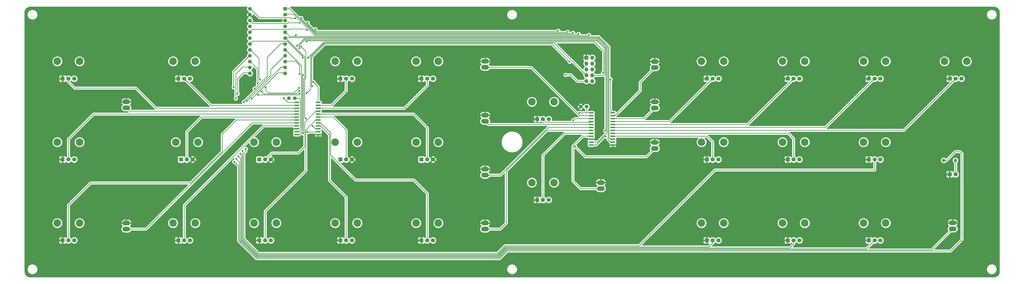
<source format=gbr>
%TF.GenerationSoftware,KiCad,Pcbnew,(5.1.7-0-10_14)*%
%TF.CreationDate,2020-11-07T09:55:29-03:00*%
%TF.ProjectId,MiniMood (tht),4d696e69-4d6f-46f6-9420-28746874292e,1*%
%TF.SameCoordinates,Original*%
%TF.FileFunction,Copper,L2,Bot*%
%TF.FilePolarity,Positive*%
%FSLAX46Y46*%
G04 Gerber Fmt 4.6, Leading zero omitted, Abs format (unit mm)*
G04 Created by KiCad (PCBNEW (5.1.7-0-10_14)) date 2020-11-07 09:55:29*
%MOMM*%
%LPD*%
G01*
G04 APERTURE LIST*
%TA.AperFunction,ComponentPad*%
%ADD10C,1.600000*%
%TD*%
%TA.AperFunction,ComponentPad*%
%ADD11R,1.600000X1.600000*%
%TD*%
%TA.AperFunction,ComponentPad*%
%ADD12O,3.300000X2.000000*%
%TD*%
%TA.AperFunction,ComponentPad*%
%ADD13R,1.800000X1.800000*%
%TD*%
%TA.AperFunction,ComponentPad*%
%ADD14C,1.800000*%
%TD*%
%TA.AperFunction,ComponentPad*%
%ADD15C,3.240000*%
%TD*%
%TA.AperFunction,ComponentPad*%
%ADD16R,1.700000X1.700000*%
%TD*%
%TA.AperFunction,ComponentPad*%
%ADD17O,1.700000X1.700000*%
%TD*%
%TA.AperFunction,ComponentPad*%
%ADD18C,1.400000*%
%TD*%
%TA.AperFunction,ComponentPad*%
%ADD19O,1.400000X1.400000*%
%TD*%
%TA.AperFunction,ViaPad*%
%ADD20C,0.800000*%
%TD*%
%TA.AperFunction,Conductor*%
%ADD21C,0.250000*%
%TD*%
%TA.AperFunction,Conductor*%
%ADD22C,0.254000*%
%TD*%
%TA.AperFunction,Conductor*%
%ADD23C,0.100000*%
%TD*%
G04 APERTURE END LIST*
D10*
%TO.P,U3,24*%
%TO.N,/RAW*%
X117930000Y-21430000D03*
%TO.P,U3,23*%
%TO.N,GND*%
X117930000Y-23970000D03*
%TO.P,U3,22*%
%TO.N,/RST*%
X117930000Y-26510000D03*
%TO.P,U3,21*%
%TO.N,VCC*%
X117930000Y-29050000D03*
%TO.P,U3,20*%
%TO.N,/A3*%
X117930000Y-31590000D03*
%TO.P,U3,19*%
%TO.N,/A2*%
X117930000Y-34130000D03*
%TO.P,U3,18*%
%TO.N,/SIG_2*%
X117930000Y-36670000D03*
%TO.P,U3,17*%
%TO.N,/SIG_1*%
X117930000Y-39210000D03*
%TO.P,U3,16*%
%TO.N,/D15*%
X117930000Y-41750000D03*
%TO.P,U3,15*%
%TO.N,/D16*%
X117930000Y-44290000D03*
%TO.P,U3,14*%
%TO.N,/sw_1*%
X117930000Y-46830000D03*
%TO.P,U3,13*%
%TO.N,/led*%
X117930000Y-49370000D03*
%TO.P,U3,12*%
%TO.N,/pot_4*%
X133170000Y-49370000D03*
%TO.P,U3,11*%
%TO.N,/pot_3*%
X133170000Y-46830000D03*
%TO.P,U3,10*%
%TO.N,/S3*%
X133170000Y-44290000D03*
%TO.P,U3,9*%
%TO.N,/pot_2*%
X133170000Y-41750000D03*
%TO.P,U3,8*%
%TO.N,/S2*%
X133170000Y-39210000D03*
%TO.P,U3,7*%
%TO.N,/pot_1*%
X133170000Y-36670000D03*
%TO.P,U3,6*%
%TO.N,/S1*%
X133170000Y-34130000D03*
%TO.P,U3,5*%
%TO.N,/S0*%
X133170000Y-31590000D03*
%TO.P,U3,4*%
%TO.N,GND*%
X133170000Y-29050000D03*
%TO.P,U3,3*%
X133170000Y-26510000D03*
%TO.P,U3,2*%
%TO.N,/RX*%
X133170000Y-23970000D03*
D11*
%TO.P,U3,1*%
%TO.N,/TX*%
X133170000Y-21430000D03*
%TD*%
D12*
%TO.P,SW1,2*%
%TO.N,/mux_10*%
X64550000Y-64290000D03*
%TO.P,SW1,1*%
%TO.N,GND*%
X64550000Y-61690000D03*
%TD*%
%TO.P,SW2,2*%
%TO.N,/mux_14*%
X64550000Y-116790000D03*
%TO.P,SW2,1*%
%TO.N,GND*%
X64550000Y-114190000D03*
%TD*%
%TO.P,SW3,2*%
%TO.N,/mux_8-2*%
X219550000Y-46790000D03*
%TO.P,SW3,1*%
%TO.N,GND*%
X219550000Y-44190000D03*
%TD*%
%TO.P,SW4,2*%
%TO.N,/mux_11-2*%
X219550000Y-70123333D03*
%TO.P,SW4,1*%
%TO.N,GND*%
X219550000Y-67523333D03*
%TD*%
%TO.P,SW5,2*%
%TO.N,/mux_12-2*%
X219550000Y-93456666D03*
%TO.P,SW5,1*%
%TO.N,GND*%
X219550000Y-90856666D03*
%TD*%
%TO.P,SW6,2*%
%TO.N,/mux_13-2*%
X219550000Y-116790000D03*
%TO.P,SW6,1*%
%TO.N,GND*%
X219550000Y-114190000D03*
%TD*%
%TO.P,SW7,2*%
%TO.N,/mux_15-2*%
X269550000Y-99290000D03*
%TO.P,SW7,1*%
%TO.N,GND*%
X269550000Y-96690000D03*
%TD*%
%TO.P,SW8,2*%
%TO.N,/mux_7-2*%
X292850000Y-46890000D03*
%TO.P,SW8,1*%
%TO.N,GND*%
X292850000Y-44290000D03*
%TD*%
%TO.P,SW9,2*%
%TO.N,/mux_6-2*%
X292850000Y-64390000D03*
%TO.P,SW9,1*%
%TO.N,GND*%
X292850000Y-61790000D03*
%TD*%
%TO.P,SW10,2*%
%TO.N,/mux_9-2*%
X292850000Y-81890000D03*
%TO.P,SW10,1*%
%TO.N,GND*%
X292850000Y-79290000D03*
%TD*%
%TO.P,SW11,2*%
%TO.N,/sw_1*%
X421550000Y-116690000D03*
%TO.P,SW11,1*%
%TO.N,GND*%
X421550000Y-114090000D03*
%TD*%
D13*
%TO.P,pot3,1*%
%TO.N,GND*%
X37050000Y-121690000D03*
D14*
%TO.P,pot3,2*%
%TO.N,/mux_13*%
X39550000Y-121690000D03*
%TO.P,pot3,3*%
%TO.N,VCC*%
X42050000Y-121690000D03*
D15*
%TO.P,pot3,*%
%TO.N,*%
X44350000Y-114190000D03*
X34750000Y-114190000D03*
%TD*%
D13*
%TO.P,pot2,1*%
%TO.N,GND*%
X37050000Y-86690000D03*
D14*
%TO.P,pot2,2*%
%TO.N,/mux_11*%
X39550000Y-86690000D03*
%TO.P,pot2,3*%
%TO.N,VCC*%
X42050000Y-86690000D03*
D15*
%TO.P,pot2,*%
%TO.N,*%
X44350000Y-79190000D03*
X34750000Y-79190000D03*
%TD*%
D13*
%TO.P,pot4,1*%
%TO.N,GND*%
X87050000Y-51690000D03*
D14*
%TO.P,pot4,2*%
%TO.N,/mux_8*%
X89550000Y-51690000D03*
%TO.P,pot4,3*%
%TO.N,VCC*%
X92050000Y-51690000D03*
D15*
%TO.P,pot4,*%
%TO.N,*%
X94350000Y-44190000D03*
X84750000Y-44190000D03*
%TD*%
D13*
%TO.P,pot5,1*%
%TO.N,Net-(pot10-Pad1)*%
X88225001Y-86690000D03*
D14*
%TO.P,pot5,2*%
%TO.N,/mux_12*%
X90725001Y-86690000D03*
%TO.P,pot5,3*%
%TO.N,GND*%
X93225001Y-86690000D03*
D15*
%TO.P,pot5,*%
%TO.N,*%
X95525001Y-79190000D03*
X85925001Y-79190000D03*
%TD*%
D13*
%TO.P,pot6,1*%
%TO.N,GND*%
X87050000Y-121690000D03*
D14*
%TO.P,pot6,2*%
%TO.N,/mux_15*%
X89550000Y-121690000D03*
%TO.P,pot6,3*%
%TO.N,VCC*%
X92050000Y-121690000D03*
D15*
%TO.P,pot6,*%
%TO.N,*%
X94350000Y-114190000D03*
X84750000Y-114190000D03*
%TD*%
D13*
%TO.P,pot7,1*%
%TO.N,Net-(pot10-Pad1)*%
X122050000Y-86690000D03*
D14*
%TO.P,pot7,2*%
%TO.N,/mux_5*%
X124550000Y-86690000D03*
%TO.P,pot7,3*%
%TO.N,GND*%
X127050000Y-86690000D03*
D15*
%TO.P,pot7,*%
%TO.N,*%
X129350000Y-79190000D03*
X119750000Y-79190000D03*
%TD*%
D13*
%TO.P,pot8,1*%
%TO.N,GND*%
X122050000Y-121690000D03*
D14*
%TO.P,pot8,2*%
%TO.N,/mux_2*%
X124550000Y-121690000D03*
%TO.P,pot8,3*%
%TO.N,VCC*%
X127050000Y-121690000D03*
D15*
%TO.P,pot8,*%
%TO.N,*%
X129350000Y-114190000D03*
X119750000Y-114190000D03*
%TD*%
D13*
%TO.P,pot9,1*%
%TO.N,GND*%
X157050000Y-51690000D03*
D14*
%TO.P,pot9,2*%
%TO.N,/mux_7*%
X159550000Y-51690000D03*
%TO.P,pot9,3*%
%TO.N,VCC*%
X162050000Y-51690000D03*
D15*
%TO.P,pot9,*%
%TO.N,*%
X164350000Y-44190000D03*
X154750000Y-44190000D03*
%TD*%
D13*
%TO.P,pot10,1*%
%TO.N,Net-(pot10-Pad1)*%
X157050000Y-86690000D03*
D14*
%TO.P,pot10,2*%
%TO.N,/mux_3*%
X159550000Y-86690000D03*
%TO.P,pot10,3*%
%TO.N,GND*%
X162050000Y-86690000D03*
D15*
%TO.P,pot10,*%
%TO.N,*%
X164350000Y-79190000D03*
X154750000Y-79190000D03*
%TD*%
D13*
%TO.P,pot11,1*%
%TO.N,GND*%
X157050000Y-121690000D03*
D14*
%TO.P,pot11,2*%
%TO.N,/mux_0*%
X159550000Y-121690000D03*
%TO.P,pot11,3*%
%TO.N,VCC*%
X162050000Y-121690000D03*
D15*
%TO.P,pot11,*%
%TO.N,*%
X164350000Y-114190000D03*
X154750000Y-114190000D03*
%TD*%
D13*
%TO.P,pot12,1*%
%TO.N,GND*%
X192050000Y-51690000D03*
D14*
%TO.P,pot12,2*%
%TO.N,/mux_6*%
X194550000Y-51690000D03*
%TO.P,pot12,3*%
%TO.N,VCC*%
X197050000Y-51690000D03*
D15*
%TO.P,pot12,*%
%TO.N,*%
X199350000Y-44190000D03*
X189750000Y-44190000D03*
%TD*%
D13*
%TO.P,pot13,1*%
%TO.N,Net-(pot10-Pad1)*%
X192050000Y-86690000D03*
D14*
%TO.P,pot13,2*%
%TO.N,/mux_4*%
X194550000Y-86690000D03*
%TO.P,pot13,3*%
%TO.N,GND*%
X197050000Y-86690000D03*
D15*
%TO.P,pot13,*%
%TO.N,*%
X199350000Y-79190000D03*
X189750000Y-79190000D03*
%TD*%
D13*
%TO.P,pot14,1*%
%TO.N,GND*%
X192050000Y-121690000D03*
D14*
%TO.P,pot14,2*%
%TO.N,/mux_1*%
X194550000Y-121690000D03*
%TO.P,pot14,3*%
%TO.N,VCC*%
X197050000Y-121690000D03*
D15*
%TO.P,pot14,*%
%TO.N,*%
X199350000Y-114190000D03*
X189750000Y-114190000D03*
%TD*%
D13*
%TO.P,pot15,1*%
%TO.N,GND*%
X242050000Y-69190000D03*
D14*
%TO.P,pot15,2*%
%TO.N,/mux_10-2*%
X244550000Y-69190000D03*
%TO.P,pot15,3*%
%TO.N,VCC*%
X247050000Y-69190000D03*
D15*
%TO.P,pot15,*%
%TO.N,*%
X249350000Y-61690000D03*
X239750000Y-61690000D03*
%TD*%
D13*
%TO.P,pot16,1*%
%TO.N,GND*%
X242050000Y-104190000D03*
D14*
%TO.P,pot16,2*%
%TO.N,/mux_14-2*%
X244550000Y-104190000D03*
%TO.P,pot16,3*%
%TO.N,VCC*%
X247050000Y-104190000D03*
D15*
%TO.P,pot16,*%
%TO.N,*%
X249350000Y-96690000D03*
X239750000Y-96690000D03*
%TD*%
D13*
%TO.P,pot17,1*%
%TO.N,GND*%
X315350000Y-51690000D03*
D14*
%TO.P,pot17,2*%
%TO.N,/mux_5-2*%
X317850000Y-51690000D03*
%TO.P,pot17,3*%
%TO.N,VCC*%
X320350000Y-51690000D03*
D15*
%TO.P,pot17,*%
%TO.N,*%
X322650000Y-44190000D03*
X313050000Y-44190000D03*
%TD*%
D13*
%TO.P,pot18,1*%
%TO.N,GND*%
X315350000Y-86690000D03*
D14*
%TO.P,pot18,2*%
%TO.N,/mux_0-2*%
X317850000Y-86690000D03*
%TO.P,pot18,3*%
%TO.N,VCC*%
X320350000Y-86690000D03*
D15*
%TO.P,pot18,*%
%TO.N,*%
X322650000Y-79190000D03*
X313050000Y-79190000D03*
%TD*%
D13*
%TO.P,pot19,1*%
%TO.N,GND*%
X315350000Y-121690000D03*
D14*
%TO.P,pot19,2*%
%TO.N,/pot_2*%
X317850000Y-121690000D03*
%TO.P,pot19,3*%
%TO.N,VCC*%
X320350000Y-121690000D03*
D15*
%TO.P,pot19,*%
%TO.N,*%
X322650000Y-114190000D03*
X313050000Y-114190000D03*
%TD*%
D13*
%TO.P,pot20,1*%
%TO.N,GND*%
X350350000Y-51690000D03*
D14*
%TO.P,pot20,2*%
%TO.N,/mux_4-2*%
X352850000Y-51690000D03*
%TO.P,pot20,3*%
%TO.N,VCC*%
X355350000Y-51690000D03*
D15*
%TO.P,pot20,*%
%TO.N,*%
X357650000Y-44190000D03*
X348050000Y-44190000D03*
%TD*%
D13*
%TO.P,pot21,1*%
%TO.N,GND*%
X350350000Y-86690000D03*
D14*
%TO.P,pot21,2*%
%TO.N,/mux_1-2*%
X352850000Y-86690000D03*
%TO.P,pot21,3*%
%TO.N,VCC*%
X355350000Y-86690000D03*
D15*
%TO.P,pot21,*%
%TO.N,*%
X357650000Y-79190000D03*
X348050000Y-79190000D03*
%TD*%
D13*
%TO.P,pot22,1*%
%TO.N,GND*%
X350350000Y-121690000D03*
D14*
%TO.P,pot22,2*%
%TO.N,/pot_3*%
X352850000Y-121690000D03*
%TO.P,pot22,3*%
%TO.N,VCC*%
X355350000Y-121690000D03*
D15*
%TO.P,pot22,*%
%TO.N,*%
X357650000Y-114190000D03*
X348050000Y-114190000D03*
%TD*%
D13*
%TO.P,pot23,1*%
%TO.N,GND*%
X385350000Y-51690000D03*
D14*
%TO.P,pot23,2*%
%TO.N,/mux_3-2*%
X387850000Y-51690000D03*
%TO.P,pot23,3*%
%TO.N,VCC*%
X390350000Y-51690000D03*
D15*
%TO.P,pot23,*%
%TO.N,*%
X392650000Y-44190000D03*
X383050000Y-44190000D03*
%TD*%
D13*
%TO.P,pot24,1*%
%TO.N,GND*%
X385350000Y-86690000D03*
D14*
%TO.P,pot24,2*%
%TO.N,/pot_1*%
X387850000Y-86690000D03*
%TO.P,pot24,3*%
%TO.N,VCC*%
X390350000Y-86690000D03*
D15*
%TO.P,pot24,*%
%TO.N,*%
X392650000Y-79190000D03*
X383050000Y-79190000D03*
%TD*%
D13*
%TO.P,pot25,1*%
%TO.N,GND*%
X385350000Y-121690000D03*
D14*
%TO.P,pot25,2*%
%TO.N,/pot_4*%
X387850000Y-121690000D03*
%TO.P,pot25,3*%
%TO.N,VCC*%
X390350000Y-121690000D03*
D15*
%TO.P,pot25,*%
%TO.N,*%
X392650000Y-114190000D03*
X383050000Y-114190000D03*
%TD*%
D13*
%TO.P,pot26,1*%
%TO.N,GND*%
X420350000Y-51690000D03*
D14*
%TO.P,pot26,2*%
%TO.N,/mux_2-2*%
X422850000Y-51690000D03*
%TO.P,pot26,3*%
%TO.N,VCC*%
X425350000Y-51690000D03*
D15*
%TO.P,pot26,*%
%TO.N,*%
X427650000Y-44190000D03*
X418050000Y-44190000D03*
%TD*%
D13*
%TO.P,pot1,1*%
%TO.N,GND*%
X37050000Y-51690000D03*
D14*
%TO.P,pot1,2*%
%TO.N,/mux_9*%
X39550000Y-51690000D03*
%TO.P,pot1,3*%
%TO.N,VCC*%
X42050000Y-51690000D03*
D15*
%TO.P,pot1,*%
%TO.N,*%
X44350000Y-44190000D03*
X34750000Y-44190000D03*
%TD*%
D14*
%TO.P,D1,2*%
%TO.N,Net-(D1-Pad2)*%
X422815000Y-93090000D03*
D13*
%TO.P,D1,1*%
%TO.N,GND*%
X420275000Y-93090000D03*
%TD*%
%TO.P,4067_1,24*%
%TO.N,VCC*%
%TA.AperFunction,SMDPad,CuDef*%
G36*
G01*
X139175000Y-61805000D02*
X139175000Y-62105000D01*
G75*
G02*
X139025000Y-62255000I-150000J0D01*
G01*
X137275000Y-62255000D01*
G75*
G02*
X137125000Y-62105000I0J150000D01*
G01*
X137125000Y-61805000D01*
G75*
G02*
X137275000Y-61655000I150000J0D01*
G01*
X139025000Y-61655000D01*
G75*
G02*
X139175000Y-61805000I0J-150000D01*
G01*
G37*
%TD.AperFunction*%
%TO.P,4067_1,23*%
%TO.N,/mux_8*%
%TA.AperFunction,SMDPad,CuDef*%
G36*
G01*
X139175000Y-63075000D02*
X139175000Y-63375000D01*
G75*
G02*
X139025000Y-63525000I-150000J0D01*
G01*
X137275000Y-63525000D01*
G75*
G02*
X137125000Y-63375000I0J150000D01*
G01*
X137125000Y-63075000D01*
G75*
G02*
X137275000Y-62925000I150000J0D01*
G01*
X139025000Y-62925000D01*
G75*
G02*
X139175000Y-63075000I0J-150000D01*
G01*
G37*
%TD.AperFunction*%
%TO.P,4067_1,22*%
%TO.N,/mux_9*%
%TA.AperFunction,SMDPad,CuDef*%
G36*
G01*
X139175000Y-64345000D02*
X139175000Y-64645000D01*
G75*
G02*
X139025000Y-64795000I-150000J0D01*
G01*
X137275000Y-64795000D01*
G75*
G02*
X137125000Y-64645000I0J150000D01*
G01*
X137125000Y-64345000D01*
G75*
G02*
X137275000Y-64195000I150000J0D01*
G01*
X139025000Y-64195000D01*
G75*
G02*
X139175000Y-64345000I0J-150000D01*
G01*
G37*
%TD.AperFunction*%
%TO.P,4067_1,21*%
%TO.N,/mux_10*%
%TA.AperFunction,SMDPad,CuDef*%
G36*
G01*
X139175000Y-65615000D02*
X139175000Y-65915000D01*
G75*
G02*
X139025000Y-66065000I-150000J0D01*
G01*
X137275000Y-66065000D01*
G75*
G02*
X137125000Y-65915000I0J150000D01*
G01*
X137125000Y-65615000D01*
G75*
G02*
X137275000Y-65465000I150000J0D01*
G01*
X139025000Y-65465000D01*
G75*
G02*
X139175000Y-65615000I0J-150000D01*
G01*
G37*
%TD.AperFunction*%
%TO.P,4067_1,20*%
%TO.N,/mux_11*%
%TA.AperFunction,SMDPad,CuDef*%
G36*
G01*
X139175000Y-66885000D02*
X139175000Y-67185000D01*
G75*
G02*
X139025000Y-67335000I-150000J0D01*
G01*
X137275000Y-67335000D01*
G75*
G02*
X137125000Y-67185000I0J150000D01*
G01*
X137125000Y-66885000D01*
G75*
G02*
X137275000Y-66735000I150000J0D01*
G01*
X139025000Y-66735000D01*
G75*
G02*
X139175000Y-66885000I0J-150000D01*
G01*
G37*
%TD.AperFunction*%
%TO.P,4067_1,19*%
%TO.N,/mux_12*%
%TA.AperFunction,SMDPad,CuDef*%
G36*
G01*
X139175000Y-68155000D02*
X139175000Y-68455000D01*
G75*
G02*
X139025000Y-68605000I-150000J0D01*
G01*
X137275000Y-68605000D01*
G75*
G02*
X137125000Y-68455000I0J150000D01*
G01*
X137125000Y-68155000D01*
G75*
G02*
X137275000Y-68005000I150000J0D01*
G01*
X139025000Y-68005000D01*
G75*
G02*
X139175000Y-68155000I0J-150000D01*
G01*
G37*
%TD.AperFunction*%
%TO.P,4067_1,18*%
%TO.N,/mux_13*%
%TA.AperFunction,SMDPad,CuDef*%
G36*
G01*
X139175000Y-69425000D02*
X139175000Y-69725000D01*
G75*
G02*
X139025000Y-69875000I-150000J0D01*
G01*
X137275000Y-69875000D01*
G75*
G02*
X137125000Y-69725000I0J150000D01*
G01*
X137125000Y-69425000D01*
G75*
G02*
X137275000Y-69275000I150000J0D01*
G01*
X139025000Y-69275000D01*
G75*
G02*
X139175000Y-69425000I0J-150000D01*
G01*
G37*
%TD.AperFunction*%
%TO.P,4067_1,17*%
%TO.N,/mux_14*%
%TA.AperFunction,SMDPad,CuDef*%
G36*
G01*
X139175000Y-70695000D02*
X139175000Y-70995000D01*
G75*
G02*
X139025000Y-71145000I-150000J0D01*
G01*
X137275000Y-71145000D01*
G75*
G02*
X137125000Y-70995000I0J150000D01*
G01*
X137125000Y-70695000D01*
G75*
G02*
X137275000Y-70545000I150000J0D01*
G01*
X139025000Y-70545000D01*
G75*
G02*
X139175000Y-70695000I0J-150000D01*
G01*
G37*
%TD.AperFunction*%
%TO.P,4067_1,16*%
%TO.N,/mux_15*%
%TA.AperFunction,SMDPad,CuDef*%
G36*
G01*
X139175000Y-71965000D02*
X139175000Y-72265000D01*
G75*
G02*
X139025000Y-72415000I-150000J0D01*
G01*
X137275000Y-72415000D01*
G75*
G02*
X137125000Y-72265000I0J150000D01*
G01*
X137125000Y-71965000D01*
G75*
G02*
X137275000Y-71815000I150000J0D01*
G01*
X139025000Y-71815000D01*
G75*
G02*
X139175000Y-71965000I0J-150000D01*
G01*
G37*
%TD.AperFunction*%
%TO.P,4067_1,15*%
%TO.N,GND*%
%TA.AperFunction,SMDPad,CuDef*%
G36*
G01*
X139175000Y-73235000D02*
X139175000Y-73535000D01*
G75*
G02*
X139025000Y-73685000I-150000J0D01*
G01*
X137275000Y-73685000D01*
G75*
G02*
X137125000Y-73535000I0J150000D01*
G01*
X137125000Y-73235000D01*
G75*
G02*
X137275000Y-73085000I150000J0D01*
G01*
X139025000Y-73085000D01*
G75*
G02*
X139175000Y-73235000I0J-150000D01*
G01*
G37*
%TD.AperFunction*%
%TO.P,4067_1,14*%
%TO.N,/S2*%
%TA.AperFunction,SMDPad,CuDef*%
G36*
G01*
X139175000Y-74505000D02*
X139175000Y-74805000D01*
G75*
G02*
X139025000Y-74955000I-150000J0D01*
G01*
X137275000Y-74955000D01*
G75*
G02*
X137125000Y-74805000I0J150000D01*
G01*
X137125000Y-74505000D01*
G75*
G02*
X137275000Y-74355000I150000J0D01*
G01*
X139025000Y-74355000D01*
G75*
G02*
X139175000Y-74505000I0J-150000D01*
G01*
G37*
%TD.AperFunction*%
%TO.P,4067_1,13*%
%TO.N,/S3*%
%TA.AperFunction,SMDPad,CuDef*%
G36*
G01*
X139175000Y-75775000D02*
X139175000Y-76075000D01*
G75*
G02*
X139025000Y-76225000I-150000J0D01*
G01*
X137275000Y-76225000D01*
G75*
G02*
X137125000Y-76075000I0J150000D01*
G01*
X137125000Y-75775000D01*
G75*
G02*
X137275000Y-75625000I150000J0D01*
G01*
X139025000Y-75625000D01*
G75*
G02*
X139175000Y-75775000I0J-150000D01*
G01*
G37*
%TD.AperFunction*%
%TO.P,4067_1,12*%
%TO.N,GND*%
%TA.AperFunction,SMDPad,CuDef*%
G36*
G01*
X148475000Y-75775000D02*
X148475000Y-76075000D01*
G75*
G02*
X148325000Y-76225000I-150000J0D01*
G01*
X146575000Y-76225000D01*
G75*
G02*
X146425000Y-76075000I0J150000D01*
G01*
X146425000Y-75775000D01*
G75*
G02*
X146575000Y-75625000I150000J0D01*
G01*
X148325000Y-75625000D01*
G75*
G02*
X148475000Y-75775000I0J-150000D01*
G01*
G37*
%TD.AperFunction*%
%TO.P,4067_1,11*%
%TO.N,/S1*%
%TA.AperFunction,SMDPad,CuDef*%
G36*
G01*
X148475000Y-74505000D02*
X148475000Y-74805000D01*
G75*
G02*
X148325000Y-74955000I-150000J0D01*
G01*
X146575000Y-74955000D01*
G75*
G02*
X146425000Y-74805000I0J150000D01*
G01*
X146425000Y-74505000D01*
G75*
G02*
X146575000Y-74355000I150000J0D01*
G01*
X148325000Y-74355000D01*
G75*
G02*
X148475000Y-74505000I0J-150000D01*
G01*
G37*
%TD.AperFunction*%
%TO.P,4067_1,10*%
%TO.N,/S0*%
%TA.AperFunction,SMDPad,CuDef*%
G36*
G01*
X148475000Y-73235000D02*
X148475000Y-73535000D01*
G75*
G02*
X148325000Y-73685000I-150000J0D01*
G01*
X146575000Y-73685000D01*
G75*
G02*
X146425000Y-73535000I0J150000D01*
G01*
X146425000Y-73235000D01*
G75*
G02*
X146575000Y-73085000I150000J0D01*
G01*
X148325000Y-73085000D01*
G75*
G02*
X148475000Y-73235000I0J-150000D01*
G01*
G37*
%TD.AperFunction*%
%TO.P,4067_1,9*%
%TO.N,/mux_0*%
%TA.AperFunction,SMDPad,CuDef*%
G36*
G01*
X148475000Y-71965000D02*
X148475000Y-72265000D01*
G75*
G02*
X148325000Y-72415000I-150000J0D01*
G01*
X146575000Y-72415000D01*
G75*
G02*
X146425000Y-72265000I0J150000D01*
G01*
X146425000Y-71965000D01*
G75*
G02*
X146575000Y-71815000I150000J0D01*
G01*
X148325000Y-71815000D01*
G75*
G02*
X148475000Y-71965000I0J-150000D01*
G01*
G37*
%TD.AperFunction*%
%TO.P,4067_1,8*%
%TO.N,/mux_1*%
%TA.AperFunction,SMDPad,CuDef*%
G36*
G01*
X148475000Y-70695000D02*
X148475000Y-70995000D01*
G75*
G02*
X148325000Y-71145000I-150000J0D01*
G01*
X146575000Y-71145000D01*
G75*
G02*
X146425000Y-70995000I0J150000D01*
G01*
X146425000Y-70695000D01*
G75*
G02*
X146575000Y-70545000I150000J0D01*
G01*
X148325000Y-70545000D01*
G75*
G02*
X148475000Y-70695000I0J-150000D01*
G01*
G37*
%TD.AperFunction*%
%TO.P,4067_1,7*%
%TO.N,/mux_2*%
%TA.AperFunction,SMDPad,CuDef*%
G36*
G01*
X148475000Y-69425000D02*
X148475000Y-69725000D01*
G75*
G02*
X148325000Y-69875000I-150000J0D01*
G01*
X146575000Y-69875000D01*
G75*
G02*
X146425000Y-69725000I0J150000D01*
G01*
X146425000Y-69425000D01*
G75*
G02*
X146575000Y-69275000I150000J0D01*
G01*
X148325000Y-69275000D01*
G75*
G02*
X148475000Y-69425000I0J-150000D01*
G01*
G37*
%TD.AperFunction*%
%TO.P,4067_1,6*%
%TO.N,/mux_3*%
%TA.AperFunction,SMDPad,CuDef*%
G36*
G01*
X148475000Y-68155000D02*
X148475000Y-68455000D01*
G75*
G02*
X148325000Y-68605000I-150000J0D01*
G01*
X146575000Y-68605000D01*
G75*
G02*
X146425000Y-68455000I0J150000D01*
G01*
X146425000Y-68155000D01*
G75*
G02*
X146575000Y-68005000I150000J0D01*
G01*
X148325000Y-68005000D01*
G75*
G02*
X148475000Y-68155000I0J-150000D01*
G01*
G37*
%TD.AperFunction*%
%TO.P,4067_1,5*%
%TO.N,/mux_4*%
%TA.AperFunction,SMDPad,CuDef*%
G36*
G01*
X148475000Y-66885000D02*
X148475000Y-67185000D01*
G75*
G02*
X148325000Y-67335000I-150000J0D01*
G01*
X146575000Y-67335000D01*
G75*
G02*
X146425000Y-67185000I0J150000D01*
G01*
X146425000Y-66885000D01*
G75*
G02*
X146575000Y-66735000I150000J0D01*
G01*
X148325000Y-66735000D01*
G75*
G02*
X148475000Y-66885000I0J-150000D01*
G01*
G37*
%TD.AperFunction*%
%TO.P,4067_1,4*%
%TO.N,/mux_5*%
%TA.AperFunction,SMDPad,CuDef*%
G36*
G01*
X148475000Y-65615000D02*
X148475000Y-65915000D01*
G75*
G02*
X148325000Y-66065000I-150000J0D01*
G01*
X146575000Y-66065000D01*
G75*
G02*
X146425000Y-65915000I0J150000D01*
G01*
X146425000Y-65615000D01*
G75*
G02*
X146575000Y-65465000I150000J0D01*
G01*
X148325000Y-65465000D01*
G75*
G02*
X148475000Y-65615000I0J-150000D01*
G01*
G37*
%TD.AperFunction*%
%TO.P,4067_1,3*%
%TO.N,/mux_6*%
%TA.AperFunction,SMDPad,CuDef*%
G36*
G01*
X148475000Y-64345000D02*
X148475000Y-64645000D01*
G75*
G02*
X148325000Y-64795000I-150000J0D01*
G01*
X146575000Y-64795000D01*
G75*
G02*
X146425000Y-64645000I0J150000D01*
G01*
X146425000Y-64345000D01*
G75*
G02*
X146575000Y-64195000I150000J0D01*
G01*
X148325000Y-64195000D01*
G75*
G02*
X148475000Y-64345000I0J-150000D01*
G01*
G37*
%TD.AperFunction*%
%TO.P,4067_1,2*%
%TO.N,/mux_7*%
%TA.AperFunction,SMDPad,CuDef*%
G36*
G01*
X148475000Y-63075000D02*
X148475000Y-63375000D01*
G75*
G02*
X148325000Y-63525000I-150000J0D01*
G01*
X146575000Y-63525000D01*
G75*
G02*
X146425000Y-63375000I0J150000D01*
G01*
X146425000Y-63075000D01*
G75*
G02*
X146575000Y-62925000I150000J0D01*
G01*
X148325000Y-62925000D01*
G75*
G02*
X148475000Y-63075000I0J-150000D01*
G01*
G37*
%TD.AperFunction*%
%TO.P,4067_1,1*%
%TO.N,/SIG_1*%
%TA.AperFunction,SMDPad,CuDef*%
G36*
G01*
X148475000Y-61805000D02*
X148475000Y-62105000D01*
G75*
G02*
X148325000Y-62255000I-150000J0D01*
G01*
X146575000Y-62255000D01*
G75*
G02*
X146425000Y-62105000I0J150000D01*
G01*
X146425000Y-61805000D01*
G75*
G02*
X146575000Y-61655000I150000J0D01*
G01*
X148325000Y-61655000D01*
G75*
G02*
X148475000Y-61805000I0J-150000D01*
G01*
G37*
%TD.AperFunction*%
%TD*%
%TO.P,4067_2,24*%
%TO.N,VCC*%
%TA.AperFunction,SMDPad,CuDef*%
G36*
G01*
X266425000Y-66305000D02*
X266425000Y-66605000D01*
G75*
G02*
X266275000Y-66755000I-150000J0D01*
G01*
X264525000Y-66755000D01*
G75*
G02*
X264375000Y-66605000I0J150000D01*
G01*
X264375000Y-66305000D01*
G75*
G02*
X264525000Y-66155000I150000J0D01*
G01*
X266275000Y-66155000D01*
G75*
G02*
X266425000Y-66305000I0J-150000D01*
G01*
G37*
%TD.AperFunction*%
%TO.P,4067_2,23*%
%TO.N,/mux_8-2*%
%TA.AperFunction,SMDPad,CuDef*%
G36*
G01*
X266425000Y-67575000D02*
X266425000Y-67875000D01*
G75*
G02*
X266275000Y-68025000I-150000J0D01*
G01*
X264525000Y-68025000D01*
G75*
G02*
X264375000Y-67875000I0J150000D01*
G01*
X264375000Y-67575000D01*
G75*
G02*
X264525000Y-67425000I150000J0D01*
G01*
X266275000Y-67425000D01*
G75*
G02*
X266425000Y-67575000I0J-150000D01*
G01*
G37*
%TD.AperFunction*%
%TO.P,4067_2,22*%
%TO.N,/mux_9-2*%
%TA.AperFunction,SMDPad,CuDef*%
G36*
G01*
X266425000Y-68845000D02*
X266425000Y-69145000D01*
G75*
G02*
X266275000Y-69295000I-150000J0D01*
G01*
X264525000Y-69295000D01*
G75*
G02*
X264375000Y-69145000I0J150000D01*
G01*
X264375000Y-68845000D01*
G75*
G02*
X264525000Y-68695000I150000J0D01*
G01*
X266275000Y-68695000D01*
G75*
G02*
X266425000Y-68845000I0J-150000D01*
G01*
G37*
%TD.AperFunction*%
%TO.P,4067_2,21*%
%TO.N,/mux_10-2*%
%TA.AperFunction,SMDPad,CuDef*%
G36*
G01*
X266425000Y-70115000D02*
X266425000Y-70415000D01*
G75*
G02*
X266275000Y-70565000I-150000J0D01*
G01*
X264525000Y-70565000D01*
G75*
G02*
X264375000Y-70415000I0J150000D01*
G01*
X264375000Y-70115000D01*
G75*
G02*
X264525000Y-69965000I150000J0D01*
G01*
X266275000Y-69965000D01*
G75*
G02*
X266425000Y-70115000I0J-150000D01*
G01*
G37*
%TD.AperFunction*%
%TO.P,4067_2,20*%
%TO.N,/mux_11-2*%
%TA.AperFunction,SMDPad,CuDef*%
G36*
G01*
X266425000Y-71385000D02*
X266425000Y-71685000D01*
G75*
G02*
X266275000Y-71835000I-150000J0D01*
G01*
X264525000Y-71835000D01*
G75*
G02*
X264375000Y-71685000I0J150000D01*
G01*
X264375000Y-71385000D01*
G75*
G02*
X264525000Y-71235000I150000J0D01*
G01*
X266275000Y-71235000D01*
G75*
G02*
X266425000Y-71385000I0J-150000D01*
G01*
G37*
%TD.AperFunction*%
%TO.P,4067_2,19*%
%TO.N,/mux_12-2*%
%TA.AperFunction,SMDPad,CuDef*%
G36*
G01*
X266425000Y-72655000D02*
X266425000Y-72955000D01*
G75*
G02*
X266275000Y-73105000I-150000J0D01*
G01*
X264525000Y-73105000D01*
G75*
G02*
X264375000Y-72955000I0J150000D01*
G01*
X264375000Y-72655000D01*
G75*
G02*
X264525000Y-72505000I150000J0D01*
G01*
X266275000Y-72505000D01*
G75*
G02*
X266425000Y-72655000I0J-150000D01*
G01*
G37*
%TD.AperFunction*%
%TO.P,4067_2,18*%
%TO.N,/mux_13-2*%
%TA.AperFunction,SMDPad,CuDef*%
G36*
G01*
X266425000Y-73925000D02*
X266425000Y-74225000D01*
G75*
G02*
X266275000Y-74375000I-150000J0D01*
G01*
X264525000Y-74375000D01*
G75*
G02*
X264375000Y-74225000I0J150000D01*
G01*
X264375000Y-73925000D01*
G75*
G02*
X264525000Y-73775000I150000J0D01*
G01*
X266275000Y-73775000D01*
G75*
G02*
X266425000Y-73925000I0J-150000D01*
G01*
G37*
%TD.AperFunction*%
%TO.P,4067_2,17*%
%TO.N,/mux_14-2*%
%TA.AperFunction,SMDPad,CuDef*%
G36*
G01*
X266425000Y-75195000D02*
X266425000Y-75495000D01*
G75*
G02*
X266275000Y-75645000I-150000J0D01*
G01*
X264525000Y-75645000D01*
G75*
G02*
X264375000Y-75495000I0J150000D01*
G01*
X264375000Y-75195000D01*
G75*
G02*
X264525000Y-75045000I150000J0D01*
G01*
X266275000Y-75045000D01*
G75*
G02*
X266425000Y-75195000I0J-150000D01*
G01*
G37*
%TD.AperFunction*%
%TO.P,4067_2,16*%
%TO.N,/mux_15-2*%
%TA.AperFunction,SMDPad,CuDef*%
G36*
G01*
X266425000Y-76465000D02*
X266425000Y-76765000D01*
G75*
G02*
X266275000Y-76915000I-150000J0D01*
G01*
X264525000Y-76915000D01*
G75*
G02*
X264375000Y-76765000I0J150000D01*
G01*
X264375000Y-76465000D01*
G75*
G02*
X264525000Y-76315000I150000J0D01*
G01*
X266275000Y-76315000D01*
G75*
G02*
X266425000Y-76465000I0J-150000D01*
G01*
G37*
%TD.AperFunction*%
%TO.P,4067_2,15*%
%TO.N,GND*%
%TA.AperFunction,SMDPad,CuDef*%
G36*
G01*
X266425000Y-77735000D02*
X266425000Y-78035000D01*
G75*
G02*
X266275000Y-78185000I-150000J0D01*
G01*
X264525000Y-78185000D01*
G75*
G02*
X264375000Y-78035000I0J150000D01*
G01*
X264375000Y-77735000D01*
G75*
G02*
X264525000Y-77585000I150000J0D01*
G01*
X266275000Y-77585000D01*
G75*
G02*
X266425000Y-77735000I0J-150000D01*
G01*
G37*
%TD.AperFunction*%
%TO.P,4067_2,14*%
%TO.N,/S2*%
%TA.AperFunction,SMDPad,CuDef*%
G36*
G01*
X266425000Y-79005000D02*
X266425000Y-79305000D01*
G75*
G02*
X266275000Y-79455000I-150000J0D01*
G01*
X264525000Y-79455000D01*
G75*
G02*
X264375000Y-79305000I0J150000D01*
G01*
X264375000Y-79005000D01*
G75*
G02*
X264525000Y-78855000I150000J0D01*
G01*
X266275000Y-78855000D01*
G75*
G02*
X266425000Y-79005000I0J-150000D01*
G01*
G37*
%TD.AperFunction*%
%TO.P,4067_2,13*%
%TO.N,/S3*%
%TA.AperFunction,SMDPad,CuDef*%
G36*
G01*
X266425000Y-80275000D02*
X266425000Y-80575000D01*
G75*
G02*
X266275000Y-80725000I-150000J0D01*
G01*
X264525000Y-80725000D01*
G75*
G02*
X264375000Y-80575000I0J150000D01*
G01*
X264375000Y-80275000D01*
G75*
G02*
X264525000Y-80125000I150000J0D01*
G01*
X266275000Y-80125000D01*
G75*
G02*
X266425000Y-80275000I0J-150000D01*
G01*
G37*
%TD.AperFunction*%
%TO.P,4067_2,12*%
%TO.N,GND*%
%TA.AperFunction,SMDPad,CuDef*%
G36*
G01*
X275725000Y-80275000D02*
X275725000Y-80575000D01*
G75*
G02*
X275575000Y-80725000I-150000J0D01*
G01*
X273825000Y-80725000D01*
G75*
G02*
X273675000Y-80575000I0J150000D01*
G01*
X273675000Y-80275000D01*
G75*
G02*
X273825000Y-80125000I150000J0D01*
G01*
X275575000Y-80125000D01*
G75*
G02*
X275725000Y-80275000I0J-150000D01*
G01*
G37*
%TD.AperFunction*%
%TO.P,4067_2,11*%
%TO.N,/S1*%
%TA.AperFunction,SMDPad,CuDef*%
G36*
G01*
X275725000Y-79005000D02*
X275725000Y-79305000D01*
G75*
G02*
X275575000Y-79455000I-150000J0D01*
G01*
X273825000Y-79455000D01*
G75*
G02*
X273675000Y-79305000I0J150000D01*
G01*
X273675000Y-79005000D01*
G75*
G02*
X273825000Y-78855000I150000J0D01*
G01*
X275575000Y-78855000D01*
G75*
G02*
X275725000Y-79005000I0J-150000D01*
G01*
G37*
%TD.AperFunction*%
%TO.P,4067_2,10*%
%TO.N,/S0*%
%TA.AperFunction,SMDPad,CuDef*%
G36*
G01*
X275725000Y-77735000D02*
X275725000Y-78035000D01*
G75*
G02*
X275575000Y-78185000I-150000J0D01*
G01*
X273825000Y-78185000D01*
G75*
G02*
X273675000Y-78035000I0J150000D01*
G01*
X273675000Y-77735000D01*
G75*
G02*
X273825000Y-77585000I150000J0D01*
G01*
X275575000Y-77585000D01*
G75*
G02*
X275725000Y-77735000I0J-150000D01*
G01*
G37*
%TD.AperFunction*%
%TO.P,4067_2,9*%
%TO.N,/mux_0-2*%
%TA.AperFunction,SMDPad,CuDef*%
G36*
G01*
X275725000Y-76465000D02*
X275725000Y-76765000D01*
G75*
G02*
X275575000Y-76915000I-150000J0D01*
G01*
X273825000Y-76915000D01*
G75*
G02*
X273675000Y-76765000I0J150000D01*
G01*
X273675000Y-76465000D01*
G75*
G02*
X273825000Y-76315000I150000J0D01*
G01*
X275575000Y-76315000D01*
G75*
G02*
X275725000Y-76465000I0J-150000D01*
G01*
G37*
%TD.AperFunction*%
%TO.P,4067_2,8*%
%TO.N,/mux_1-2*%
%TA.AperFunction,SMDPad,CuDef*%
G36*
G01*
X275725000Y-75195000D02*
X275725000Y-75495000D01*
G75*
G02*
X275575000Y-75645000I-150000J0D01*
G01*
X273825000Y-75645000D01*
G75*
G02*
X273675000Y-75495000I0J150000D01*
G01*
X273675000Y-75195000D01*
G75*
G02*
X273825000Y-75045000I150000J0D01*
G01*
X275575000Y-75045000D01*
G75*
G02*
X275725000Y-75195000I0J-150000D01*
G01*
G37*
%TD.AperFunction*%
%TO.P,4067_2,7*%
%TO.N,/mux_2-2*%
%TA.AperFunction,SMDPad,CuDef*%
G36*
G01*
X275725000Y-73925000D02*
X275725000Y-74225000D01*
G75*
G02*
X275575000Y-74375000I-150000J0D01*
G01*
X273825000Y-74375000D01*
G75*
G02*
X273675000Y-74225000I0J150000D01*
G01*
X273675000Y-73925000D01*
G75*
G02*
X273825000Y-73775000I150000J0D01*
G01*
X275575000Y-73775000D01*
G75*
G02*
X275725000Y-73925000I0J-150000D01*
G01*
G37*
%TD.AperFunction*%
%TO.P,4067_2,6*%
%TO.N,/mux_3-2*%
%TA.AperFunction,SMDPad,CuDef*%
G36*
G01*
X275725000Y-72655000D02*
X275725000Y-72955000D01*
G75*
G02*
X275575000Y-73105000I-150000J0D01*
G01*
X273825000Y-73105000D01*
G75*
G02*
X273675000Y-72955000I0J150000D01*
G01*
X273675000Y-72655000D01*
G75*
G02*
X273825000Y-72505000I150000J0D01*
G01*
X275575000Y-72505000D01*
G75*
G02*
X275725000Y-72655000I0J-150000D01*
G01*
G37*
%TD.AperFunction*%
%TO.P,4067_2,5*%
%TO.N,/mux_4-2*%
%TA.AperFunction,SMDPad,CuDef*%
G36*
G01*
X275725000Y-71385000D02*
X275725000Y-71685000D01*
G75*
G02*
X275575000Y-71835000I-150000J0D01*
G01*
X273825000Y-71835000D01*
G75*
G02*
X273675000Y-71685000I0J150000D01*
G01*
X273675000Y-71385000D01*
G75*
G02*
X273825000Y-71235000I150000J0D01*
G01*
X275575000Y-71235000D01*
G75*
G02*
X275725000Y-71385000I0J-150000D01*
G01*
G37*
%TD.AperFunction*%
%TO.P,4067_2,4*%
%TO.N,/mux_5-2*%
%TA.AperFunction,SMDPad,CuDef*%
G36*
G01*
X275725000Y-70115000D02*
X275725000Y-70415000D01*
G75*
G02*
X275575000Y-70565000I-150000J0D01*
G01*
X273825000Y-70565000D01*
G75*
G02*
X273675000Y-70415000I0J150000D01*
G01*
X273675000Y-70115000D01*
G75*
G02*
X273825000Y-69965000I150000J0D01*
G01*
X275575000Y-69965000D01*
G75*
G02*
X275725000Y-70115000I0J-150000D01*
G01*
G37*
%TD.AperFunction*%
%TO.P,4067_2,3*%
%TO.N,/mux_6-2*%
%TA.AperFunction,SMDPad,CuDef*%
G36*
G01*
X275725000Y-68845000D02*
X275725000Y-69145000D01*
G75*
G02*
X275575000Y-69295000I-150000J0D01*
G01*
X273825000Y-69295000D01*
G75*
G02*
X273675000Y-69145000I0J150000D01*
G01*
X273675000Y-68845000D01*
G75*
G02*
X273825000Y-68695000I150000J0D01*
G01*
X275575000Y-68695000D01*
G75*
G02*
X275725000Y-68845000I0J-150000D01*
G01*
G37*
%TD.AperFunction*%
%TO.P,4067_2,2*%
%TO.N,/mux_7-2*%
%TA.AperFunction,SMDPad,CuDef*%
G36*
G01*
X275725000Y-67575000D02*
X275725000Y-67875000D01*
G75*
G02*
X275575000Y-68025000I-150000J0D01*
G01*
X273825000Y-68025000D01*
G75*
G02*
X273675000Y-67875000I0J150000D01*
G01*
X273675000Y-67575000D01*
G75*
G02*
X273825000Y-67425000I150000J0D01*
G01*
X275575000Y-67425000D01*
G75*
G02*
X275725000Y-67575000I0J-150000D01*
G01*
G37*
%TD.AperFunction*%
%TO.P,4067_2,1*%
%TO.N,/SIG_2*%
%TA.AperFunction,SMDPad,CuDef*%
G36*
G01*
X275725000Y-66305000D02*
X275725000Y-66605000D01*
G75*
G02*
X275575000Y-66755000I-150000J0D01*
G01*
X273825000Y-66755000D01*
G75*
G02*
X273675000Y-66605000I0J150000D01*
G01*
X273675000Y-66305000D01*
G75*
G02*
X273825000Y-66155000I150000J0D01*
G01*
X275575000Y-66155000D01*
G75*
G02*
X275725000Y-66305000I0J-150000D01*
G01*
G37*
%TD.AperFunction*%
%TD*%
D16*
%TO.P,J1,1*%
%TO.N,GND*%
X263350000Y-42590000D03*
D17*
%TO.P,J1,2*%
%TO.N,VCC*%
X265890000Y-42590000D03*
%TO.P,J1,3*%
%TO.N,/TX*%
X263350000Y-45130000D03*
%TO.P,J1,4*%
%TO.N,/RX*%
X265890000Y-45130000D03*
%TO.P,J1,5*%
%TO.N,/RAW*%
X263350000Y-47670000D03*
%TO.P,J1,6*%
%TO.N,/D16*%
X265890000Y-47670000D03*
%TO.P,J1,7*%
%TO.N,/D15*%
X263350000Y-50210000D03*
%TO.P,J1,8*%
%TO.N,/A2*%
X265890000Y-50210000D03*
%TO.P,J1,9*%
%TO.N,/A3*%
X263350000Y-52750000D03*
%TO.P,J1,10*%
%TO.N,/RST*%
X265890000Y-52750000D03*
%TD*%
D10*
%TO.P,C1,1*%
%TO.N,GND*%
X137340000Y-60150000D03*
%TO.P,C1,2*%
%TO.N,VCC*%
X134840000Y-60150000D03*
%TD*%
%TO.P,C2,2*%
%TO.N,VCC*%
X263385001Y-63835001D03*
%TO.P,C2,1*%
%TO.N,GND*%
X260885001Y-63835001D03*
%TD*%
D18*
%TO.P,R1,1*%
%TO.N,/led*%
X417690000Y-87050000D03*
D19*
%TO.P,R1,2*%
%TO.N,Net-(D1-Pad2)*%
X422770000Y-87050000D03*
%TD*%
D20*
%TO.N,VCC*%
X260232653Y-66537347D03*
X132610000Y-60160000D03*
%TO.N,/TX*%
X259970000Y-32294980D03*
%TO.N,/pot_2*%
X114840000Y-82900000D03*
X115290000Y-61770000D03*
%TO.N,/pot_3*%
X113800000Y-84170000D03*
X116712653Y-61372653D03*
%TO.N,/pot_1*%
X116210000Y-82160000D03*
X119940000Y-56080000D03*
%TO.N,/pot_4*%
X112990000Y-85340000D03*
X118725306Y-60385306D03*
%TO.N,/led*%
X111150000Y-87640000D03*
X112630000Y-58290000D03*
%TO.N,/mux_9-2*%
X257600000Y-69710000D03*
X258357653Y-81027653D03*
%TO.N,/sw_1*%
X112070000Y-86400000D03*
X111830000Y-60280000D03*
%TO.N,/S2*%
X138330000Y-37420000D03*
%TO.N,/S3*%
X140925009Y-50040000D03*
X139475009Y-49640000D03*
X271607643Y-76657643D03*
X271424980Y-74200000D03*
X139270000Y-38540000D03*
%TO.N,/S1*%
X140895000Y-75390000D03*
X142795010Y-74810000D03*
%TO.N,/S0*%
X144952653Y-72072653D03*
X142132347Y-69032347D03*
X139995000Y-37715957D03*
X137810000Y-32820000D03*
%TO.N,/SIG_1*%
X122330000Y-52110000D03*
X124727959Y-55407959D03*
X139160000Y-55660000D03*
X145335010Y-53080000D03*
%TO.N,/SIG_2*%
X140770000Y-42590000D03*
X143080000Y-42590000D03*
X270524960Y-49150000D03*
X273775000Y-52000000D03*
%TO.N,/RX*%
X264440000Y-32744990D03*
%TO.N,/D16*%
X256060000Y-44380000D03*
X144885000Y-55020000D03*
X139290000Y-56970000D03*
X122927959Y-57207959D03*
X121367347Y-53627347D03*
%TO.N,/D15*%
X110940000Y-55420000D03*
X121402959Y-58732959D03*
X139475009Y-58160000D03*
X142420000Y-57940000D03*
%TO.N,/A2*%
X142420000Y-35565000D03*
%TO.N,/A3*%
X146282278Y-30277722D03*
X251160000Y-30944950D03*
X254290000Y-50020000D03*
X146282278Y-30277722D03*
X142622357Y-30577643D03*
%TO.N,/RST*%
X139492357Y-27447643D03*
X255250000Y-31394960D03*
X142879073Y-27510927D03*
%TO.N,/RAW*%
X140095868Y-25364132D03*
X257520000Y-31844970D03*
X137567357Y-25522643D03*
%TD*%
D21*
%TO.N,GND*%
X120470000Y-26300000D02*
X133170000Y-26300000D01*
X117930000Y-23760000D02*
X120470000Y-26300000D01*
X139600000Y-60150000D02*
X137340000Y-60150000D01*
X139749999Y-60299999D02*
X139600000Y-60150000D01*
X139749999Y-72810001D02*
X139749999Y-60299999D01*
X139175000Y-73385000D02*
X139749999Y-72810001D01*
X138150000Y-73385000D02*
X139175000Y-73385000D01*
%TO.N,VCC*%
X262695000Y-66455000D02*
X262660000Y-66420000D01*
X138115000Y-61920000D02*
X138150000Y-61955000D01*
X134980000Y-61920000D02*
X138115000Y-61920000D01*
X260350000Y-66420000D02*
X260232653Y-66537347D01*
X262660000Y-66420000D02*
X260350000Y-66420000D01*
X134370000Y-61920000D02*
X132610000Y-60160000D01*
X134980000Y-61920000D02*
X134370000Y-61920000D01*
X263385001Y-66044999D02*
X262975000Y-66455000D01*
X263385001Y-63835001D02*
X263385001Y-66044999D01*
X262975000Y-66455000D02*
X262695000Y-66455000D01*
X265400000Y-66455000D02*
X262975000Y-66455000D01*
%TO.N,Net-(D1-Pad2)*%
X422830000Y-93075000D02*
X422815000Y-93090000D01*
X422830000Y-87210000D02*
X422830000Y-93075000D01*
%TO.N,/TX*%
X133170000Y-21220000D02*
X134926430Y-21220000D01*
X134926430Y-21220000D02*
X146276400Y-32569970D01*
X146276400Y-32569970D02*
X259820000Y-32569970D01*
X259820000Y-32444980D02*
X259970000Y-32294980D01*
X259820000Y-32569970D02*
X259820000Y-32444980D01*
%TO.N,/mux_9*%
X138150000Y-64495000D02*
X77355000Y-64495000D01*
X77355000Y-64495000D02*
X68630000Y-55770000D01*
X68630000Y-55770000D02*
X42220000Y-55770000D01*
X39550000Y-53100000D02*
X39550000Y-51690000D01*
X42220000Y-55770000D02*
X39550000Y-53100000D01*
%TO.N,/mux_12*%
X138150000Y-68305000D02*
X97045000Y-68305000D01*
X90725001Y-74624999D02*
X90725001Y-86690000D01*
X97045000Y-68305000D02*
X90725001Y-74624999D01*
%TO.N,/mux_15*%
X123946398Y-72115000D02*
X89550000Y-106511398D01*
X89550000Y-106511398D02*
X89550000Y-121690000D01*
X138150000Y-72115000D02*
X123946398Y-72115000D01*
%TO.N,/mux_8*%
X101085000Y-63225000D02*
X138150000Y-63225000D01*
X89550000Y-51690000D02*
X101085000Y-63225000D01*
%TO.N,/mux_10*%
X66025000Y-65765000D02*
X64550000Y-64290000D01*
X138150000Y-65765000D02*
X66025000Y-65765000D01*
%TO.N,/mux_13*%
X112153003Y-69575000D02*
X106050000Y-75678003D01*
X138150000Y-69575000D02*
X112153003Y-69575000D01*
X106050000Y-75678003D02*
X106050000Y-83140000D01*
X106050000Y-83140000D02*
X92360000Y-96830000D01*
X92360000Y-96830000D02*
X49120000Y-96830000D01*
X39550000Y-106400000D02*
X39550000Y-121690000D01*
X49120000Y-96830000D02*
X39550000Y-106400000D01*
%TO.N,/mux_5*%
X146425000Y-65765000D02*
X141620000Y-70570000D01*
X147450000Y-65765000D02*
X146425000Y-65765000D01*
X141620000Y-70570000D02*
X141620000Y-81080000D01*
X141620000Y-81080000D02*
X138860000Y-83840000D01*
X127400000Y-83840000D02*
X124550000Y-86690000D01*
X138860000Y-83840000D02*
X127400000Y-83840000D01*
%TO.N,/mux_2*%
X124550000Y-121690000D02*
X124550000Y-109090000D01*
X142070010Y-91569990D02*
X124550000Y-109090000D01*
X142070010Y-73929990D02*
X142070010Y-91569990D01*
X146425000Y-69575000D02*
X142070010Y-73929990D01*
X147450000Y-69575000D02*
X146425000Y-69575000D01*
%TO.N,/mux_7*%
X147450000Y-63225000D02*
X153245000Y-63225000D01*
X159550000Y-56920000D02*
X159550000Y-51690000D01*
X153245000Y-63225000D02*
X159550000Y-56920000D01*
%TO.N,/mux_4*%
X147450000Y-67035000D02*
X188705000Y-67035000D01*
X194550000Y-72880000D02*
X194550000Y-86690000D01*
X188705000Y-67035000D02*
X194550000Y-72880000D01*
%TO.N,/mux_1*%
X147450000Y-70845000D02*
X148475000Y-70845000D01*
X152804999Y-84830001D02*
X163524998Y-95550000D01*
X152804999Y-75174999D02*
X152804999Y-84830001D01*
X148475000Y-70845000D02*
X152804999Y-75174999D01*
X163524998Y-95550000D02*
X188740000Y-95550000D01*
X194550000Y-101360000D02*
X194550000Y-121690000D01*
X188740000Y-95550000D02*
X194550000Y-101360000D01*
%TO.N,/mux_6*%
X147450000Y-64495000D02*
X184685000Y-64495000D01*
X194550000Y-54630000D02*
X194550000Y-51690000D01*
X184685000Y-64495000D02*
X194550000Y-54630000D01*
%TO.N,/mux_3*%
X147450000Y-68305000D02*
X153855000Y-68305000D01*
X159550000Y-74000000D02*
X159550000Y-86690000D01*
X153855000Y-68305000D02*
X159550000Y-74000000D01*
%TO.N,/mux_0*%
X152354989Y-75994989D02*
X152354989Y-95774989D01*
X148475000Y-72115000D02*
X152354989Y-75994989D01*
X147450000Y-72115000D02*
X148475000Y-72115000D01*
X159550000Y-102970000D02*
X159550000Y-121690000D01*
X152354989Y-95774989D02*
X159550000Y-102970000D01*
%TO.N,/mux_10-2*%
X245925000Y-70565000D02*
X244550000Y-69190000D01*
X265100000Y-70565000D02*
X245925000Y-70565000D01*
X265400000Y-70265000D02*
X265100000Y-70565000D01*
%TO.N,/mux_13-2*%
X265400000Y-74075000D02*
X246211410Y-74075000D01*
X246211410Y-74075000D02*
X228730000Y-91556410D01*
X228730000Y-91556410D02*
X228730000Y-114170000D01*
X226110000Y-116790000D02*
X219550000Y-116790000D01*
X228730000Y-114170000D02*
X226110000Y-116790000D01*
%TO.N,/mux_5-2*%
X299275000Y-70265000D02*
X317850000Y-51690000D01*
X274700000Y-70265000D02*
X299275000Y-70265000D01*
%TO.N,/mux_1-2*%
X274700000Y-75345000D02*
X350515000Y-75345000D01*
X352850000Y-77680000D02*
X352850000Y-86690000D01*
X350515000Y-75345000D02*
X352850000Y-77680000D01*
%TO.N,/pot_2*%
X114840000Y-121140000D02*
X114840000Y-82900000D01*
X121460000Y-127760000D02*
X114840000Y-121140000D01*
X115290000Y-61770000D02*
X126890000Y-50170000D01*
X126890000Y-47820000D02*
X133170000Y-41540000D01*
X126890000Y-50170000D02*
X126890000Y-47820000D01*
X225050770Y-127760000D02*
X228350810Y-124459960D01*
X121460000Y-127760000D02*
X225050770Y-127760000D01*
X228350810Y-124459960D02*
X316250040Y-124459960D01*
X317850000Y-122860000D02*
X317850000Y-121690000D01*
X316250040Y-124459960D02*
X317850000Y-122860000D01*
%TO.N,/mux_4-2*%
X333005000Y-71535000D02*
X352850000Y-51690000D01*
X274700000Y-71535000D02*
X333005000Y-71535000D01*
%TO.N,/mux_0-2*%
X274700000Y-76615000D02*
X315435000Y-76615000D01*
X317850000Y-79030000D02*
X317850000Y-86690000D01*
X315435000Y-76615000D02*
X317850000Y-79030000D01*
%TO.N,/pot_3*%
X121273599Y-128210009D02*
X114389990Y-121326400D01*
X114389990Y-84759990D02*
X113800000Y-84170000D01*
X114389990Y-121326400D02*
X114389990Y-84759990D01*
X131465306Y-46620000D02*
X133170000Y-46620000D01*
X116712653Y-61372653D02*
X131465306Y-46620000D01*
X225237171Y-128210009D02*
X228537210Y-124909970D01*
X121273599Y-128210009D02*
X225237171Y-128210009D01*
X228537210Y-124909970D02*
X351150030Y-124909970D01*
X352850000Y-123210000D02*
X352850000Y-121690000D01*
X351150030Y-124909970D02*
X352850000Y-123210000D01*
%TO.N,/mux_3-2*%
X387735002Y-51690000D02*
X387850000Y-51690000D01*
X366620002Y-72805000D02*
X387735002Y-51690000D01*
X274700000Y-72805000D02*
X366620002Y-72805000D01*
%TO.N,/pot_1*%
X387850000Y-86690000D02*
X387850000Y-91210000D01*
X121646400Y-127309990D02*
X115310000Y-120973590D01*
X115310000Y-120973590D02*
X115310000Y-84100000D01*
X116210000Y-83200000D02*
X116210000Y-82160000D01*
X115310000Y-84100000D02*
X116210000Y-83200000D01*
X119940000Y-56080000D02*
X125400000Y-50620000D01*
X125400000Y-50620000D02*
X125400000Y-42430000D01*
X131370000Y-36460000D02*
X133170000Y-36460000D01*
X125400000Y-42430000D02*
X131370000Y-36460000D01*
X121646400Y-127309990D02*
X224864370Y-127309990D01*
X224864370Y-127309990D02*
X228164410Y-124009950D01*
X228164410Y-124009950D02*
X286060050Y-124009950D01*
X318860000Y-91210000D02*
X333280000Y-91210000D01*
X286060050Y-124009950D02*
X318860000Y-91210000D01*
X333280000Y-91210000D02*
X333151398Y-91210000D01*
X387850000Y-91210000D02*
X333280000Y-91210000D01*
%TO.N,/pot_4*%
X129950612Y-49160000D02*
X133170000Y-49160000D01*
X118725306Y-60385306D02*
X129950612Y-49160000D01*
X113939980Y-121512800D02*
X121087198Y-128660018D01*
X113939980Y-86289980D02*
X113939980Y-121512800D01*
X112990000Y-85340000D02*
X113939980Y-86289980D01*
X225423572Y-128660018D02*
X228723610Y-125359980D01*
X121087198Y-128660018D02*
X225423572Y-128660018D01*
X384180020Y-125359980D02*
X387850000Y-121690000D01*
X228723610Y-125359980D02*
X384180020Y-125359980D01*
%TO.N,/mux_2-2*%
X400465000Y-74075000D02*
X422850000Y-51690000D01*
X274700000Y-74075000D02*
X400465000Y-74075000D01*
%TO.N,/led*%
X120714396Y-129560036D02*
X113039960Y-121885600D01*
X113039960Y-89529960D02*
X111150000Y-87640000D01*
X113039960Y-121885600D02*
X113039960Y-89529960D01*
X112630000Y-58290000D02*
X112630000Y-51680000D01*
X115150000Y-49160000D02*
X117930000Y-49160000D01*
X112630000Y-51680000D02*
X115150000Y-49160000D01*
X120714396Y-129560036D02*
X225819964Y-129560036D01*
X225819964Y-129560036D02*
X229120000Y-126260000D01*
X424720000Y-83280000D02*
X425550000Y-84110000D01*
X420620000Y-126260000D02*
X416090000Y-126260000D01*
X229120000Y-126260000D02*
X416090000Y-126260000D01*
X422690000Y-83280000D02*
X424720000Y-83280000D01*
X425550000Y-121330000D02*
X420620000Y-126260000D01*
X425550000Y-84110000D02*
X425550000Y-121330000D01*
X416090000Y-126260000D02*
X416220000Y-126260000D01*
X417690000Y-87050000D02*
X418920000Y-87050000D01*
X421935000Y-84035000D02*
X422690000Y-83280000D01*
X418920000Y-87050000D02*
X421935000Y-84035000D01*
X421005000Y-84965000D02*
X421935000Y-84035000D01*
%TO.N,/mux_14*%
X132505000Y-70845000D02*
X138150000Y-70845000D01*
X118981410Y-70845000D02*
X132505000Y-70845000D01*
X73036410Y-116790000D02*
X118981410Y-70845000D01*
X64550000Y-116790000D02*
X73036410Y-116790000D01*
%TO.N,/mux_11*%
X138150000Y-67035000D02*
X50385000Y-67035000D01*
X39550000Y-77870000D02*
X39550000Y-86690000D01*
X50385000Y-67035000D02*
X39550000Y-77870000D01*
%TO.N,/mux_8-2*%
X265400000Y-67725000D02*
X260395000Y-67725000D01*
X260395000Y-67725000D02*
X239640000Y-46970000D01*
X238550000Y-46970000D02*
X238370000Y-46790000D01*
X239640000Y-46970000D02*
X238550000Y-46970000D01*
X219550000Y-46790000D02*
X238370000Y-46790000D01*
%TO.N,/mux_11-2*%
X220961667Y-71535000D02*
X265400000Y-71535000D01*
X219550000Y-70123333D02*
X220961667Y-71535000D01*
%TO.N,/mux_14-2*%
X265400000Y-75345000D02*
X254045000Y-75345000D01*
X244550000Y-84840000D02*
X244550000Y-104190000D01*
X254045000Y-75345000D02*
X244550000Y-84840000D01*
%TO.N,/mux_15-2*%
X265400000Y-76615000D02*
X261745000Y-76615000D01*
X261745000Y-76615000D02*
X257480000Y-80880000D01*
X257480000Y-80880000D02*
X257480000Y-96030000D01*
X260740000Y-99290000D02*
X269550000Y-99290000D01*
X257480000Y-96030000D02*
X260740000Y-99290000D01*
%TO.N,/mux_12-2*%
X265400000Y-72805000D02*
X246845000Y-72805000D01*
X226193334Y-93456666D02*
X219550000Y-93456666D01*
X246845000Y-72805000D02*
X226193334Y-93456666D01*
%TO.N,/mux_6-2*%
X288245000Y-68995000D02*
X292850000Y-64390000D01*
X274700000Y-68995000D02*
X288245000Y-68995000D01*
%TO.N,/mux_7-2*%
X275725000Y-67725000D02*
X286520000Y-56930000D01*
X274700000Y-67725000D02*
X275725000Y-67725000D01*
X286520000Y-53220000D02*
X292850000Y-46890000D01*
X286520000Y-56930000D02*
X286520000Y-53220000D01*
%TO.N,/mux_9-2*%
X258315000Y-68995000D02*
X257600000Y-69710000D01*
X265400000Y-68995000D02*
X258315000Y-68995000D01*
X258357653Y-81027653D02*
X262800000Y-85470000D01*
X289270000Y-85470000D02*
X292850000Y-81890000D01*
X262800000Y-85470000D02*
X289270000Y-85470000D01*
%TO.N,/sw_1*%
X120900797Y-129110027D02*
X113489970Y-121699200D01*
X113489970Y-87819970D02*
X112070000Y-86400000D01*
X113489970Y-121699200D02*
X113489970Y-87819970D01*
X111830000Y-60280000D02*
X111830000Y-49660000D01*
X114870000Y-46620000D02*
X117930000Y-46620000D01*
X111830000Y-49660000D02*
X114870000Y-46620000D01*
X120900797Y-129110027D02*
X225609973Y-129110027D01*
X225609973Y-129110027D02*
X228910010Y-125809990D01*
X412430010Y-125809990D02*
X421550000Y-116690000D01*
X228910010Y-125809990D02*
X412430010Y-125809990D01*
%TO.N,/S2*%
X140200009Y-46030009D02*
X133170000Y-39000000D01*
X139175000Y-74655000D02*
X140200009Y-73629991D01*
X140200009Y-73629991D02*
X140200009Y-46030009D01*
X138150000Y-74655000D02*
X139175000Y-74655000D01*
X265400000Y-79155000D02*
X268084980Y-79155000D01*
X268084980Y-79155000D02*
X272149980Y-75090000D01*
X272149980Y-75090000D02*
X272149980Y-53210000D01*
X272149980Y-53210000D02*
X272149980Y-38316390D01*
X272149980Y-38316390D02*
X268203600Y-34370010D01*
X268203600Y-34370010D02*
X163239990Y-34370010D01*
X141379990Y-34370010D02*
X138330000Y-37420000D01*
X163239990Y-34370010D02*
X141379990Y-34370010D01*
%TO.N,/S3*%
X139175000Y-75925000D02*
X140650019Y-74449981D01*
X138150000Y-75925000D02*
X139175000Y-75925000D01*
X140650019Y-50314990D02*
X140925009Y-50040000D01*
X140650019Y-74449981D02*
X140650019Y-50314990D01*
X139475009Y-49640000D02*
X139475009Y-45985009D01*
X137570000Y-44080000D02*
X133170000Y-44080000D01*
X139475009Y-45985009D02*
X137570000Y-44080000D01*
X265400000Y-80425000D02*
X267465000Y-80425000D01*
X271232357Y-76657643D02*
X271607643Y-76657643D01*
X267465000Y-80425000D02*
X271232357Y-76657643D01*
X271424980Y-74200000D02*
X271699970Y-73925010D01*
X271699970Y-73925010D02*
X271699970Y-38502790D01*
X271699970Y-38502790D02*
X268017200Y-34820020D01*
X220656372Y-34820020D02*
X220636392Y-34840000D01*
X220636392Y-34840000D02*
X141546410Y-34840000D01*
X268017200Y-34820020D02*
X220656372Y-34820020D01*
X139270000Y-37116410D02*
X139270000Y-38540000D01*
X141546410Y-34840000D02*
X139270000Y-37116410D01*
%TO.N,/S1*%
X141650010Y-51269990D02*
X141100029Y-51819971D01*
X141650010Y-42400010D02*
X141650010Y-51269990D01*
X133170000Y-33920000D02*
X141650010Y-42400010D01*
X141100029Y-75184971D02*
X140895000Y-75390000D01*
X141100029Y-51819971D02*
X141100029Y-75184971D01*
X147295000Y-74810000D02*
X147450000Y-74655000D01*
X142795010Y-74810000D02*
X147295000Y-74810000D01*
X133170000Y-33920000D02*
X268390000Y-33920000D01*
X268390000Y-33920000D02*
X272599990Y-38129990D01*
X272599990Y-78079990D02*
X273675000Y-79155000D01*
X273675000Y-79155000D02*
X274700000Y-79155000D01*
X272599990Y-38129990D02*
X272599990Y-78079990D01*
%TO.N,/S0*%
X271446410Y-36340000D02*
X268576400Y-33469990D01*
X271540000Y-36340000D02*
X271446410Y-36340000D01*
X273050000Y-37830000D02*
X273030000Y-37830000D01*
X273070000Y-77280000D02*
X273070000Y-66388232D01*
X273070000Y-66388232D02*
X273050000Y-66368232D01*
X135259990Y-33469990D02*
X133170000Y-31380000D01*
X273675000Y-77885000D02*
X273070000Y-77280000D01*
X273030000Y-37830000D02*
X271540000Y-36340000D01*
X273050000Y-66368232D02*
X273050000Y-37830000D01*
X274700000Y-77885000D02*
X273675000Y-77885000D01*
X146265000Y-73385000D02*
X144952653Y-72072653D01*
X147450000Y-73385000D02*
X146265000Y-73385000D01*
X142132347Y-69032347D02*
X141550039Y-68450039D01*
X141550039Y-68450039D02*
X141550039Y-52760000D01*
X141550039Y-52006371D02*
X142100020Y-51456390D01*
X141550039Y-52760000D02*
X141550039Y-52006371D01*
X142100020Y-39820977D02*
X139995000Y-37715957D01*
X142100020Y-51456390D02*
X142100020Y-39820977D01*
X137180010Y-33469990D02*
X137180010Y-33449990D01*
X268576400Y-33469990D02*
X137180010Y-33469990D01*
X137180010Y-33449990D02*
X137810000Y-32820000D01*
X137180010Y-33469990D02*
X135259990Y-33469990D01*
%TO.N,/SIG_1*%
X117930000Y-39000000D02*
X121817357Y-42887357D01*
X121817357Y-51597357D02*
X122330000Y-52110000D01*
X121817357Y-42887357D02*
X121817357Y-51597357D01*
X124727959Y-55407959D02*
X124727959Y-56627959D01*
X124727959Y-56627959D02*
X125932939Y-57832939D01*
X136987061Y-57832939D02*
X139160000Y-55660000D01*
X125932939Y-57832939D02*
X136987061Y-57832939D01*
X147450000Y-55194990D02*
X147450000Y-61955000D01*
X145335010Y-53080000D02*
X147450000Y-55194990D01*
%TO.N,/SIG_2*%
X140770000Y-42394998D02*
X140770000Y-42590000D01*
X143080000Y-42590000D02*
X149929980Y-35740020D01*
X149929980Y-35740020D02*
X156710000Y-35740020D01*
X156710000Y-35740020D02*
X194720000Y-35740020D01*
X266740020Y-35740020D02*
X270799950Y-39799950D01*
X194720000Y-35740020D02*
X266740020Y-35740020D01*
X270799950Y-48875010D02*
X270524960Y-49150000D01*
X270799950Y-39799950D02*
X270799950Y-48875010D01*
X273775000Y-65530000D02*
X274700000Y-66455000D01*
X273775000Y-52000000D02*
X273775000Y-65530000D01*
X119190000Y-35410000D02*
X117930000Y-36670000D01*
X134023590Y-35410000D02*
X119190000Y-35410000D01*
X140750000Y-42136410D02*
X134023590Y-35410000D01*
X140750000Y-42570000D02*
X140750000Y-42136410D01*
X140770000Y-42590000D02*
X140750000Y-42570000D01*
%TO.N,/RX*%
X133170000Y-23760000D02*
X136830020Y-23760000D01*
X136830020Y-23760000D02*
X146090000Y-33019980D01*
X146090000Y-33019980D02*
X263130000Y-33019980D01*
X264165010Y-33019980D02*
X264440000Y-32744990D01*
X263130000Y-33019980D02*
X264165010Y-33019980D01*
%TO.N,/D16*%
X256060000Y-44380000D02*
X248320040Y-36640040D01*
X248320040Y-36640040D02*
X212400000Y-36640040D01*
X212400000Y-36640040D02*
X192340000Y-36640040D01*
X192340000Y-36640040D02*
X150302780Y-36640040D01*
X150302780Y-36640040D02*
X144610010Y-42332810D01*
X144610010Y-54745010D02*
X144885000Y-55020000D01*
X144610010Y-42332810D02*
X144610010Y-54745010D01*
X139290000Y-56970000D02*
X137977051Y-58282949D01*
X124002949Y-58282949D02*
X122927959Y-57207959D01*
X137977051Y-58282949D02*
X124002949Y-58282949D01*
X121367347Y-47517347D02*
X117930000Y-44080000D01*
X121367347Y-53627347D02*
X121367347Y-47517347D01*
%TO.N,/D15*%
X117930000Y-41540000D02*
X110940000Y-48530000D01*
X110940000Y-48530000D02*
X110940000Y-55420000D01*
X138902050Y-58732959D02*
X139475009Y-58160000D01*
X121402959Y-58732959D02*
X138902050Y-58732959D01*
X144160000Y-56200000D02*
X142420000Y-57940000D01*
X144160000Y-42146410D02*
X144160000Y-56200000D01*
X249330030Y-36190030D02*
X150116380Y-36190030D01*
X150116380Y-36190030D02*
X144160000Y-42146410D01*
X263350000Y-50210000D02*
X249330030Y-36190030D01*
%TO.N,/A2*%
X270760000Y-50210000D02*
X265890000Y-50210000D01*
X267850780Y-35290010D02*
X271249960Y-38689190D01*
X271249960Y-38689190D02*
X271249960Y-49720040D01*
X142364990Y-35290010D02*
X267850780Y-35290010D01*
X271249960Y-49720040D02*
X270760000Y-50210000D01*
X142364990Y-35509990D02*
X142420000Y-35565000D01*
X142364990Y-35290010D02*
X142364990Y-35509990D01*
%TO.N,/A3*%
X146220000Y-30340000D02*
X146220000Y-30604340D01*
X146282278Y-30277722D02*
X146220000Y-30340000D01*
X146220000Y-30604340D02*
X146835600Y-31219940D01*
X146835600Y-31219940D02*
X160153600Y-31219940D01*
X160153600Y-31219940D02*
X227820000Y-31219940D01*
X227820000Y-31219940D02*
X241893600Y-31219940D01*
X250885010Y-31219940D02*
X251160000Y-30944950D01*
X241893600Y-31219940D02*
X250885010Y-31219940D01*
X254290000Y-50020000D02*
X256600000Y-50020000D01*
X259330000Y-52750000D02*
X263350000Y-52750000D01*
X256600000Y-50020000D02*
X259330000Y-52750000D01*
X142622357Y-30577643D02*
X142222358Y-30177644D01*
X142222358Y-30177644D02*
X135027644Y-30177644D01*
X135027644Y-30177644D02*
X134865288Y-30340000D01*
X118970000Y-30340000D02*
X118775000Y-30535000D01*
X118775000Y-30535000D02*
X117930000Y-31380000D01*
X134865288Y-30340000D02*
X118970000Y-30340000D01*
%TO.N,/RST*%
X242080000Y-31669950D02*
X254975010Y-31669950D01*
X254975010Y-31669950D02*
X255250000Y-31394960D01*
X239440000Y-31669950D02*
X242080000Y-31669950D01*
X160340000Y-31669950D02*
X239440000Y-31669950D01*
X146649200Y-31669950D02*
X160340000Y-31669950D01*
X142879073Y-27899823D02*
X146649200Y-31669950D01*
X142879073Y-27510927D02*
X142879073Y-27899823D01*
X139492357Y-27447643D02*
X134552357Y-27447643D01*
X134552357Y-27447643D02*
X134200000Y-27800000D01*
X119220000Y-27800000D02*
X117930000Y-26510000D01*
X134200000Y-27800000D02*
X119220000Y-27800000D01*
%TO.N,/RAW*%
X140040000Y-25420000D02*
X140040000Y-25697160D01*
X140095868Y-25364132D02*
X140040000Y-25420000D01*
X140040000Y-25697160D02*
X141751420Y-27408580D01*
X141751420Y-27408580D02*
X146462800Y-32119960D01*
X257245010Y-32119960D02*
X257520000Y-31844970D01*
X146462800Y-32119960D02*
X257245010Y-32119960D01*
X137567357Y-25522643D02*
X135322643Y-25522643D01*
X135322643Y-25522643D02*
X135050000Y-25250000D01*
X121960000Y-25250000D02*
X121505000Y-24795000D01*
X135050000Y-25250000D02*
X121960000Y-25250000D01*
X121505000Y-24795000D02*
X117930000Y-21220000D01*
X121832644Y-25122644D02*
X121505000Y-24795000D01*
%TD*%
D22*
%TO.N,GND*%
X116658320Y-20750273D02*
X116550147Y-21011426D01*
X116495000Y-21288665D01*
X116495000Y-21571335D01*
X116550147Y-21848574D01*
X116658320Y-22109727D01*
X116815363Y-22344759D01*
X117015241Y-22544637D01*
X117249128Y-22700915D01*
X117188486Y-22733329D01*
X117116903Y-22977298D01*
X117930000Y-23790395D01*
X117944143Y-23776253D01*
X118123748Y-23955858D01*
X118109605Y-23970000D01*
X118922702Y-24783097D01*
X119166671Y-24711514D01*
X119287571Y-24456004D01*
X119356300Y-24181816D01*
X119370217Y-23899488D01*
X119341610Y-23706412D01*
X120993996Y-25358799D01*
X120994007Y-25358808D01*
X121396196Y-25760997D01*
X121419999Y-25790001D01*
X121535724Y-25884974D01*
X121667753Y-25955546D01*
X121811014Y-25999003D01*
X121922667Y-26010000D01*
X121922676Y-26010000D01*
X121959999Y-26013676D01*
X121997322Y-26010000D01*
X131819052Y-26010000D01*
X131812429Y-26023996D01*
X131743700Y-26298184D01*
X131729783Y-26580512D01*
X131771213Y-26860130D01*
X131835538Y-27040000D01*
X119534803Y-27040000D01*
X119328688Y-26833886D01*
X119365000Y-26651335D01*
X119365000Y-26368665D01*
X119309853Y-26091426D01*
X119201680Y-25830273D01*
X119044637Y-25595241D01*
X118844759Y-25395363D01*
X118610872Y-25239085D01*
X118671514Y-25206671D01*
X118743097Y-24962702D01*
X117930000Y-24149605D01*
X117116903Y-24962702D01*
X117188486Y-25206671D01*
X117252992Y-25237194D01*
X117250273Y-25238320D01*
X117015241Y-25395363D01*
X116815363Y-25595241D01*
X116658320Y-25830273D01*
X116550147Y-26091426D01*
X116495000Y-26368665D01*
X116495000Y-26651335D01*
X116550147Y-26928574D01*
X116658320Y-27189727D01*
X116815363Y-27424759D01*
X117015241Y-27624637D01*
X117247759Y-27780000D01*
X117015241Y-27935363D01*
X116815363Y-28135241D01*
X116658320Y-28370273D01*
X116550147Y-28631426D01*
X116495000Y-28908665D01*
X116495000Y-29191335D01*
X116550147Y-29468574D01*
X116658320Y-29729727D01*
X116815363Y-29964759D01*
X117015241Y-30164637D01*
X117247759Y-30320000D01*
X117015241Y-30475363D01*
X116815363Y-30675241D01*
X116658320Y-30910273D01*
X116550147Y-31171426D01*
X116495000Y-31448665D01*
X116495000Y-31731335D01*
X116550147Y-32008574D01*
X116658320Y-32269727D01*
X116815363Y-32504759D01*
X117015241Y-32704637D01*
X117247759Y-32860000D01*
X117015241Y-33015363D01*
X116815363Y-33215241D01*
X116658320Y-33450273D01*
X116550147Y-33711426D01*
X116495000Y-33988665D01*
X116495000Y-34271335D01*
X116550147Y-34548574D01*
X116658320Y-34809727D01*
X116815363Y-35044759D01*
X117015241Y-35244637D01*
X117247759Y-35400000D01*
X117015241Y-35555363D01*
X116815363Y-35755241D01*
X116658320Y-35990273D01*
X116550147Y-36251426D01*
X116495000Y-36528665D01*
X116495000Y-36811335D01*
X116550147Y-37088574D01*
X116658320Y-37349727D01*
X116815363Y-37584759D01*
X117015241Y-37784637D01*
X117247759Y-37940000D01*
X117015241Y-38095363D01*
X116815363Y-38295241D01*
X116658320Y-38530273D01*
X116550147Y-38791426D01*
X116495000Y-39068665D01*
X116495000Y-39351335D01*
X116550147Y-39628574D01*
X116658320Y-39889727D01*
X116815363Y-40124759D01*
X117015241Y-40324637D01*
X117247759Y-40480000D01*
X117015241Y-40635363D01*
X116815363Y-40835241D01*
X116658320Y-41070273D01*
X116550147Y-41331426D01*
X116495000Y-41608665D01*
X116495000Y-41891335D01*
X116496471Y-41898728D01*
X110429003Y-47966196D01*
X110399999Y-47989999D01*
X110349351Y-48051714D01*
X110305026Y-48105724D01*
X110242397Y-48222893D01*
X110234454Y-48237754D01*
X110190997Y-48381015D01*
X110180000Y-48492668D01*
X110180000Y-48492678D01*
X110176324Y-48530000D01*
X110180000Y-48567323D01*
X110180001Y-54716288D01*
X110136063Y-54760226D01*
X110022795Y-54929744D01*
X109944774Y-55118102D01*
X109905000Y-55318061D01*
X109905000Y-55521939D01*
X109944774Y-55721898D01*
X110022795Y-55910256D01*
X110136063Y-56079774D01*
X110280226Y-56223937D01*
X110449744Y-56337205D01*
X110638102Y-56415226D01*
X110838061Y-56455000D01*
X111041939Y-56455000D01*
X111070000Y-56449418D01*
X111070000Y-59576289D01*
X111026063Y-59620226D01*
X110912795Y-59789744D01*
X110834774Y-59978102D01*
X110795000Y-60178061D01*
X110795000Y-60381939D01*
X110834774Y-60581898D01*
X110912795Y-60770256D01*
X111026063Y-60939774D01*
X111170226Y-61083937D01*
X111339744Y-61197205D01*
X111528102Y-61275226D01*
X111728061Y-61315000D01*
X111931939Y-61315000D01*
X112131898Y-61275226D01*
X112320256Y-61197205D01*
X112489774Y-61083937D01*
X112633937Y-60939774D01*
X112747205Y-60770256D01*
X112825226Y-60581898D01*
X112865000Y-60381939D01*
X112865000Y-60178061D01*
X112825226Y-59978102D01*
X112747205Y-59789744D01*
X112633937Y-59620226D01*
X112590000Y-59576289D01*
X112590000Y-59325000D01*
X112731939Y-59325000D01*
X112931898Y-59285226D01*
X113120256Y-59207205D01*
X113289774Y-59093937D01*
X113433937Y-58949774D01*
X113547205Y-58780256D01*
X113625226Y-58591898D01*
X113665000Y-58391939D01*
X113665000Y-58188061D01*
X113625226Y-57988102D01*
X113547205Y-57799744D01*
X113433937Y-57630226D01*
X113390000Y-57586289D01*
X113390000Y-51994801D01*
X115464802Y-49920000D01*
X116604585Y-49920000D01*
X116658320Y-50049727D01*
X116815363Y-50284759D01*
X117015241Y-50484637D01*
X117250273Y-50641680D01*
X117511426Y-50749853D01*
X117788665Y-50805000D01*
X118071335Y-50805000D01*
X118348574Y-50749853D01*
X118609727Y-50641680D01*
X118844759Y-50484637D01*
X119044637Y-50284759D01*
X119201680Y-50049727D01*
X119309853Y-49788574D01*
X119365000Y-49511335D01*
X119365000Y-49228665D01*
X119309853Y-48951426D01*
X119201680Y-48690273D01*
X119044637Y-48455241D01*
X118844759Y-48255363D01*
X118612241Y-48100000D01*
X118844759Y-47944637D01*
X119044637Y-47744759D01*
X119201680Y-47509727D01*
X119309853Y-47248574D01*
X119365000Y-46971335D01*
X119365000Y-46688665D01*
X119340452Y-46565253D01*
X120607348Y-47832150D01*
X120607347Y-52923636D01*
X120563410Y-52967573D01*
X120450142Y-53137091D01*
X120372121Y-53325449D01*
X120332347Y-53525408D01*
X120332347Y-53729286D01*
X120372121Y-53929245D01*
X120450142Y-54117603D01*
X120563410Y-54287121D01*
X120610744Y-54334455D01*
X119900199Y-55045000D01*
X119838061Y-55045000D01*
X119638102Y-55084774D01*
X119449744Y-55162795D01*
X119280226Y-55276063D01*
X119136063Y-55420226D01*
X119022795Y-55589744D01*
X118944774Y-55778102D01*
X118905000Y-55978061D01*
X118905000Y-56181939D01*
X118944774Y-56381898D01*
X119022795Y-56570256D01*
X119136063Y-56739774D01*
X119190744Y-56794455D01*
X115250199Y-60735000D01*
X115188061Y-60735000D01*
X114988102Y-60774774D01*
X114799744Y-60852795D01*
X114630226Y-60966063D01*
X114486063Y-61110226D01*
X114372795Y-61279744D01*
X114294774Y-61468102D01*
X114255000Y-61668061D01*
X114255000Y-61871939D01*
X114294774Y-62071898D01*
X114372795Y-62260256D01*
X114486063Y-62429774D01*
X114521289Y-62465000D01*
X101399803Y-62465000D01*
X92159801Y-53225000D01*
X92201184Y-53225000D01*
X92497743Y-53166011D01*
X92777095Y-53050299D01*
X93028505Y-52882312D01*
X93242312Y-52668505D01*
X93410299Y-52417095D01*
X93526011Y-52137743D01*
X93585000Y-51841184D01*
X93585000Y-51538816D01*
X93526011Y-51242257D01*
X93410299Y-50962905D01*
X93242312Y-50711495D01*
X93028505Y-50497688D01*
X92777095Y-50329701D01*
X92497743Y-50213989D01*
X92201184Y-50155000D01*
X91898816Y-50155000D01*
X91602257Y-50213989D01*
X91322905Y-50329701D01*
X91071495Y-50497688D01*
X90857688Y-50711495D01*
X90800000Y-50797831D01*
X90742312Y-50711495D01*
X90528505Y-50497688D01*
X90277095Y-50329701D01*
X89997743Y-50213989D01*
X89701184Y-50155000D01*
X89398816Y-50155000D01*
X89102257Y-50213989D01*
X88822905Y-50329701D01*
X88571495Y-50497688D01*
X88533880Y-50535303D01*
X88480537Y-50435506D01*
X88401185Y-50338815D01*
X88304494Y-50259463D01*
X88194180Y-50200498D01*
X88074482Y-50164188D01*
X87950000Y-50151928D01*
X87335750Y-50155000D01*
X87177000Y-50313750D01*
X87177000Y-51563000D01*
X87197000Y-51563000D01*
X87197000Y-51817000D01*
X87177000Y-51817000D01*
X87177000Y-53066250D01*
X87335750Y-53225000D01*
X87950000Y-53228072D01*
X88074482Y-53215812D01*
X88194180Y-53179502D01*
X88304494Y-53120537D01*
X88401185Y-53041185D01*
X88480537Y-52944494D01*
X88533880Y-52844697D01*
X88571495Y-52882312D01*
X88822905Y-53050299D01*
X89102257Y-53166011D01*
X89398816Y-53225000D01*
X89701184Y-53225000D01*
X89958930Y-53173731D01*
X100520197Y-63735000D01*
X77669802Y-63735000D01*
X69193804Y-55259003D01*
X69170001Y-55229999D01*
X69054276Y-55135026D01*
X68922247Y-55064454D01*
X68778986Y-55020997D01*
X68667333Y-55010000D01*
X68667322Y-55010000D01*
X68630000Y-55006324D01*
X68592678Y-55010000D01*
X42534802Y-55010000D01*
X40455736Y-52930935D01*
X40528505Y-52882312D01*
X40742312Y-52668505D01*
X40800000Y-52582169D01*
X40857688Y-52668505D01*
X41071495Y-52882312D01*
X41322905Y-53050299D01*
X41602257Y-53166011D01*
X41898816Y-53225000D01*
X42201184Y-53225000D01*
X42497743Y-53166011D01*
X42777095Y-53050299D01*
X43028505Y-52882312D01*
X43242312Y-52668505D01*
X43294767Y-52590000D01*
X85511928Y-52590000D01*
X85524188Y-52714482D01*
X85560498Y-52834180D01*
X85619463Y-52944494D01*
X85698815Y-53041185D01*
X85795506Y-53120537D01*
X85905820Y-53179502D01*
X86025518Y-53215812D01*
X86150000Y-53228072D01*
X86764250Y-53225000D01*
X86923000Y-53066250D01*
X86923000Y-51817000D01*
X85673750Y-51817000D01*
X85515000Y-51975750D01*
X85511928Y-52590000D01*
X43294767Y-52590000D01*
X43410299Y-52417095D01*
X43526011Y-52137743D01*
X43585000Y-51841184D01*
X43585000Y-51538816D01*
X43526011Y-51242257D01*
X43410299Y-50962905D01*
X43294768Y-50790000D01*
X85511928Y-50790000D01*
X85515000Y-51404250D01*
X85673750Y-51563000D01*
X86923000Y-51563000D01*
X86923000Y-50313750D01*
X86764250Y-50155000D01*
X86150000Y-50151928D01*
X86025518Y-50164188D01*
X85905820Y-50200498D01*
X85795506Y-50259463D01*
X85698815Y-50338815D01*
X85619463Y-50435506D01*
X85560498Y-50545820D01*
X85524188Y-50665518D01*
X85511928Y-50790000D01*
X43294768Y-50790000D01*
X43242312Y-50711495D01*
X43028505Y-50497688D01*
X42777095Y-50329701D01*
X42497743Y-50213989D01*
X42201184Y-50155000D01*
X41898816Y-50155000D01*
X41602257Y-50213989D01*
X41322905Y-50329701D01*
X41071495Y-50497688D01*
X40857688Y-50711495D01*
X40800000Y-50797831D01*
X40742312Y-50711495D01*
X40528505Y-50497688D01*
X40277095Y-50329701D01*
X39997743Y-50213989D01*
X39701184Y-50155000D01*
X39398816Y-50155000D01*
X39102257Y-50213989D01*
X38822905Y-50329701D01*
X38571495Y-50497688D01*
X38533880Y-50535303D01*
X38480537Y-50435506D01*
X38401185Y-50338815D01*
X38304494Y-50259463D01*
X38194180Y-50200498D01*
X38074482Y-50164188D01*
X37950000Y-50151928D01*
X37335750Y-50155000D01*
X37177000Y-50313750D01*
X37177000Y-51563000D01*
X37197000Y-51563000D01*
X37197000Y-51817000D01*
X37177000Y-51817000D01*
X37177000Y-53066250D01*
X37335750Y-53225000D01*
X37950000Y-53228072D01*
X38074482Y-53215812D01*
X38194180Y-53179502D01*
X38304494Y-53120537D01*
X38401185Y-53041185D01*
X38480537Y-52944494D01*
X38533880Y-52844697D01*
X38571495Y-52882312D01*
X38790000Y-53028313D01*
X38790000Y-53062677D01*
X38786324Y-53100000D01*
X38790000Y-53137322D01*
X38790000Y-53137332D01*
X38800997Y-53248985D01*
X38820658Y-53313799D01*
X38844454Y-53392246D01*
X38915026Y-53524276D01*
X38952761Y-53570256D01*
X39009999Y-53640001D01*
X39039003Y-53663804D01*
X41656200Y-56281002D01*
X41679999Y-56310001D01*
X41795724Y-56404974D01*
X41927753Y-56475546D01*
X42071014Y-56519003D01*
X42182667Y-56530000D01*
X42182676Y-56530000D01*
X42219999Y-56533676D01*
X42257322Y-56530000D01*
X68315199Y-56530000D01*
X76790198Y-65005000D01*
X66671732Y-65005000D01*
X66717852Y-64918715D01*
X66811343Y-64610516D01*
X66842911Y-64290000D01*
X66811343Y-63969484D01*
X66717852Y-63661285D01*
X66566031Y-63377248D01*
X66361714Y-63128286D01*
X66194680Y-62991205D01*
X66213954Y-62978895D01*
X66445922Y-62756317D01*
X66630010Y-62492761D01*
X66759144Y-62198355D01*
X66790124Y-62070434D01*
X66670777Y-61817000D01*
X64677000Y-61817000D01*
X64677000Y-61837000D01*
X64423000Y-61837000D01*
X64423000Y-61817000D01*
X62429223Y-61817000D01*
X62309876Y-62070434D01*
X62340856Y-62198355D01*
X62469990Y-62492761D01*
X62654078Y-62756317D01*
X62886046Y-62978895D01*
X62905320Y-62991205D01*
X62738286Y-63128286D01*
X62533969Y-63377248D01*
X62382148Y-63661285D01*
X62288657Y-63969484D01*
X62257089Y-64290000D01*
X62288657Y-64610516D01*
X62382148Y-64918715D01*
X62533969Y-65202752D01*
X62738286Y-65451714D01*
X62987248Y-65656031D01*
X63271285Y-65807852D01*
X63579484Y-65901343D01*
X63819678Y-65925000D01*
X65110198Y-65925000D01*
X65460198Y-66275000D01*
X50422323Y-66275000D01*
X50385000Y-66271324D01*
X50347677Y-66275000D01*
X50347667Y-66275000D01*
X50236014Y-66285997D01*
X50098374Y-66327749D01*
X50092753Y-66329454D01*
X49960723Y-66400026D01*
X49893739Y-66454999D01*
X49844999Y-66494999D01*
X49821201Y-66523997D01*
X39039003Y-77306196D01*
X39009999Y-77329999D01*
X38973068Y-77375000D01*
X38915026Y-77445724D01*
X38869437Y-77531014D01*
X38844454Y-77577754D01*
X38800997Y-77721015D01*
X38790000Y-77832668D01*
X38790000Y-77832678D01*
X38786324Y-77870000D01*
X38790000Y-77907322D01*
X38790001Y-85351687D01*
X38571495Y-85497688D01*
X38533880Y-85535303D01*
X38480537Y-85435506D01*
X38401185Y-85338815D01*
X38304494Y-85259463D01*
X38194180Y-85200498D01*
X38074482Y-85164188D01*
X37950000Y-85151928D01*
X37335750Y-85155000D01*
X37177000Y-85313750D01*
X37177000Y-86563000D01*
X37197000Y-86563000D01*
X37197000Y-86817000D01*
X37177000Y-86817000D01*
X37177000Y-88066250D01*
X37335750Y-88225000D01*
X37950000Y-88228072D01*
X38074482Y-88215812D01*
X38194180Y-88179502D01*
X38304494Y-88120537D01*
X38401185Y-88041185D01*
X38480537Y-87944494D01*
X38533880Y-87844697D01*
X38571495Y-87882312D01*
X38822905Y-88050299D01*
X39102257Y-88166011D01*
X39398816Y-88225000D01*
X39701184Y-88225000D01*
X39997743Y-88166011D01*
X40277095Y-88050299D01*
X40528505Y-87882312D01*
X40742312Y-87668505D01*
X40800000Y-87582169D01*
X40857688Y-87668505D01*
X41071495Y-87882312D01*
X41322905Y-88050299D01*
X41602257Y-88166011D01*
X41898816Y-88225000D01*
X42201184Y-88225000D01*
X42497743Y-88166011D01*
X42777095Y-88050299D01*
X43028505Y-87882312D01*
X43242312Y-87668505D01*
X43410299Y-87417095D01*
X43526011Y-87137743D01*
X43585000Y-86841184D01*
X43585000Y-86538816D01*
X43526011Y-86242257D01*
X43410299Y-85962905D01*
X43242312Y-85711495D01*
X43028505Y-85497688D01*
X42777095Y-85329701D01*
X42497743Y-85213989D01*
X42201184Y-85155000D01*
X41898816Y-85155000D01*
X41602257Y-85213989D01*
X41322905Y-85329701D01*
X41071495Y-85497688D01*
X40857688Y-85711495D01*
X40800000Y-85797831D01*
X40742312Y-85711495D01*
X40528505Y-85497688D01*
X40310000Y-85351687D01*
X40310000Y-78967902D01*
X42095000Y-78967902D01*
X42095000Y-79412098D01*
X42181658Y-79847759D01*
X42351645Y-80258143D01*
X42598427Y-80627479D01*
X42912521Y-80941573D01*
X43281857Y-81188355D01*
X43692241Y-81358342D01*
X44127902Y-81445000D01*
X44572098Y-81445000D01*
X45007759Y-81358342D01*
X45418143Y-81188355D01*
X45787479Y-80941573D01*
X46101573Y-80627479D01*
X46348355Y-80258143D01*
X46518342Y-79847759D01*
X46605000Y-79412098D01*
X46605000Y-78967902D01*
X83670001Y-78967902D01*
X83670001Y-79412098D01*
X83756659Y-79847759D01*
X83926646Y-80258143D01*
X84173428Y-80627479D01*
X84487522Y-80941573D01*
X84856858Y-81188355D01*
X85267242Y-81358342D01*
X85702903Y-81445000D01*
X86147099Y-81445000D01*
X86582760Y-81358342D01*
X86993144Y-81188355D01*
X87362480Y-80941573D01*
X87676574Y-80627479D01*
X87923356Y-80258143D01*
X88093343Y-79847759D01*
X88180001Y-79412098D01*
X88180001Y-78967902D01*
X88093343Y-78532241D01*
X87923356Y-78121857D01*
X87676574Y-77752521D01*
X87362480Y-77438427D01*
X86993144Y-77191645D01*
X86582760Y-77021658D01*
X86147099Y-76935000D01*
X85702903Y-76935000D01*
X85267242Y-77021658D01*
X84856858Y-77191645D01*
X84487522Y-77438427D01*
X84173428Y-77752521D01*
X83926646Y-78121857D01*
X83756659Y-78532241D01*
X83670001Y-78967902D01*
X46605000Y-78967902D01*
X46518342Y-78532241D01*
X46348355Y-78121857D01*
X46101573Y-77752521D01*
X45787479Y-77438427D01*
X45418143Y-77191645D01*
X45007759Y-77021658D01*
X44572098Y-76935000D01*
X44127902Y-76935000D01*
X43692241Y-77021658D01*
X43281857Y-77191645D01*
X42912521Y-77438427D01*
X42598427Y-77752521D01*
X42351645Y-78121857D01*
X42181658Y-78532241D01*
X42095000Y-78967902D01*
X40310000Y-78967902D01*
X40310000Y-78184801D01*
X50699802Y-67795000D01*
X96480198Y-67795000D01*
X90214004Y-74061195D01*
X90185000Y-74084998D01*
X90135758Y-74145000D01*
X90090027Y-74200723D01*
X90077593Y-74223986D01*
X90019455Y-74332753D01*
X89975998Y-74476014D01*
X89965001Y-74587667D01*
X89965001Y-74587677D01*
X89961325Y-74624999D01*
X89965001Y-74662321D01*
X89965002Y-85351687D01*
X89746496Y-85497688D01*
X89708881Y-85535303D01*
X89655538Y-85435506D01*
X89576186Y-85338815D01*
X89479495Y-85259463D01*
X89369181Y-85200498D01*
X89249483Y-85164188D01*
X89125001Y-85151928D01*
X87325001Y-85151928D01*
X87200519Y-85164188D01*
X87080821Y-85200498D01*
X86970507Y-85259463D01*
X86873816Y-85338815D01*
X86794464Y-85435506D01*
X86735499Y-85545820D01*
X86699189Y-85665518D01*
X86686929Y-85790000D01*
X86686929Y-87590000D01*
X86699189Y-87714482D01*
X86735499Y-87834180D01*
X86794464Y-87944494D01*
X86873816Y-88041185D01*
X86970507Y-88120537D01*
X87080821Y-88179502D01*
X87200519Y-88215812D01*
X87325001Y-88228072D01*
X89125001Y-88228072D01*
X89249483Y-88215812D01*
X89369181Y-88179502D01*
X89479495Y-88120537D01*
X89576186Y-88041185D01*
X89655538Y-87944494D01*
X89708881Y-87844697D01*
X89746496Y-87882312D01*
X89997906Y-88050299D01*
X90277258Y-88166011D01*
X90573817Y-88225000D01*
X90876185Y-88225000D01*
X91172744Y-88166011D01*
X91452096Y-88050299D01*
X91703506Y-87882312D01*
X91831738Y-87754080D01*
X92340526Y-87754080D01*
X92424209Y-88008261D01*
X92696776Y-88139158D01*
X92989643Y-88214365D01*
X93291554Y-88230991D01*
X93590908Y-88188397D01*
X93876200Y-88088222D01*
X94025793Y-88008261D01*
X94109476Y-87754080D01*
X93225001Y-86869605D01*
X92340526Y-87754080D01*
X91831738Y-87754080D01*
X91917313Y-87668505D01*
X92012739Y-87525690D01*
X92160921Y-87574475D01*
X93045396Y-86690000D01*
X93404606Y-86690000D01*
X94289081Y-87574475D01*
X94543262Y-87490792D01*
X94674159Y-87218225D01*
X94749366Y-86925358D01*
X94765992Y-86623447D01*
X94723398Y-86324093D01*
X94623223Y-86038801D01*
X94543262Y-85889208D01*
X94289081Y-85805525D01*
X93404606Y-86690000D01*
X93045396Y-86690000D01*
X92160921Y-85805525D01*
X92012739Y-85854310D01*
X91917313Y-85711495D01*
X91831738Y-85625920D01*
X92340526Y-85625920D01*
X93225001Y-86510395D01*
X94109476Y-85625920D01*
X94025793Y-85371739D01*
X93753226Y-85240842D01*
X93460359Y-85165635D01*
X93158448Y-85149009D01*
X92859094Y-85191603D01*
X92573802Y-85291778D01*
X92424209Y-85371739D01*
X92340526Y-85625920D01*
X91831738Y-85625920D01*
X91703506Y-85497688D01*
X91485001Y-85351687D01*
X91485001Y-78967902D01*
X93270001Y-78967902D01*
X93270001Y-79412098D01*
X93356659Y-79847759D01*
X93526646Y-80258143D01*
X93773428Y-80627479D01*
X94087522Y-80941573D01*
X94456858Y-81188355D01*
X94867242Y-81358342D01*
X95302903Y-81445000D01*
X95747099Y-81445000D01*
X96182760Y-81358342D01*
X96593144Y-81188355D01*
X96962480Y-80941573D01*
X97276574Y-80627479D01*
X97523356Y-80258143D01*
X97693343Y-79847759D01*
X97780001Y-79412098D01*
X97780001Y-78967902D01*
X97693343Y-78532241D01*
X97523356Y-78121857D01*
X97276574Y-77752521D01*
X96962480Y-77438427D01*
X96593144Y-77191645D01*
X96182760Y-77021658D01*
X95747099Y-76935000D01*
X95302903Y-76935000D01*
X94867242Y-77021658D01*
X94456858Y-77191645D01*
X94087522Y-77438427D01*
X93773428Y-77752521D01*
X93526646Y-78121857D01*
X93356659Y-78532241D01*
X93270001Y-78967902D01*
X91485001Y-78967902D01*
X91485001Y-74939800D01*
X97359802Y-69065000D01*
X111588201Y-69065000D01*
X105539003Y-75114199D01*
X105509999Y-75138002D01*
X105459953Y-75198984D01*
X105415026Y-75253727D01*
X105357930Y-75360546D01*
X105344454Y-75385757D01*
X105300997Y-75529018D01*
X105290000Y-75640671D01*
X105290000Y-75640681D01*
X105286324Y-75678003D01*
X105290000Y-75715325D01*
X105290001Y-82825197D01*
X92045199Y-96070000D01*
X49157325Y-96070000D01*
X49120000Y-96066324D01*
X49082675Y-96070000D01*
X49082667Y-96070000D01*
X48971014Y-96080997D01*
X48827753Y-96124454D01*
X48695724Y-96195026D01*
X48579999Y-96289999D01*
X48556201Y-96318997D01*
X39039003Y-105836196D01*
X39009999Y-105859999D01*
X38954871Y-105927174D01*
X38915026Y-105975724D01*
X38855482Y-106087122D01*
X38844454Y-106107754D01*
X38800997Y-106251015D01*
X38790000Y-106362668D01*
X38790000Y-106362678D01*
X38786324Y-106400000D01*
X38790000Y-106437322D01*
X38790001Y-120351687D01*
X38571495Y-120497688D01*
X38533880Y-120535303D01*
X38480537Y-120435506D01*
X38401185Y-120338815D01*
X38304494Y-120259463D01*
X38194180Y-120200498D01*
X38074482Y-120164188D01*
X37950000Y-120151928D01*
X37335750Y-120155000D01*
X37177000Y-120313750D01*
X37177000Y-121563000D01*
X37197000Y-121563000D01*
X37197000Y-121817000D01*
X37177000Y-121817000D01*
X37177000Y-123066250D01*
X37335750Y-123225000D01*
X37950000Y-123228072D01*
X38074482Y-123215812D01*
X38194180Y-123179502D01*
X38304494Y-123120537D01*
X38401185Y-123041185D01*
X38480537Y-122944494D01*
X38533880Y-122844697D01*
X38571495Y-122882312D01*
X38822905Y-123050299D01*
X39102257Y-123166011D01*
X39398816Y-123225000D01*
X39701184Y-123225000D01*
X39997743Y-123166011D01*
X40277095Y-123050299D01*
X40528505Y-122882312D01*
X40742312Y-122668505D01*
X40800000Y-122582169D01*
X40857688Y-122668505D01*
X41071495Y-122882312D01*
X41322905Y-123050299D01*
X41602257Y-123166011D01*
X41898816Y-123225000D01*
X42201184Y-123225000D01*
X42497743Y-123166011D01*
X42777095Y-123050299D01*
X43028505Y-122882312D01*
X43242312Y-122668505D01*
X43294767Y-122590000D01*
X85511928Y-122590000D01*
X85524188Y-122714482D01*
X85560498Y-122834180D01*
X85619463Y-122944494D01*
X85698815Y-123041185D01*
X85795506Y-123120537D01*
X85905820Y-123179502D01*
X86025518Y-123215812D01*
X86150000Y-123228072D01*
X86764250Y-123225000D01*
X86923000Y-123066250D01*
X86923000Y-121817000D01*
X85673750Y-121817000D01*
X85515000Y-121975750D01*
X85511928Y-122590000D01*
X43294767Y-122590000D01*
X43410299Y-122417095D01*
X43526011Y-122137743D01*
X43585000Y-121841184D01*
X43585000Y-121538816D01*
X43526011Y-121242257D01*
X43410299Y-120962905D01*
X43294768Y-120790000D01*
X85511928Y-120790000D01*
X85515000Y-121404250D01*
X85673750Y-121563000D01*
X86923000Y-121563000D01*
X86923000Y-120313750D01*
X86764250Y-120155000D01*
X86150000Y-120151928D01*
X86025518Y-120164188D01*
X85905820Y-120200498D01*
X85795506Y-120259463D01*
X85698815Y-120338815D01*
X85619463Y-120435506D01*
X85560498Y-120545820D01*
X85524188Y-120665518D01*
X85511928Y-120790000D01*
X43294768Y-120790000D01*
X43242312Y-120711495D01*
X43028505Y-120497688D01*
X42777095Y-120329701D01*
X42497743Y-120213989D01*
X42201184Y-120155000D01*
X41898816Y-120155000D01*
X41602257Y-120213989D01*
X41322905Y-120329701D01*
X41071495Y-120497688D01*
X40857688Y-120711495D01*
X40800000Y-120797831D01*
X40742312Y-120711495D01*
X40528505Y-120497688D01*
X40310000Y-120351687D01*
X40310000Y-113967902D01*
X42095000Y-113967902D01*
X42095000Y-114412098D01*
X42181658Y-114847759D01*
X42351645Y-115258143D01*
X42598427Y-115627479D01*
X42912521Y-115941573D01*
X43281857Y-116188355D01*
X43692241Y-116358342D01*
X44127902Y-116445000D01*
X44572098Y-116445000D01*
X45007759Y-116358342D01*
X45418143Y-116188355D01*
X45787479Y-115941573D01*
X46101573Y-115627479D01*
X46348355Y-115258143D01*
X46518342Y-114847759D01*
X46605000Y-114412098D01*
X46605000Y-113967902D01*
X46573506Y-113809566D01*
X62309876Y-113809566D01*
X62429223Y-114063000D01*
X64423000Y-114063000D01*
X64423000Y-112555000D01*
X64677000Y-112555000D01*
X64677000Y-114063000D01*
X66670777Y-114063000D01*
X66790124Y-113809566D01*
X66759144Y-113681645D01*
X66630010Y-113387239D01*
X66445922Y-113123683D01*
X66213954Y-112901105D01*
X65943020Y-112728058D01*
X65643532Y-112611193D01*
X65327000Y-112555000D01*
X64677000Y-112555000D01*
X64423000Y-112555000D01*
X63773000Y-112555000D01*
X63456468Y-112611193D01*
X63156980Y-112728058D01*
X62886046Y-112901105D01*
X62654078Y-113123683D01*
X62469990Y-113387239D01*
X62340856Y-113681645D01*
X62309876Y-113809566D01*
X46573506Y-113809566D01*
X46518342Y-113532241D01*
X46348355Y-113121857D01*
X46101573Y-112752521D01*
X45787479Y-112438427D01*
X45418143Y-112191645D01*
X45007759Y-112021658D01*
X44572098Y-111935000D01*
X44127902Y-111935000D01*
X43692241Y-112021658D01*
X43281857Y-112191645D01*
X42912521Y-112438427D01*
X42598427Y-112752521D01*
X42351645Y-113121857D01*
X42181658Y-113532241D01*
X42095000Y-113967902D01*
X40310000Y-113967902D01*
X40310000Y-106714801D01*
X49434802Y-97590000D01*
X91161609Y-97590000D01*
X72721609Y-116030000D01*
X66647679Y-116030000D01*
X66566031Y-115877248D01*
X66361714Y-115628286D01*
X66194680Y-115491205D01*
X66213954Y-115478895D01*
X66445922Y-115256317D01*
X66630010Y-114992761D01*
X66759144Y-114698355D01*
X66790124Y-114570434D01*
X66670777Y-114317000D01*
X64677000Y-114317000D01*
X64677000Y-114337000D01*
X64423000Y-114337000D01*
X64423000Y-114317000D01*
X62429223Y-114317000D01*
X62309876Y-114570434D01*
X62340856Y-114698355D01*
X62469990Y-114992761D01*
X62654078Y-115256317D01*
X62886046Y-115478895D01*
X62905320Y-115491205D01*
X62738286Y-115628286D01*
X62533969Y-115877248D01*
X62382148Y-116161285D01*
X62288657Y-116469484D01*
X62257089Y-116790000D01*
X62288657Y-117110516D01*
X62382148Y-117418715D01*
X62533969Y-117702752D01*
X62738286Y-117951714D01*
X62987248Y-118156031D01*
X63271285Y-118307852D01*
X63579484Y-118401343D01*
X63819678Y-118425000D01*
X65280322Y-118425000D01*
X65520516Y-118401343D01*
X65828715Y-118307852D01*
X66112752Y-118156031D01*
X66361714Y-117951714D01*
X66566031Y-117702752D01*
X66647679Y-117550000D01*
X72999088Y-117550000D01*
X73036410Y-117553676D01*
X73073732Y-117550000D01*
X73073743Y-117550000D01*
X73185396Y-117539003D01*
X73328657Y-117495546D01*
X73460686Y-117424974D01*
X73576411Y-117330001D01*
X73600214Y-117300997D01*
X76933309Y-113967902D01*
X82495000Y-113967902D01*
X82495000Y-114412098D01*
X82581658Y-114847759D01*
X82751645Y-115258143D01*
X82998427Y-115627479D01*
X83312521Y-115941573D01*
X83681857Y-116188355D01*
X84092241Y-116358342D01*
X84527902Y-116445000D01*
X84972098Y-116445000D01*
X85407759Y-116358342D01*
X85818143Y-116188355D01*
X86187479Y-115941573D01*
X86501573Y-115627479D01*
X86748355Y-115258143D01*
X86918342Y-114847759D01*
X87005000Y-114412098D01*
X87005000Y-113967902D01*
X86918342Y-113532241D01*
X86748355Y-113121857D01*
X86501573Y-112752521D01*
X86187479Y-112438427D01*
X85818143Y-112191645D01*
X85407759Y-112021658D01*
X84972098Y-111935000D01*
X84527902Y-111935000D01*
X84092241Y-112021658D01*
X83681857Y-112191645D01*
X83312521Y-112438427D01*
X82998427Y-112752521D01*
X82751645Y-113121857D01*
X82581658Y-113532241D01*
X82495000Y-113967902D01*
X76933309Y-113967902D01*
X119296212Y-71605000D01*
X123381596Y-71605000D01*
X89039003Y-105947594D01*
X89009999Y-105971397D01*
X88954871Y-106038572D01*
X88915026Y-106087122D01*
X88903998Y-106107754D01*
X88844454Y-106219152D01*
X88800997Y-106362413D01*
X88790000Y-106474066D01*
X88790000Y-106474076D01*
X88786324Y-106511398D01*
X88790000Y-106548720D01*
X88790001Y-120351687D01*
X88571495Y-120497688D01*
X88533880Y-120535303D01*
X88480537Y-120435506D01*
X88401185Y-120338815D01*
X88304494Y-120259463D01*
X88194180Y-120200498D01*
X88074482Y-120164188D01*
X87950000Y-120151928D01*
X87335750Y-120155000D01*
X87177000Y-120313750D01*
X87177000Y-121563000D01*
X87197000Y-121563000D01*
X87197000Y-121817000D01*
X87177000Y-121817000D01*
X87177000Y-123066250D01*
X87335750Y-123225000D01*
X87950000Y-123228072D01*
X88074482Y-123215812D01*
X88194180Y-123179502D01*
X88304494Y-123120537D01*
X88401185Y-123041185D01*
X88480537Y-122944494D01*
X88533880Y-122844697D01*
X88571495Y-122882312D01*
X88822905Y-123050299D01*
X89102257Y-123166011D01*
X89398816Y-123225000D01*
X89701184Y-123225000D01*
X89997743Y-123166011D01*
X90277095Y-123050299D01*
X90528505Y-122882312D01*
X90742312Y-122668505D01*
X90800000Y-122582169D01*
X90857688Y-122668505D01*
X91071495Y-122882312D01*
X91322905Y-123050299D01*
X91602257Y-123166011D01*
X91898816Y-123225000D01*
X92201184Y-123225000D01*
X92497743Y-123166011D01*
X92777095Y-123050299D01*
X93028505Y-122882312D01*
X93242312Y-122668505D01*
X93410299Y-122417095D01*
X93526011Y-122137743D01*
X93585000Y-121841184D01*
X93585000Y-121538816D01*
X93526011Y-121242257D01*
X93410299Y-120962905D01*
X93242312Y-120711495D01*
X93028505Y-120497688D01*
X92777095Y-120329701D01*
X92497743Y-120213989D01*
X92201184Y-120155000D01*
X91898816Y-120155000D01*
X91602257Y-120213989D01*
X91322905Y-120329701D01*
X91071495Y-120497688D01*
X90857688Y-120711495D01*
X90800000Y-120797831D01*
X90742312Y-120711495D01*
X90528505Y-120497688D01*
X90310000Y-120351687D01*
X90310000Y-113967902D01*
X92095000Y-113967902D01*
X92095000Y-114412098D01*
X92181658Y-114847759D01*
X92351645Y-115258143D01*
X92598427Y-115627479D01*
X92912521Y-115941573D01*
X93281857Y-116188355D01*
X93692241Y-116358342D01*
X94127902Y-116445000D01*
X94572098Y-116445000D01*
X95007759Y-116358342D01*
X95418143Y-116188355D01*
X95787479Y-115941573D01*
X96101573Y-115627479D01*
X96348355Y-115258143D01*
X96518342Y-114847759D01*
X96605000Y-114412098D01*
X96605000Y-113967902D01*
X96518342Y-113532241D01*
X96348355Y-113121857D01*
X96101573Y-112752521D01*
X95787479Y-112438427D01*
X95418143Y-112191645D01*
X95007759Y-112021658D01*
X94572098Y-111935000D01*
X94127902Y-111935000D01*
X93692241Y-112021658D01*
X93281857Y-112191645D01*
X92912521Y-112438427D01*
X92598427Y-112752521D01*
X92351645Y-113121857D01*
X92181658Y-113532241D01*
X92095000Y-113967902D01*
X90310000Y-113967902D01*
X90310000Y-106826199D01*
X111100708Y-86035491D01*
X111074774Y-86098102D01*
X111035000Y-86298061D01*
X111035000Y-86501939D01*
X111055500Y-86605000D01*
X111048061Y-86605000D01*
X110848102Y-86644774D01*
X110659744Y-86722795D01*
X110490226Y-86836063D01*
X110346063Y-86980226D01*
X110232795Y-87149744D01*
X110154774Y-87338102D01*
X110115000Y-87538061D01*
X110115000Y-87741939D01*
X110154774Y-87941898D01*
X110232795Y-88130256D01*
X110346063Y-88299774D01*
X110490226Y-88443937D01*
X110659744Y-88557205D01*
X110848102Y-88635226D01*
X111048061Y-88675000D01*
X111110199Y-88675000D01*
X112279961Y-89844763D01*
X112279960Y-121848278D01*
X112276284Y-121885600D01*
X112279960Y-121922922D01*
X112279960Y-121922932D01*
X112290957Y-122034585D01*
X112322249Y-122137743D01*
X112334414Y-122177846D01*
X112404986Y-122309876D01*
X112413294Y-122319999D01*
X112499959Y-122425601D01*
X112528963Y-122449404D01*
X120150601Y-130071044D01*
X120174395Y-130100037D01*
X120203388Y-130123831D01*
X120203392Y-130123835D01*
X120274081Y-130181847D01*
X120290120Y-130195010D01*
X120422149Y-130265582D01*
X120565410Y-130309039D01*
X120677063Y-130320036D01*
X120677072Y-130320036D01*
X120714395Y-130323712D01*
X120751718Y-130320036D01*
X225782642Y-130320036D01*
X225819964Y-130323712D01*
X225857286Y-130320036D01*
X225857297Y-130320036D01*
X225968950Y-130309039D01*
X226112211Y-130265582D01*
X226244240Y-130195010D01*
X226359965Y-130100037D01*
X226383768Y-130071033D01*
X229434802Y-127020000D01*
X420582678Y-127020000D01*
X420620000Y-127023676D01*
X420657322Y-127020000D01*
X420657333Y-127020000D01*
X420768986Y-127009003D01*
X420912247Y-126965546D01*
X421044276Y-126894974D01*
X421160001Y-126800001D01*
X421183804Y-126770997D01*
X426061003Y-121893799D01*
X426090001Y-121870001D01*
X426184974Y-121754276D01*
X426255546Y-121622247D01*
X426299003Y-121478986D01*
X426310000Y-121367333D01*
X426310000Y-121367323D01*
X426313676Y-121330000D01*
X426310000Y-121292677D01*
X426310000Y-84147322D01*
X426313676Y-84109999D01*
X426310000Y-84072676D01*
X426310000Y-84072667D01*
X426299003Y-83961014D01*
X426255546Y-83817753D01*
X426184974Y-83685724D01*
X426090001Y-83569999D01*
X426061004Y-83546202D01*
X425283803Y-82769002D01*
X425260001Y-82739999D01*
X425144276Y-82645026D01*
X425012247Y-82574454D01*
X424868986Y-82530997D01*
X424757333Y-82520000D01*
X424757322Y-82520000D01*
X424720000Y-82516324D01*
X424682678Y-82520000D01*
X422727322Y-82520000D01*
X422689999Y-82516324D01*
X422652676Y-82520000D01*
X422652667Y-82520000D01*
X422541014Y-82530997D01*
X422397753Y-82574454D01*
X422265724Y-82645026D01*
X422149999Y-82739999D01*
X422126201Y-82768998D01*
X421424002Y-83471197D01*
X421423997Y-83471201D01*
X418711587Y-86183612D01*
X418541013Y-86013038D01*
X418322359Y-85866939D01*
X418079405Y-85766304D01*
X417821486Y-85715000D01*
X417558514Y-85715000D01*
X417300595Y-85766304D01*
X417057641Y-85866939D01*
X416838987Y-86013038D01*
X416653038Y-86198987D01*
X416506939Y-86417641D01*
X416406304Y-86660595D01*
X416355000Y-86918514D01*
X416355000Y-87181486D01*
X416406304Y-87439405D01*
X416506939Y-87682359D01*
X416653038Y-87901013D01*
X416838987Y-88086962D01*
X417057641Y-88233061D01*
X417300595Y-88333696D01*
X417558514Y-88385000D01*
X417821486Y-88385000D01*
X418079405Y-88333696D01*
X418322359Y-88233061D01*
X418541013Y-88086962D01*
X418726962Y-87901013D01*
X418787775Y-87810000D01*
X418882678Y-87810000D01*
X418920000Y-87813676D01*
X418957322Y-87810000D01*
X418957333Y-87810000D01*
X419068986Y-87799003D01*
X419212247Y-87755546D01*
X419344276Y-87684974D01*
X419460001Y-87590001D01*
X419483804Y-87560997D01*
X422498799Y-84546003D01*
X422498803Y-84545998D01*
X423004802Y-84040000D01*
X424405199Y-84040000D01*
X424790000Y-84424802D01*
X424790001Y-121015197D01*
X420305199Y-125500000D01*
X413814801Y-125500000D01*
X420989802Y-118325000D01*
X422280322Y-118325000D01*
X422520516Y-118301343D01*
X422828715Y-118207852D01*
X423112752Y-118056031D01*
X423361714Y-117851714D01*
X423566031Y-117602752D01*
X423717852Y-117318715D01*
X423811343Y-117010516D01*
X423842911Y-116690000D01*
X423811343Y-116369484D01*
X423717852Y-116061285D01*
X423566031Y-115777248D01*
X423361714Y-115528286D01*
X423194680Y-115391205D01*
X423213954Y-115378895D01*
X423445922Y-115156317D01*
X423630010Y-114892761D01*
X423759144Y-114598355D01*
X423790124Y-114470434D01*
X423670777Y-114217000D01*
X421677000Y-114217000D01*
X421677000Y-114237000D01*
X421423000Y-114237000D01*
X421423000Y-114217000D01*
X419429223Y-114217000D01*
X419309876Y-114470434D01*
X419340856Y-114598355D01*
X419469990Y-114892761D01*
X419654078Y-115156317D01*
X419886046Y-115378895D01*
X419905320Y-115391205D01*
X419738286Y-115528286D01*
X419533969Y-115777248D01*
X419382148Y-116061285D01*
X419288657Y-116369484D01*
X419257089Y-116690000D01*
X419288657Y-117010516D01*
X419382148Y-117318715D01*
X419533969Y-117602752D01*
X419546805Y-117618393D01*
X412115209Y-125049990D01*
X385564811Y-125049990D01*
X387441071Y-123173732D01*
X387698816Y-123225000D01*
X388001184Y-123225000D01*
X388297743Y-123166011D01*
X388577095Y-123050299D01*
X388828505Y-122882312D01*
X389042312Y-122668505D01*
X389100000Y-122582169D01*
X389157688Y-122668505D01*
X389371495Y-122882312D01*
X389622905Y-123050299D01*
X389902257Y-123166011D01*
X390198816Y-123225000D01*
X390501184Y-123225000D01*
X390797743Y-123166011D01*
X391077095Y-123050299D01*
X391328505Y-122882312D01*
X391542312Y-122668505D01*
X391710299Y-122417095D01*
X391826011Y-122137743D01*
X391885000Y-121841184D01*
X391885000Y-121538816D01*
X391826011Y-121242257D01*
X391710299Y-120962905D01*
X391542312Y-120711495D01*
X391328505Y-120497688D01*
X391077095Y-120329701D01*
X390797743Y-120213989D01*
X390501184Y-120155000D01*
X390198816Y-120155000D01*
X389902257Y-120213989D01*
X389622905Y-120329701D01*
X389371495Y-120497688D01*
X389157688Y-120711495D01*
X389100000Y-120797831D01*
X389042312Y-120711495D01*
X388828505Y-120497688D01*
X388577095Y-120329701D01*
X388297743Y-120213989D01*
X388001184Y-120155000D01*
X387698816Y-120155000D01*
X387402257Y-120213989D01*
X387122905Y-120329701D01*
X386871495Y-120497688D01*
X386833880Y-120535303D01*
X386780537Y-120435506D01*
X386701185Y-120338815D01*
X386604494Y-120259463D01*
X386494180Y-120200498D01*
X386374482Y-120164188D01*
X386250000Y-120151928D01*
X385635750Y-120155000D01*
X385477000Y-120313750D01*
X385477000Y-121563000D01*
X385497000Y-121563000D01*
X385497000Y-121817000D01*
X385477000Y-121817000D01*
X385477000Y-121837000D01*
X385223000Y-121837000D01*
X385223000Y-121817000D01*
X383973750Y-121817000D01*
X383815000Y-121975750D01*
X383811928Y-122590000D01*
X383824188Y-122714482D01*
X383860498Y-122834180D01*
X383919463Y-122944494D01*
X383998815Y-123041185D01*
X384095506Y-123120537D01*
X384205820Y-123179502D01*
X384325518Y-123215812D01*
X384450000Y-123228072D01*
X385064250Y-123225000D01*
X385222998Y-123066252D01*
X385222998Y-123225000D01*
X385240198Y-123225000D01*
X383865219Y-124599980D01*
X352534821Y-124599980D01*
X353361004Y-123773798D01*
X353390001Y-123750001D01*
X353484974Y-123634276D01*
X353555546Y-123502247D01*
X353599003Y-123358986D01*
X353610000Y-123247333D01*
X353610000Y-123247325D01*
X353613676Y-123210000D01*
X353610000Y-123172675D01*
X353610000Y-123028313D01*
X353828505Y-122882312D01*
X354042312Y-122668505D01*
X354100000Y-122582169D01*
X354157688Y-122668505D01*
X354371495Y-122882312D01*
X354622905Y-123050299D01*
X354902257Y-123166011D01*
X355198816Y-123225000D01*
X355501184Y-123225000D01*
X355797743Y-123166011D01*
X356077095Y-123050299D01*
X356328505Y-122882312D01*
X356542312Y-122668505D01*
X356710299Y-122417095D01*
X356826011Y-122137743D01*
X356885000Y-121841184D01*
X356885000Y-121538816D01*
X356826011Y-121242257D01*
X356710299Y-120962905D01*
X356594768Y-120790000D01*
X383811928Y-120790000D01*
X383815000Y-121404250D01*
X383973750Y-121563000D01*
X385223000Y-121563000D01*
X385223000Y-120313750D01*
X385064250Y-120155000D01*
X384450000Y-120151928D01*
X384325518Y-120164188D01*
X384205820Y-120200498D01*
X384095506Y-120259463D01*
X383998815Y-120338815D01*
X383919463Y-120435506D01*
X383860498Y-120545820D01*
X383824188Y-120665518D01*
X383811928Y-120790000D01*
X356594768Y-120790000D01*
X356542312Y-120711495D01*
X356328505Y-120497688D01*
X356077095Y-120329701D01*
X355797743Y-120213989D01*
X355501184Y-120155000D01*
X355198816Y-120155000D01*
X354902257Y-120213989D01*
X354622905Y-120329701D01*
X354371495Y-120497688D01*
X354157688Y-120711495D01*
X354100000Y-120797831D01*
X354042312Y-120711495D01*
X353828505Y-120497688D01*
X353577095Y-120329701D01*
X353297743Y-120213989D01*
X353001184Y-120155000D01*
X352698816Y-120155000D01*
X352402257Y-120213989D01*
X352122905Y-120329701D01*
X351871495Y-120497688D01*
X351833880Y-120535303D01*
X351780537Y-120435506D01*
X351701185Y-120338815D01*
X351604494Y-120259463D01*
X351494180Y-120200498D01*
X351374482Y-120164188D01*
X351250000Y-120151928D01*
X350635750Y-120155000D01*
X350477000Y-120313750D01*
X350477000Y-121563000D01*
X350497000Y-121563000D01*
X350497000Y-121817000D01*
X350477000Y-121817000D01*
X350477000Y-123066250D01*
X350635750Y-123225000D01*
X351250000Y-123228072D01*
X351374482Y-123215812D01*
X351494180Y-123179502D01*
X351604494Y-123120537D01*
X351701185Y-123041185D01*
X351780537Y-122944494D01*
X351833880Y-122844697D01*
X351871495Y-122882312D01*
X352010204Y-122974994D01*
X350835229Y-124149970D01*
X317634832Y-124149970D01*
X318361004Y-123423798D01*
X318390001Y-123400001D01*
X318468455Y-123304405D01*
X318484974Y-123284277D01*
X318555546Y-123152247D01*
X318581632Y-123066250D01*
X318588855Y-123042442D01*
X318828505Y-122882312D01*
X319042312Y-122668505D01*
X319100000Y-122582169D01*
X319157688Y-122668505D01*
X319371495Y-122882312D01*
X319622905Y-123050299D01*
X319902257Y-123166011D01*
X320198816Y-123225000D01*
X320501184Y-123225000D01*
X320797743Y-123166011D01*
X321077095Y-123050299D01*
X321328505Y-122882312D01*
X321542312Y-122668505D01*
X321594767Y-122590000D01*
X348811928Y-122590000D01*
X348824188Y-122714482D01*
X348860498Y-122834180D01*
X348919463Y-122944494D01*
X348998815Y-123041185D01*
X349095506Y-123120537D01*
X349205820Y-123179502D01*
X349325518Y-123215812D01*
X349450000Y-123228072D01*
X350064250Y-123225000D01*
X350223000Y-123066250D01*
X350223000Y-121817000D01*
X348973750Y-121817000D01*
X348815000Y-121975750D01*
X348811928Y-122590000D01*
X321594767Y-122590000D01*
X321710299Y-122417095D01*
X321826011Y-122137743D01*
X321885000Y-121841184D01*
X321885000Y-121538816D01*
X321826011Y-121242257D01*
X321710299Y-120962905D01*
X321594768Y-120790000D01*
X348811928Y-120790000D01*
X348815000Y-121404250D01*
X348973750Y-121563000D01*
X350223000Y-121563000D01*
X350223000Y-120313750D01*
X350064250Y-120155000D01*
X349450000Y-120151928D01*
X349325518Y-120164188D01*
X349205820Y-120200498D01*
X349095506Y-120259463D01*
X348998815Y-120338815D01*
X348919463Y-120435506D01*
X348860498Y-120545820D01*
X348824188Y-120665518D01*
X348811928Y-120790000D01*
X321594768Y-120790000D01*
X321542312Y-120711495D01*
X321328505Y-120497688D01*
X321077095Y-120329701D01*
X320797743Y-120213989D01*
X320501184Y-120155000D01*
X320198816Y-120155000D01*
X319902257Y-120213989D01*
X319622905Y-120329701D01*
X319371495Y-120497688D01*
X319157688Y-120711495D01*
X319100000Y-120797831D01*
X319042312Y-120711495D01*
X318828505Y-120497688D01*
X318577095Y-120329701D01*
X318297743Y-120213989D01*
X318001184Y-120155000D01*
X317698816Y-120155000D01*
X317402257Y-120213989D01*
X317122905Y-120329701D01*
X316871495Y-120497688D01*
X316833880Y-120535303D01*
X316780537Y-120435506D01*
X316701185Y-120338815D01*
X316604494Y-120259463D01*
X316494180Y-120200498D01*
X316374482Y-120164188D01*
X316250000Y-120151928D01*
X315635750Y-120155000D01*
X315477000Y-120313750D01*
X315477000Y-121563000D01*
X315497000Y-121563000D01*
X315497000Y-121817000D01*
X315477000Y-121817000D01*
X315477000Y-123066250D01*
X315635750Y-123225000D01*
X316250000Y-123228072D01*
X316374482Y-123215812D01*
X316438940Y-123196259D01*
X315935239Y-123699960D01*
X287444841Y-123699960D01*
X288554801Y-122590000D01*
X313811928Y-122590000D01*
X313824188Y-122714482D01*
X313860498Y-122834180D01*
X313919463Y-122944494D01*
X313998815Y-123041185D01*
X314095506Y-123120537D01*
X314205820Y-123179502D01*
X314325518Y-123215812D01*
X314450000Y-123228072D01*
X315064250Y-123225000D01*
X315223000Y-123066250D01*
X315223000Y-121817000D01*
X313973750Y-121817000D01*
X313815000Y-121975750D01*
X313811928Y-122590000D01*
X288554801Y-122590000D01*
X290354801Y-120790000D01*
X313811928Y-120790000D01*
X313815000Y-121404250D01*
X313973750Y-121563000D01*
X315223000Y-121563000D01*
X315223000Y-120313750D01*
X315064250Y-120155000D01*
X314450000Y-120151928D01*
X314325518Y-120164188D01*
X314205820Y-120200498D01*
X314095506Y-120259463D01*
X313998815Y-120338815D01*
X313919463Y-120435506D01*
X313860498Y-120545820D01*
X313824188Y-120665518D01*
X313811928Y-120790000D01*
X290354801Y-120790000D01*
X297176899Y-113967902D01*
X310795000Y-113967902D01*
X310795000Y-114412098D01*
X310881658Y-114847759D01*
X311051645Y-115258143D01*
X311298427Y-115627479D01*
X311612521Y-115941573D01*
X311981857Y-116188355D01*
X312392241Y-116358342D01*
X312827902Y-116445000D01*
X313272098Y-116445000D01*
X313707759Y-116358342D01*
X314118143Y-116188355D01*
X314487479Y-115941573D01*
X314801573Y-115627479D01*
X315048355Y-115258143D01*
X315218342Y-114847759D01*
X315305000Y-114412098D01*
X315305000Y-113967902D01*
X320395000Y-113967902D01*
X320395000Y-114412098D01*
X320481658Y-114847759D01*
X320651645Y-115258143D01*
X320898427Y-115627479D01*
X321212521Y-115941573D01*
X321581857Y-116188355D01*
X321992241Y-116358342D01*
X322427902Y-116445000D01*
X322872098Y-116445000D01*
X323307759Y-116358342D01*
X323718143Y-116188355D01*
X324087479Y-115941573D01*
X324401573Y-115627479D01*
X324648355Y-115258143D01*
X324818342Y-114847759D01*
X324905000Y-114412098D01*
X324905000Y-113967902D01*
X345795000Y-113967902D01*
X345795000Y-114412098D01*
X345881658Y-114847759D01*
X346051645Y-115258143D01*
X346298427Y-115627479D01*
X346612521Y-115941573D01*
X346981857Y-116188355D01*
X347392241Y-116358342D01*
X347827902Y-116445000D01*
X348272098Y-116445000D01*
X348707759Y-116358342D01*
X349118143Y-116188355D01*
X349487479Y-115941573D01*
X349801573Y-115627479D01*
X350048355Y-115258143D01*
X350218342Y-114847759D01*
X350305000Y-114412098D01*
X350305000Y-113967902D01*
X355395000Y-113967902D01*
X355395000Y-114412098D01*
X355481658Y-114847759D01*
X355651645Y-115258143D01*
X355898427Y-115627479D01*
X356212521Y-115941573D01*
X356581857Y-116188355D01*
X356992241Y-116358342D01*
X357427902Y-116445000D01*
X357872098Y-116445000D01*
X358307759Y-116358342D01*
X358718143Y-116188355D01*
X359087479Y-115941573D01*
X359401573Y-115627479D01*
X359648355Y-115258143D01*
X359818342Y-114847759D01*
X359905000Y-114412098D01*
X359905000Y-113967902D01*
X380795000Y-113967902D01*
X380795000Y-114412098D01*
X380881658Y-114847759D01*
X381051645Y-115258143D01*
X381298427Y-115627479D01*
X381612521Y-115941573D01*
X381981857Y-116188355D01*
X382392241Y-116358342D01*
X382827902Y-116445000D01*
X383272098Y-116445000D01*
X383707759Y-116358342D01*
X384118143Y-116188355D01*
X384487479Y-115941573D01*
X384801573Y-115627479D01*
X385048355Y-115258143D01*
X385218342Y-114847759D01*
X385305000Y-114412098D01*
X385305000Y-113967902D01*
X390395000Y-113967902D01*
X390395000Y-114412098D01*
X390481658Y-114847759D01*
X390651645Y-115258143D01*
X390898427Y-115627479D01*
X391212521Y-115941573D01*
X391581857Y-116188355D01*
X391992241Y-116358342D01*
X392427902Y-116445000D01*
X392872098Y-116445000D01*
X393307759Y-116358342D01*
X393718143Y-116188355D01*
X394087479Y-115941573D01*
X394401573Y-115627479D01*
X394648355Y-115258143D01*
X394818342Y-114847759D01*
X394905000Y-114412098D01*
X394905000Y-113967902D01*
X394853614Y-113709566D01*
X419309876Y-113709566D01*
X419429223Y-113963000D01*
X421423000Y-113963000D01*
X421423000Y-112455000D01*
X421677000Y-112455000D01*
X421677000Y-113963000D01*
X423670777Y-113963000D01*
X423790124Y-113709566D01*
X423759144Y-113581645D01*
X423630010Y-113287239D01*
X423445922Y-113023683D01*
X423213954Y-112801105D01*
X422943020Y-112628058D01*
X422643532Y-112511193D01*
X422327000Y-112455000D01*
X421677000Y-112455000D01*
X421423000Y-112455000D01*
X420773000Y-112455000D01*
X420456468Y-112511193D01*
X420156980Y-112628058D01*
X419886046Y-112801105D01*
X419654078Y-113023683D01*
X419469990Y-113287239D01*
X419340856Y-113581645D01*
X419309876Y-113709566D01*
X394853614Y-113709566D01*
X394818342Y-113532241D01*
X394648355Y-113121857D01*
X394401573Y-112752521D01*
X394087479Y-112438427D01*
X393718143Y-112191645D01*
X393307759Y-112021658D01*
X392872098Y-111935000D01*
X392427902Y-111935000D01*
X391992241Y-112021658D01*
X391581857Y-112191645D01*
X391212521Y-112438427D01*
X390898427Y-112752521D01*
X390651645Y-113121857D01*
X390481658Y-113532241D01*
X390395000Y-113967902D01*
X385305000Y-113967902D01*
X385218342Y-113532241D01*
X385048355Y-113121857D01*
X384801573Y-112752521D01*
X384487479Y-112438427D01*
X384118143Y-112191645D01*
X383707759Y-112021658D01*
X383272098Y-111935000D01*
X382827902Y-111935000D01*
X382392241Y-112021658D01*
X381981857Y-112191645D01*
X381612521Y-112438427D01*
X381298427Y-112752521D01*
X381051645Y-113121857D01*
X380881658Y-113532241D01*
X380795000Y-113967902D01*
X359905000Y-113967902D01*
X359818342Y-113532241D01*
X359648355Y-113121857D01*
X359401573Y-112752521D01*
X359087479Y-112438427D01*
X358718143Y-112191645D01*
X358307759Y-112021658D01*
X357872098Y-111935000D01*
X357427902Y-111935000D01*
X356992241Y-112021658D01*
X356581857Y-112191645D01*
X356212521Y-112438427D01*
X355898427Y-112752521D01*
X355651645Y-113121857D01*
X355481658Y-113532241D01*
X355395000Y-113967902D01*
X350305000Y-113967902D01*
X350218342Y-113532241D01*
X350048355Y-113121857D01*
X349801573Y-112752521D01*
X349487479Y-112438427D01*
X349118143Y-112191645D01*
X348707759Y-112021658D01*
X348272098Y-111935000D01*
X347827902Y-111935000D01*
X347392241Y-112021658D01*
X346981857Y-112191645D01*
X346612521Y-112438427D01*
X346298427Y-112752521D01*
X346051645Y-113121857D01*
X345881658Y-113532241D01*
X345795000Y-113967902D01*
X324905000Y-113967902D01*
X324818342Y-113532241D01*
X324648355Y-113121857D01*
X324401573Y-112752521D01*
X324087479Y-112438427D01*
X323718143Y-112191645D01*
X323307759Y-112021658D01*
X322872098Y-111935000D01*
X322427902Y-111935000D01*
X321992241Y-112021658D01*
X321581857Y-112191645D01*
X321212521Y-112438427D01*
X320898427Y-112752521D01*
X320651645Y-113121857D01*
X320481658Y-113532241D01*
X320395000Y-113967902D01*
X315305000Y-113967902D01*
X315218342Y-113532241D01*
X315048355Y-113121857D01*
X314801573Y-112752521D01*
X314487479Y-112438427D01*
X314118143Y-112191645D01*
X313707759Y-112021658D01*
X313272098Y-111935000D01*
X312827902Y-111935000D01*
X312392241Y-112021658D01*
X311981857Y-112191645D01*
X311612521Y-112438427D01*
X311298427Y-112752521D01*
X311051645Y-113121857D01*
X310881658Y-113532241D01*
X310795000Y-113967902D01*
X297176899Y-113967902D01*
X317154801Y-93990000D01*
X418736928Y-93990000D01*
X418749188Y-94114482D01*
X418785498Y-94234180D01*
X418844463Y-94344494D01*
X418923815Y-94441185D01*
X419020506Y-94520537D01*
X419130820Y-94579502D01*
X419250518Y-94615812D01*
X419375000Y-94628072D01*
X419989250Y-94625000D01*
X420148000Y-94466250D01*
X420148000Y-93217000D01*
X418898750Y-93217000D01*
X418740000Y-93375750D01*
X418736928Y-93990000D01*
X317154801Y-93990000D01*
X318954801Y-92190000D01*
X418736928Y-92190000D01*
X418740000Y-92804250D01*
X418898750Y-92963000D01*
X420148000Y-92963000D01*
X420148000Y-91713750D01*
X420402000Y-91713750D01*
X420402000Y-92963000D01*
X420422000Y-92963000D01*
X420422000Y-93217000D01*
X420402000Y-93217000D01*
X420402000Y-94466250D01*
X420560750Y-94625000D01*
X421175000Y-94628072D01*
X421299482Y-94615812D01*
X421419180Y-94579502D01*
X421529494Y-94520537D01*
X421626185Y-94441185D01*
X421705537Y-94344494D01*
X421764502Y-94234180D01*
X421770056Y-94215873D01*
X421836495Y-94282312D01*
X422087905Y-94450299D01*
X422367257Y-94566011D01*
X422663816Y-94625000D01*
X422966184Y-94625000D01*
X423262743Y-94566011D01*
X423542095Y-94450299D01*
X423793505Y-94282312D01*
X424007312Y-94068505D01*
X424175299Y-93817095D01*
X424291011Y-93537743D01*
X424350000Y-93241184D01*
X424350000Y-92938816D01*
X424291011Y-92642257D01*
X424175299Y-92362905D01*
X424007312Y-92111495D01*
X423793505Y-91897688D01*
X423590000Y-91761710D01*
X423590000Y-88107684D01*
X423621013Y-88086962D01*
X423806962Y-87901013D01*
X423953061Y-87682359D01*
X424053696Y-87439405D01*
X424105000Y-87181486D01*
X424105000Y-86918514D01*
X424053696Y-86660595D01*
X423953061Y-86417641D01*
X423806962Y-86198987D01*
X423621013Y-86013038D01*
X423402359Y-85866939D01*
X423159405Y-85766304D01*
X422901486Y-85715000D01*
X422638514Y-85715000D01*
X422380595Y-85766304D01*
X422137641Y-85866939D01*
X421918987Y-86013038D01*
X421733038Y-86198987D01*
X421586939Y-86417641D01*
X421486304Y-86660595D01*
X421435000Y-86918514D01*
X421435000Y-87181486D01*
X421486304Y-87439405D01*
X421586939Y-87682359D01*
X421733038Y-87901013D01*
X421918987Y-88086962D01*
X422070000Y-88187865D01*
X422070001Y-91741664D01*
X421836495Y-91897688D01*
X421770056Y-91964127D01*
X421764502Y-91945820D01*
X421705537Y-91835506D01*
X421626185Y-91738815D01*
X421529494Y-91659463D01*
X421419180Y-91600498D01*
X421299482Y-91564188D01*
X421175000Y-91551928D01*
X420560750Y-91555000D01*
X420402000Y-91713750D01*
X420148000Y-91713750D01*
X419989250Y-91555000D01*
X419375000Y-91551928D01*
X419250518Y-91564188D01*
X419130820Y-91600498D01*
X419020506Y-91659463D01*
X418923815Y-91738815D01*
X418844463Y-91835506D01*
X418785498Y-91945820D01*
X418749188Y-92065518D01*
X418736928Y-92190000D01*
X318954801Y-92190000D01*
X319174802Y-91970000D01*
X387812667Y-91970000D01*
X387850000Y-91973677D01*
X387998986Y-91959003D01*
X388142247Y-91915546D01*
X388274276Y-91844974D01*
X388390001Y-91750001D01*
X388484974Y-91634276D01*
X388555546Y-91502247D01*
X388599003Y-91358986D01*
X388610000Y-91247333D01*
X388613677Y-91210000D01*
X388610000Y-91172667D01*
X388610000Y-88028313D01*
X388828505Y-87882312D01*
X389042312Y-87668505D01*
X389100000Y-87582169D01*
X389157688Y-87668505D01*
X389371495Y-87882312D01*
X389622905Y-88050299D01*
X389902257Y-88166011D01*
X390198816Y-88225000D01*
X390501184Y-88225000D01*
X390797743Y-88166011D01*
X391077095Y-88050299D01*
X391328505Y-87882312D01*
X391542312Y-87668505D01*
X391710299Y-87417095D01*
X391826011Y-87137743D01*
X391885000Y-86841184D01*
X391885000Y-86538816D01*
X391826011Y-86242257D01*
X391710299Y-85962905D01*
X391542312Y-85711495D01*
X391328505Y-85497688D01*
X391077095Y-85329701D01*
X390797743Y-85213989D01*
X390501184Y-85155000D01*
X390198816Y-85155000D01*
X389902257Y-85213989D01*
X389622905Y-85329701D01*
X389371495Y-85497688D01*
X389157688Y-85711495D01*
X389100000Y-85797831D01*
X389042312Y-85711495D01*
X388828505Y-85497688D01*
X388577095Y-85329701D01*
X388297743Y-85213989D01*
X388001184Y-85155000D01*
X387698816Y-85155000D01*
X387402257Y-85213989D01*
X387122905Y-85329701D01*
X386871495Y-85497688D01*
X386833880Y-85535303D01*
X386780537Y-85435506D01*
X386701185Y-85338815D01*
X386604494Y-85259463D01*
X386494180Y-85200498D01*
X386374482Y-85164188D01*
X386250000Y-85151928D01*
X385635750Y-85155000D01*
X385477000Y-85313750D01*
X385477000Y-86563000D01*
X385497000Y-86563000D01*
X385497000Y-86817000D01*
X385477000Y-86817000D01*
X385477000Y-88066250D01*
X385635750Y-88225000D01*
X386250000Y-88228072D01*
X386374482Y-88215812D01*
X386494180Y-88179502D01*
X386604494Y-88120537D01*
X386701185Y-88041185D01*
X386780537Y-87944494D01*
X386833880Y-87844697D01*
X386871495Y-87882312D01*
X387090000Y-88028313D01*
X387090001Y-90450000D01*
X318897322Y-90450000D01*
X318859999Y-90446324D01*
X318822676Y-90450000D01*
X318822667Y-90450000D01*
X318711014Y-90460997D01*
X318567753Y-90504454D01*
X318435723Y-90575026D01*
X318352083Y-90643668D01*
X318319999Y-90669999D01*
X318296201Y-90698997D01*
X285745249Y-123249950D01*
X228201732Y-123249950D01*
X228164409Y-123246274D01*
X228127086Y-123249950D01*
X228127077Y-123249950D01*
X228015424Y-123260947D01*
X227872163Y-123304404D01*
X227740134Y-123374976D01*
X227624409Y-123469949D01*
X227600611Y-123498947D01*
X224549569Y-126549990D01*
X121961202Y-126549990D01*
X118001212Y-122590000D01*
X120511928Y-122590000D01*
X120524188Y-122714482D01*
X120560498Y-122834180D01*
X120619463Y-122944494D01*
X120698815Y-123041185D01*
X120795506Y-123120537D01*
X120905820Y-123179502D01*
X121025518Y-123215812D01*
X121150000Y-123228072D01*
X121764250Y-123225000D01*
X121923000Y-123066250D01*
X121923000Y-121817000D01*
X120673750Y-121817000D01*
X120515000Y-121975750D01*
X120511928Y-122590000D01*
X118001212Y-122590000D01*
X116201212Y-120790000D01*
X120511928Y-120790000D01*
X120515000Y-121404250D01*
X120673750Y-121563000D01*
X121923000Y-121563000D01*
X121923000Y-120313750D01*
X121764250Y-120155000D01*
X121150000Y-120151928D01*
X121025518Y-120164188D01*
X120905820Y-120200498D01*
X120795506Y-120259463D01*
X120698815Y-120338815D01*
X120619463Y-120435506D01*
X120560498Y-120545820D01*
X120524188Y-120665518D01*
X120511928Y-120790000D01*
X116201212Y-120790000D01*
X116070000Y-120658789D01*
X116070000Y-113967902D01*
X117495000Y-113967902D01*
X117495000Y-114412098D01*
X117581658Y-114847759D01*
X117751645Y-115258143D01*
X117998427Y-115627479D01*
X118312521Y-115941573D01*
X118681857Y-116188355D01*
X119092241Y-116358342D01*
X119527902Y-116445000D01*
X119972098Y-116445000D01*
X120407759Y-116358342D01*
X120818143Y-116188355D01*
X121187479Y-115941573D01*
X121501573Y-115627479D01*
X121748355Y-115258143D01*
X121918342Y-114847759D01*
X122005000Y-114412098D01*
X122005000Y-113967902D01*
X121918342Y-113532241D01*
X121748355Y-113121857D01*
X121501573Y-112752521D01*
X121187479Y-112438427D01*
X120818143Y-112191645D01*
X120407759Y-112021658D01*
X119972098Y-111935000D01*
X119527902Y-111935000D01*
X119092241Y-112021658D01*
X118681857Y-112191645D01*
X118312521Y-112438427D01*
X117998427Y-112752521D01*
X117751645Y-113121857D01*
X117581658Y-113532241D01*
X117495000Y-113967902D01*
X116070000Y-113967902D01*
X116070000Y-84414801D01*
X116721004Y-83763798D01*
X116750001Y-83740001D01*
X116844974Y-83624276D01*
X116915546Y-83492247D01*
X116959003Y-83348986D01*
X116970000Y-83237333D01*
X116970000Y-83237324D01*
X116973676Y-83200001D01*
X116970000Y-83162678D01*
X116970000Y-82863711D01*
X117013937Y-82819774D01*
X117127205Y-82650256D01*
X117205226Y-82461898D01*
X117245000Y-82261939D01*
X117245000Y-82058061D01*
X117205226Y-81858102D01*
X117127205Y-81669744D01*
X117013937Y-81500226D01*
X116869774Y-81356063D01*
X116700256Y-81242795D01*
X116511898Y-81164774D01*
X116311939Y-81125000D01*
X116108061Y-81125000D01*
X115987149Y-81149051D01*
X117533010Y-79603189D01*
X117581658Y-79847759D01*
X117751645Y-80258143D01*
X117998427Y-80627479D01*
X118312521Y-80941573D01*
X118681857Y-81188355D01*
X119092241Y-81358342D01*
X119527902Y-81445000D01*
X119972098Y-81445000D01*
X120407759Y-81358342D01*
X120818143Y-81188355D01*
X121187479Y-80941573D01*
X121501573Y-80627479D01*
X121748355Y-80258143D01*
X121918342Y-79847759D01*
X122005000Y-79412098D01*
X122005000Y-78967902D01*
X127095000Y-78967902D01*
X127095000Y-79412098D01*
X127181658Y-79847759D01*
X127351645Y-80258143D01*
X127598427Y-80627479D01*
X127912521Y-80941573D01*
X128281857Y-81188355D01*
X128692241Y-81358342D01*
X129127902Y-81445000D01*
X129572098Y-81445000D01*
X130007759Y-81358342D01*
X130418143Y-81188355D01*
X130787479Y-80941573D01*
X131101573Y-80627479D01*
X131348355Y-80258143D01*
X131518342Y-79847759D01*
X131605000Y-79412098D01*
X131605000Y-78967902D01*
X131518342Y-78532241D01*
X131348355Y-78121857D01*
X131101573Y-77752521D01*
X130787479Y-77438427D01*
X130418143Y-77191645D01*
X130007759Y-77021658D01*
X129572098Y-76935000D01*
X129127902Y-76935000D01*
X128692241Y-77021658D01*
X128281857Y-77191645D01*
X127912521Y-77438427D01*
X127598427Y-77752521D01*
X127351645Y-78121857D01*
X127181658Y-78532241D01*
X127095000Y-78967902D01*
X122005000Y-78967902D01*
X121918342Y-78532241D01*
X121748355Y-78121857D01*
X121501573Y-77752521D01*
X121187479Y-77438427D01*
X120818143Y-77191645D01*
X120407759Y-77021658D01*
X120163190Y-76973010D01*
X124261200Y-72875000D01*
X136525130Y-72875000D01*
X136499188Y-72960518D01*
X136486928Y-73085000D01*
X136490000Y-73099250D01*
X136648750Y-73258000D01*
X138023000Y-73258000D01*
X138023000Y-73238000D01*
X138277000Y-73238000D01*
X138277000Y-73258000D01*
X138297000Y-73258000D01*
X138297000Y-73512000D01*
X138277000Y-73512000D01*
X138277000Y-73532000D01*
X138023000Y-73532000D01*
X138023000Y-73512000D01*
X136648750Y-73512000D01*
X136490000Y-73670750D01*
X136486928Y-73685000D01*
X136499188Y-73809482D01*
X136535498Y-73929180D01*
X136594463Y-74039494D01*
X136618730Y-74069064D01*
X136546916Y-74203418D01*
X136502071Y-74351255D01*
X136486928Y-74505000D01*
X136486928Y-74805000D01*
X136502071Y-74958745D01*
X136546916Y-75106582D01*
X136619742Y-75242829D01*
X136658454Y-75290000D01*
X136619742Y-75337171D01*
X136546916Y-75473418D01*
X136502071Y-75621255D01*
X136486928Y-75775000D01*
X136486928Y-76075000D01*
X136502071Y-76228745D01*
X136546916Y-76376582D01*
X136619742Y-76512829D01*
X136717749Y-76632251D01*
X136837171Y-76730258D01*
X136973418Y-76803084D01*
X137121255Y-76847929D01*
X137275000Y-76863072D01*
X139025000Y-76863072D01*
X139178745Y-76847929D01*
X139326582Y-76803084D01*
X139462829Y-76730258D01*
X139582251Y-76632251D01*
X139680258Y-76512829D01*
X139698650Y-76478420D01*
X139715001Y-76465001D01*
X139738804Y-76435997D01*
X140108045Y-76066756D01*
X140235226Y-76193937D01*
X140404744Y-76307205D01*
X140593102Y-76385226D01*
X140793061Y-76425000D01*
X140860001Y-76425000D01*
X140860001Y-80765196D01*
X138545199Y-83080000D01*
X127437325Y-83080000D01*
X127400000Y-83076324D01*
X127362675Y-83080000D01*
X127362667Y-83080000D01*
X127251014Y-83090997D01*
X127107753Y-83134454D01*
X126975724Y-83205026D01*
X126859999Y-83299999D01*
X126836201Y-83328997D01*
X124958930Y-85206269D01*
X124701184Y-85155000D01*
X124398816Y-85155000D01*
X124102257Y-85213989D01*
X123822905Y-85329701D01*
X123571495Y-85497688D01*
X123533880Y-85535303D01*
X123480537Y-85435506D01*
X123401185Y-85338815D01*
X123304494Y-85259463D01*
X123194180Y-85200498D01*
X123074482Y-85164188D01*
X122950000Y-85151928D01*
X121150000Y-85151928D01*
X121025518Y-85164188D01*
X120905820Y-85200498D01*
X120795506Y-85259463D01*
X120698815Y-85338815D01*
X120619463Y-85435506D01*
X120560498Y-85545820D01*
X120524188Y-85665518D01*
X120511928Y-85790000D01*
X120511928Y-87590000D01*
X120524188Y-87714482D01*
X120560498Y-87834180D01*
X120619463Y-87944494D01*
X120698815Y-88041185D01*
X120795506Y-88120537D01*
X120905820Y-88179502D01*
X121025518Y-88215812D01*
X121150000Y-88228072D01*
X122950000Y-88228072D01*
X123074482Y-88215812D01*
X123194180Y-88179502D01*
X123304494Y-88120537D01*
X123401185Y-88041185D01*
X123480537Y-87944494D01*
X123533880Y-87844697D01*
X123571495Y-87882312D01*
X123822905Y-88050299D01*
X124102257Y-88166011D01*
X124398816Y-88225000D01*
X124701184Y-88225000D01*
X124997743Y-88166011D01*
X125277095Y-88050299D01*
X125528505Y-87882312D01*
X125656737Y-87754080D01*
X126165525Y-87754080D01*
X126249208Y-88008261D01*
X126521775Y-88139158D01*
X126814642Y-88214365D01*
X127116553Y-88230991D01*
X127415907Y-88188397D01*
X127701199Y-88088222D01*
X127850792Y-88008261D01*
X127934475Y-87754080D01*
X127050000Y-86869605D01*
X126165525Y-87754080D01*
X125656737Y-87754080D01*
X125742312Y-87668505D01*
X125837738Y-87525690D01*
X125985920Y-87574475D01*
X126870395Y-86690000D01*
X127229605Y-86690000D01*
X128114080Y-87574475D01*
X128368261Y-87490792D01*
X128499158Y-87218225D01*
X128574365Y-86925358D01*
X128590991Y-86623447D01*
X128548397Y-86324093D01*
X128448222Y-86038801D01*
X128368261Y-85889208D01*
X128114080Y-85805525D01*
X127229605Y-86690000D01*
X126870395Y-86690000D01*
X126856253Y-86675858D01*
X127035858Y-86496253D01*
X127050000Y-86510395D01*
X127934475Y-85625920D01*
X127850792Y-85371739D01*
X127578225Y-85240842D01*
X127285358Y-85165635D01*
X127156275Y-85158527D01*
X127714802Y-84600000D01*
X138822678Y-84600000D01*
X138860000Y-84603676D01*
X138897322Y-84600000D01*
X138897333Y-84600000D01*
X139008986Y-84589003D01*
X139152247Y-84545546D01*
X139284276Y-84474974D01*
X139400001Y-84380001D01*
X139423804Y-84350997D01*
X141310010Y-82464792D01*
X141310011Y-91255187D01*
X124038998Y-108526201D01*
X124010000Y-108549999D01*
X123986202Y-108578997D01*
X123986201Y-108578998D01*
X123915026Y-108665724D01*
X123844454Y-108797754D01*
X123800998Y-108941015D01*
X123786324Y-109090000D01*
X123790001Y-109127332D01*
X123790000Y-120351687D01*
X123571495Y-120497688D01*
X123533880Y-120535303D01*
X123480537Y-120435506D01*
X123401185Y-120338815D01*
X123304494Y-120259463D01*
X123194180Y-120200498D01*
X123074482Y-120164188D01*
X122950000Y-120151928D01*
X122335750Y-120155000D01*
X122177000Y-120313750D01*
X122177000Y-121563000D01*
X122197000Y-121563000D01*
X122197000Y-121817000D01*
X122177000Y-121817000D01*
X122177000Y-123066250D01*
X122335750Y-123225000D01*
X122950000Y-123228072D01*
X123074482Y-123215812D01*
X123194180Y-123179502D01*
X123304494Y-123120537D01*
X123401185Y-123041185D01*
X123480537Y-122944494D01*
X123533880Y-122844697D01*
X123571495Y-122882312D01*
X123822905Y-123050299D01*
X124102257Y-123166011D01*
X124398816Y-123225000D01*
X124701184Y-123225000D01*
X124997743Y-123166011D01*
X125277095Y-123050299D01*
X125528505Y-122882312D01*
X125742312Y-122668505D01*
X125800000Y-122582169D01*
X125857688Y-122668505D01*
X126071495Y-122882312D01*
X126322905Y-123050299D01*
X126602257Y-123166011D01*
X126898816Y-123225000D01*
X127201184Y-123225000D01*
X127497743Y-123166011D01*
X127777095Y-123050299D01*
X128028505Y-122882312D01*
X128242312Y-122668505D01*
X128294767Y-122590000D01*
X155511928Y-122590000D01*
X155524188Y-122714482D01*
X155560498Y-122834180D01*
X155619463Y-122944494D01*
X155698815Y-123041185D01*
X155795506Y-123120537D01*
X155905820Y-123179502D01*
X156025518Y-123215812D01*
X156150000Y-123228072D01*
X156764250Y-123225000D01*
X156923000Y-123066250D01*
X156923000Y-121817000D01*
X155673750Y-121817000D01*
X155515000Y-121975750D01*
X155511928Y-122590000D01*
X128294767Y-122590000D01*
X128410299Y-122417095D01*
X128526011Y-122137743D01*
X128585000Y-121841184D01*
X128585000Y-121538816D01*
X128526011Y-121242257D01*
X128410299Y-120962905D01*
X128294768Y-120790000D01*
X155511928Y-120790000D01*
X155515000Y-121404250D01*
X155673750Y-121563000D01*
X156923000Y-121563000D01*
X156923000Y-120313750D01*
X156764250Y-120155000D01*
X156150000Y-120151928D01*
X156025518Y-120164188D01*
X155905820Y-120200498D01*
X155795506Y-120259463D01*
X155698815Y-120338815D01*
X155619463Y-120435506D01*
X155560498Y-120545820D01*
X155524188Y-120665518D01*
X155511928Y-120790000D01*
X128294768Y-120790000D01*
X128242312Y-120711495D01*
X128028505Y-120497688D01*
X127777095Y-120329701D01*
X127497743Y-120213989D01*
X127201184Y-120155000D01*
X126898816Y-120155000D01*
X126602257Y-120213989D01*
X126322905Y-120329701D01*
X126071495Y-120497688D01*
X125857688Y-120711495D01*
X125800000Y-120797831D01*
X125742312Y-120711495D01*
X125528505Y-120497688D01*
X125310000Y-120351687D01*
X125310000Y-113967902D01*
X127095000Y-113967902D01*
X127095000Y-114412098D01*
X127181658Y-114847759D01*
X127351645Y-115258143D01*
X127598427Y-115627479D01*
X127912521Y-115941573D01*
X128281857Y-116188355D01*
X128692241Y-116358342D01*
X129127902Y-116445000D01*
X129572098Y-116445000D01*
X130007759Y-116358342D01*
X130418143Y-116188355D01*
X130787479Y-115941573D01*
X131101573Y-115627479D01*
X131348355Y-115258143D01*
X131518342Y-114847759D01*
X131605000Y-114412098D01*
X131605000Y-113967902D01*
X152495000Y-113967902D01*
X152495000Y-114412098D01*
X152581658Y-114847759D01*
X152751645Y-115258143D01*
X152998427Y-115627479D01*
X153312521Y-115941573D01*
X153681857Y-116188355D01*
X154092241Y-116358342D01*
X154527902Y-116445000D01*
X154972098Y-116445000D01*
X155407759Y-116358342D01*
X155818143Y-116188355D01*
X156187479Y-115941573D01*
X156501573Y-115627479D01*
X156748355Y-115258143D01*
X156918342Y-114847759D01*
X157005000Y-114412098D01*
X157005000Y-113967902D01*
X156918342Y-113532241D01*
X156748355Y-113121857D01*
X156501573Y-112752521D01*
X156187479Y-112438427D01*
X155818143Y-112191645D01*
X155407759Y-112021658D01*
X154972098Y-111935000D01*
X154527902Y-111935000D01*
X154092241Y-112021658D01*
X153681857Y-112191645D01*
X153312521Y-112438427D01*
X152998427Y-112752521D01*
X152751645Y-113121857D01*
X152581658Y-113532241D01*
X152495000Y-113967902D01*
X131605000Y-113967902D01*
X131518342Y-113532241D01*
X131348355Y-113121857D01*
X131101573Y-112752521D01*
X130787479Y-112438427D01*
X130418143Y-112191645D01*
X130007759Y-112021658D01*
X129572098Y-111935000D01*
X129127902Y-111935000D01*
X128692241Y-112021658D01*
X128281857Y-112191645D01*
X127912521Y-112438427D01*
X127598427Y-112752521D01*
X127351645Y-113121857D01*
X127181658Y-113532241D01*
X127095000Y-113967902D01*
X125310000Y-113967902D01*
X125310000Y-109404801D01*
X142581013Y-92133789D01*
X142610011Y-92109991D01*
X142704984Y-91994266D01*
X142775556Y-91862237D01*
X142819013Y-91718976D01*
X142830010Y-91607323D01*
X142830010Y-91607315D01*
X142833686Y-91569990D01*
X142830010Y-91532665D01*
X142830010Y-76225000D01*
X145786928Y-76225000D01*
X145799188Y-76349482D01*
X145835498Y-76469180D01*
X145894463Y-76579494D01*
X145973815Y-76676185D01*
X146070506Y-76755537D01*
X146180820Y-76814502D01*
X146300518Y-76850812D01*
X146425000Y-76863072D01*
X147164250Y-76860000D01*
X147323000Y-76701250D01*
X147323000Y-76052000D01*
X147577000Y-76052000D01*
X147577000Y-76701250D01*
X147735750Y-76860000D01*
X148475000Y-76863072D01*
X148599482Y-76850812D01*
X148719180Y-76814502D01*
X148829494Y-76755537D01*
X148926185Y-76676185D01*
X149005537Y-76579494D01*
X149064502Y-76469180D01*
X149100812Y-76349482D01*
X149113072Y-76225000D01*
X149110000Y-76210750D01*
X148951250Y-76052000D01*
X147577000Y-76052000D01*
X147323000Y-76052000D01*
X145948750Y-76052000D01*
X145790000Y-76210750D01*
X145786928Y-76225000D01*
X142830010Y-76225000D01*
X142830010Y-75845000D01*
X142896949Y-75845000D01*
X143096908Y-75805226D01*
X143285266Y-75727205D01*
X143454784Y-75613937D01*
X143498721Y-75570000D01*
X145792345Y-75570000D01*
X145786928Y-75625000D01*
X145790000Y-75639250D01*
X145948750Y-75798000D01*
X147323000Y-75798000D01*
X147323000Y-75778000D01*
X147577000Y-75778000D01*
X147577000Y-75798000D01*
X148951250Y-75798000D01*
X149110000Y-75639250D01*
X149113072Y-75625000D01*
X149100812Y-75500518D01*
X149064502Y-75380820D01*
X149005537Y-75270506D01*
X148981270Y-75240936D01*
X149053084Y-75106582D01*
X149097929Y-74958745D01*
X149113072Y-74805000D01*
X149113072Y-74505000D01*
X149097929Y-74351255D01*
X149053084Y-74203418D01*
X148980258Y-74067171D01*
X148941546Y-74020000D01*
X148980258Y-73972829D01*
X149053084Y-73836582D01*
X149069073Y-73783874D01*
X151594989Y-76309791D01*
X151594990Y-95737656D01*
X151591313Y-95774989D01*
X151605987Y-95923974D01*
X151649443Y-96067235D01*
X151720015Y-96199265D01*
X151774949Y-96266201D01*
X151814989Y-96314990D01*
X151843987Y-96338788D01*
X158790000Y-103284802D01*
X158790001Y-120351687D01*
X158571495Y-120497688D01*
X158533880Y-120535303D01*
X158480537Y-120435506D01*
X158401185Y-120338815D01*
X158304494Y-120259463D01*
X158194180Y-120200498D01*
X158074482Y-120164188D01*
X157950000Y-120151928D01*
X157335750Y-120155000D01*
X157177000Y-120313750D01*
X157177000Y-121563000D01*
X157197000Y-121563000D01*
X157197000Y-121817000D01*
X157177000Y-121817000D01*
X157177000Y-123066250D01*
X157335750Y-123225000D01*
X157950000Y-123228072D01*
X158074482Y-123215812D01*
X158194180Y-123179502D01*
X158304494Y-123120537D01*
X158401185Y-123041185D01*
X158480537Y-122944494D01*
X158533880Y-122844697D01*
X158571495Y-122882312D01*
X158822905Y-123050299D01*
X159102257Y-123166011D01*
X159398816Y-123225000D01*
X159701184Y-123225000D01*
X159997743Y-123166011D01*
X160277095Y-123050299D01*
X160528505Y-122882312D01*
X160742312Y-122668505D01*
X160800000Y-122582169D01*
X160857688Y-122668505D01*
X161071495Y-122882312D01*
X161322905Y-123050299D01*
X161602257Y-123166011D01*
X161898816Y-123225000D01*
X162201184Y-123225000D01*
X162497743Y-123166011D01*
X162777095Y-123050299D01*
X163028505Y-122882312D01*
X163242312Y-122668505D01*
X163294767Y-122590000D01*
X190511928Y-122590000D01*
X190524188Y-122714482D01*
X190560498Y-122834180D01*
X190619463Y-122944494D01*
X190698815Y-123041185D01*
X190795506Y-123120537D01*
X190905820Y-123179502D01*
X191025518Y-123215812D01*
X191150000Y-123228072D01*
X191764250Y-123225000D01*
X191923000Y-123066250D01*
X191923000Y-121817000D01*
X190673750Y-121817000D01*
X190515000Y-121975750D01*
X190511928Y-122590000D01*
X163294767Y-122590000D01*
X163410299Y-122417095D01*
X163526011Y-122137743D01*
X163585000Y-121841184D01*
X163585000Y-121538816D01*
X163526011Y-121242257D01*
X163410299Y-120962905D01*
X163294768Y-120790000D01*
X190511928Y-120790000D01*
X190515000Y-121404250D01*
X190673750Y-121563000D01*
X191923000Y-121563000D01*
X191923000Y-120313750D01*
X191764250Y-120155000D01*
X191150000Y-120151928D01*
X191025518Y-120164188D01*
X190905820Y-120200498D01*
X190795506Y-120259463D01*
X190698815Y-120338815D01*
X190619463Y-120435506D01*
X190560498Y-120545820D01*
X190524188Y-120665518D01*
X190511928Y-120790000D01*
X163294768Y-120790000D01*
X163242312Y-120711495D01*
X163028505Y-120497688D01*
X162777095Y-120329701D01*
X162497743Y-120213989D01*
X162201184Y-120155000D01*
X161898816Y-120155000D01*
X161602257Y-120213989D01*
X161322905Y-120329701D01*
X161071495Y-120497688D01*
X160857688Y-120711495D01*
X160800000Y-120797831D01*
X160742312Y-120711495D01*
X160528505Y-120497688D01*
X160310000Y-120351687D01*
X160310000Y-113967902D01*
X162095000Y-113967902D01*
X162095000Y-114412098D01*
X162181658Y-114847759D01*
X162351645Y-115258143D01*
X162598427Y-115627479D01*
X162912521Y-115941573D01*
X163281857Y-116188355D01*
X163692241Y-116358342D01*
X164127902Y-116445000D01*
X164572098Y-116445000D01*
X165007759Y-116358342D01*
X165418143Y-116188355D01*
X165787479Y-115941573D01*
X166101573Y-115627479D01*
X166348355Y-115258143D01*
X166518342Y-114847759D01*
X166605000Y-114412098D01*
X166605000Y-113967902D01*
X187495000Y-113967902D01*
X187495000Y-114412098D01*
X187581658Y-114847759D01*
X187751645Y-115258143D01*
X187998427Y-115627479D01*
X188312521Y-115941573D01*
X188681857Y-116188355D01*
X189092241Y-116358342D01*
X189527902Y-116445000D01*
X189972098Y-116445000D01*
X190407759Y-116358342D01*
X190818143Y-116188355D01*
X191187479Y-115941573D01*
X191501573Y-115627479D01*
X191748355Y-115258143D01*
X191918342Y-114847759D01*
X192005000Y-114412098D01*
X192005000Y-113967902D01*
X191918342Y-113532241D01*
X191748355Y-113121857D01*
X191501573Y-112752521D01*
X191187479Y-112438427D01*
X190818143Y-112191645D01*
X190407759Y-112021658D01*
X189972098Y-111935000D01*
X189527902Y-111935000D01*
X189092241Y-112021658D01*
X188681857Y-112191645D01*
X188312521Y-112438427D01*
X187998427Y-112752521D01*
X187751645Y-113121857D01*
X187581658Y-113532241D01*
X187495000Y-113967902D01*
X166605000Y-113967902D01*
X166518342Y-113532241D01*
X166348355Y-113121857D01*
X166101573Y-112752521D01*
X165787479Y-112438427D01*
X165418143Y-112191645D01*
X165007759Y-112021658D01*
X164572098Y-111935000D01*
X164127902Y-111935000D01*
X163692241Y-112021658D01*
X163281857Y-112191645D01*
X162912521Y-112438427D01*
X162598427Y-112752521D01*
X162351645Y-113121857D01*
X162181658Y-113532241D01*
X162095000Y-113967902D01*
X160310000Y-113967902D01*
X160310000Y-103007322D01*
X160313676Y-102969999D01*
X160310000Y-102932676D01*
X160310000Y-102932667D01*
X160299003Y-102821014D01*
X160255546Y-102677753D01*
X160184975Y-102545725D01*
X160184974Y-102545723D01*
X160113799Y-102458997D01*
X160090001Y-102429999D01*
X160061004Y-102406202D01*
X153114989Y-95460188D01*
X153114989Y-86214792D01*
X162961198Y-96061002D01*
X162984997Y-96090001D01*
X163013995Y-96113799D01*
X163100721Y-96184974D01*
X163232751Y-96255546D01*
X163376012Y-96299003D01*
X163487665Y-96310000D01*
X163487675Y-96310000D01*
X163524998Y-96313676D01*
X163562321Y-96310000D01*
X188425199Y-96310000D01*
X193790000Y-101674802D01*
X193790001Y-120351687D01*
X193571495Y-120497688D01*
X193533880Y-120535303D01*
X193480537Y-120435506D01*
X193401185Y-120338815D01*
X193304494Y-120259463D01*
X193194180Y-120200498D01*
X193074482Y-120164188D01*
X192950000Y-120151928D01*
X192335750Y-120155000D01*
X192177000Y-120313750D01*
X192177000Y-121563000D01*
X192197000Y-121563000D01*
X192197000Y-121817000D01*
X192177000Y-121817000D01*
X192177000Y-123066250D01*
X192335750Y-123225000D01*
X192950000Y-123228072D01*
X193074482Y-123215812D01*
X193194180Y-123179502D01*
X193304494Y-123120537D01*
X193401185Y-123041185D01*
X193480537Y-122944494D01*
X193533880Y-122844697D01*
X193571495Y-122882312D01*
X193822905Y-123050299D01*
X194102257Y-123166011D01*
X194398816Y-123225000D01*
X194701184Y-123225000D01*
X194997743Y-123166011D01*
X195277095Y-123050299D01*
X195528505Y-122882312D01*
X195742312Y-122668505D01*
X195800000Y-122582169D01*
X195857688Y-122668505D01*
X196071495Y-122882312D01*
X196322905Y-123050299D01*
X196602257Y-123166011D01*
X196898816Y-123225000D01*
X197201184Y-123225000D01*
X197497743Y-123166011D01*
X197777095Y-123050299D01*
X198028505Y-122882312D01*
X198242312Y-122668505D01*
X198410299Y-122417095D01*
X198526011Y-122137743D01*
X198585000Y-121841184D01*
X198585000Y-121538816D01*
X198526011Y-121242257D01*
X198410299Y-120962905D01*
X198242312Y-120711495D01*
X198028505Y-120497688D01*
X197777095Y-120329701D01*
X197497743Y-120213989D01*
X197201184Y-120155000D01*
X196898816Y-120155000D01*
X196602257Y-120213989D01*
X196322905Y-120329701D01*
X196071495Y-120497688D01*
X195857688Y-120711495D01*
X195800000Y-120797831D01*
X195742312Y-120711495D01*
X195528505Y-120497688D01*
X195310000Y-120351687D01*
X195310000Y-113967902D01*
X197095000Y-113967902D01*
X197095000Y-114412098D01*
X197181658Y-114847759D01*
X197351645Y-115258143D01*
X197598427Y-115627479D01*
X197912521Y-115941573D01*
X198281857Y-116188355D01*
X198692241Y-116358342D01*
X199127902Y-116445000D01*
X199572098Y-116445000D01*
X200007759Y-116358342D01*
X200418143Y-116188355D01*
X200787479Y-115941573D01*
X201101573Y-115627479D01*
X201348355Y-115258143D01*
X201518342Y-114847759D01*
X201605000Y-114412098D01*
X201605000Y-113967902D01*
X201573506Y-113809566D01*
X217309876Y-113809566D01*
X217429223Y-114063000D01*
X219423000Y-114063000D01*
X219423000Y-112555000D01*
X219677000Y-112555000D01*
X219677000Y-114063000D01*
X221670777Y-114063000D01*
X221790124Y-113809566D01*
X221759144Y-113681645D01*
X221630010Y-113387239D01*
X221445922Y-113123683D01*
X221213954Y-112901105D01*
X220943020Y-112728058D01*
X220643532Y-112611193D01*
X220327000Y-112555000D01*
X219677000Y-112555000D01*
X219423000Y-112555000D01*
X218773000Y-112555000D01*
X218456468Y-112611193D01*
X218156980Y-112728058D01*
X217886046Y-112901105D01*
X217654078Y-113123683D01*
X217469990Y-113387239D01*
X217340856Y-113681645D01*
X217309876Y-113809566D01*
X201573506Y-113809566D01*
X201518342Y-113532241D01*
X201348355Y-113121857D01*
X201101573Y-112752521D01*
X200787479Y-112438427D01*
X200418143Y-112191645D01*
X200007759Y-112021658D01*
X199572098Y-111935000D01*
X199127902Y-111935000D01*
X198692241Y-112021658D01*
X198281857Y-112191645D01*
X197912521Y-112438427D01*
X197598427Y-112752521D01*
X197351645Y-113121857D01*
X197181658Y-113532241D01*
X197095000Y-113967902D01*
X195310000Y-113967902D01*
X195310000Y-101397325D01*
X195313676Y-101360000D01*
X195310000Y-101322675D01*
X195310000Y-101322667D01*
X195299003Y-101211014D01*
X195255546Y-101067753D01*
X195184974Y-100935724D01*
X195090001Y-100819999D01*
X195061004Y-100796202D01*
X189303804Y-95039003D01*
X189280001Y-95009999D01*
X189164276Y-94915026D01*
X189032247Y-94844454D01*
X188888986Y-94800997D01*
X188777333Y-94790000D01*
X188777322Y-94790000D01*
X188740000Y-94786324D01*
X188702678Y-94790000D01*
X163839800Y-94790000D01*
X159526032Y-90476232D01*
X217309876Y-90476232D01*
X217429223Y-90729666D01*
X219423000Y-90729666D01*
X219423000Y-89221666D01*
X219677000Y-89221666D01*
X219677000Y-90729666D01*
X221670777Y-90729666D01*
X221790124Y-90476232D01*
X221759144Y-90348311D01*
X221630010Y-90053905D01*
X221445922Y-89790349D01*
X221213954Y-89567771D01*
X220943020Y-89394724D01*
X220643532Y-89277859D01*
X220327000Y-89221666D01*
X219677000Y-89221666D01*
X219423000Y-89221666D01*
X218773000Y-89221666D01*
X218456468Y-89277859D01*
X218156980Y-89394724D01*
X217886046Y-89567771D01*
X217654078Y-89790349D01*
X217469990Y-90053905D01*
X217340856Y-90348311D01*
X217309876Y-90476232D01*
X159526032Y-90476232D01*
X157277871Y-88228072D01*
X157950000Y-88228072D01*
X158074482Y-88215812D01*
X158194180Y-88179502D01*
X158304494Y-88120537D01*
X158401185Y-88041185D01*
X158480537Y-87944494D01*
X158533880Y-87844697D01*
X158571495Y-87882312D01*
X158822905Y-88050299D01*
X159102257Y-88166011D01*
X159398816Y-88225000D01*
X159701184Y-88225000D01*
X159997743Y-88166011D01*
X160277095Y-88050299D01*
X160528505Y-87882312D01*
X160656737Y-87754080D01*
X161165525Y-87754080D01*
X161249208Y-88008261D01*
X161521775Y-88139158D01*
X161814642Y-88214365D01*
X162116553Y-88230991D01*
X162415907Y-88188397D01*
X162701199Y-88088222D01*
X162850792Y-88008261D01*
X162934475Y-87754080D01*
X162050000Y-86869605D01*
X161165525Y-87754080D01*
X160656737Y-87754080D01*
X160742312Y-87668505D01*
X160837738Y-87525690D01*
X160985920Y-87574475D01*
X161870395Y-86690000D01*
X162229605Y-86690000D01*
X163114080Y-87574475D01*
X163368261Y-87490792D01*
X163499158Y-87218225D01*
X163574365Y-86925358D01*
X163590991Y-86623447D01*
X163548397Y-86324093D01*
X163448222Y-86038801D01*
X163368261Y-85889208D01*
X163114080Y-85805525D01*
X162229605Y-86690000D01*
X161870395Y-86690000D01*
X160985920Y-85805525D01*
X160837738Y-85854310D01*
X160742312Y-85711495D01*
X160656737Y-85625920D01*
X161165525Y-85625920D01*
X162050000Y-86510395D01*
X162934475Y-85625920D01*
X162850792Y-85371739D01*
X162578225Y-85240842D01*
X162285358Y-85165635D01*
X161983447Y-85149009D01*
X161684093Y-85191603D01*
X161398801Y-85291778D01*
X161249208Y-85371739D01*
X161165525Y-85625920D01*
X160656737Y-85625920D01*
X160528505Y-85497688D01*
X160310000Y-85351687D01*
X160310000Y-78967902D01*
X162095000Y-78967902D01*
X162095000Y-79412098D01*
X162181658Y-79847759D01*
X162351645Y-80258143D01*
X162598427Y-80627479D01*
X162912521Y-80941573D01*
X163281857Y-81188355D01*
X163692241Y-81358342D01*
X164127902Y-81445000D01*
X164572098Y-81445000D01*
X165007759Y-81358342D01*
X165418143Y-81188355D01*
X165787479Y-80941573D01*
X166101573Y-80627479D01*
X166348355Y-80258143D01*
X166518342Y-79847759D01*
X166605000Y-79412098D01*
X166605000Y-78967902D01*
X187495000Y-78967902D01*
X187495000Y-79412098D01*
X187581658Y-79847759D01*
X187751645Y-80258143D01*
X187998427Y-80627479D01*
X188312521Y-80941573D01*
X188681857Y-81188355D01*
X189092241Y-81358342D01*
X189527902Y-81445000D01*
X189972098Y-81445000D01*
X190407759Y-81358342D01*
X190818143Y-81188355D01*
X191187479Y-80941573D01*
X191501573Y-80627479D01*
X191748355Y-80258143D01*
X191918342Y-79847759D01*
X192005000Y-79412098D01*
X192005000Y-78967902D01*
X191918342Y-78532241D01*
X191748355Y-78121857D01*
X191501573Y-77752521D01*
X191187479Y-77438427D01*
X190818143Y-77191645D01*
X190407759Y-77021658D01*
X189972098Y-76935000D01*
X189527902Y-76935000D01*
X189092241Y-77021658D01*
X188681857Y-77191645D01*
X188312521Y-77438427D01*
X187998427Y-77752521D01*
X187751645Y-78121857D01*
X187581658Y-78532241D01*
X187495000Y-78967902D01*
X166605000Y-78967902D01*
X166518342Y-78532241D01*
X166348355Y-78121857D01*
X166101573Y-77752521D01*
X165787479Y-77438427D01*
X165418143Y-77191645D01*
X165007759Y-77021658D01*
X164572098Y-76935000D01*
X164127902Y-76935000D01*
X163692241Y-77021658D01*
X163281857Y-77191645D01*
X162912521Y-77438427D01*
X162598427Y-77752521D01*
X162351645Y-78121857D01*
X162181658Y-78532241D01*
X162095000Y-78967902D01*
X160310000Y-78967902D01*
X160310000Y-74037322D01*
X160313676Y-73999999D01*
X160310000Y-73962676D01*
X160310000Y-73962667D01*
X160299003Y-73851014D01*
X160255546Y-73707753D01*
X160184974Y-73575724D01*
X160090001Y-73459999D01*
X160061004Y-73436202D01*
X154419801Y-67795000D01*
X188390199Y-67795000D01*
X193790000Y-73194802D01*
X193790001Y-85351687D01*
X193571495Y-85497688D01*
X193533880Y-85535303D01*
X193480537Y-85435506D01*
X193401185Y-85338815D01*
X193304494Y-85259463D01*
X193194180Y-85200498D01*
X193074482Y-85164188D01*
X192950000Y-85151928D01*
X191150000Y-85151928D01*
X191025518Y-85164188D01*
X190905820Y-85200498D01*
X190795506Y-85259463D01*
X190698815Y-85338815D01*
X190619463Y-85435506D01*
X190560498Y-85545820D01*
X190524188Y-85665518D01*
X190511928Y-85790000D01*
X190511928Y-87590000D01*
X190524188Y-87714482D01*
X190560498Y-87834180D01*
X190619463Y-87944494D01*
X190698815Y-88041185D01*
X190795506Y-88120537D01*
X190905820Y-88179502D01*
X191025518Y-88215812D01*
X191150000Y-88228072D01*
X192950000Y-88228072D01*
X193074482Y-88215812D01*
X193194180Y-88179502D01*
X193304494Y-88120537D01*
X193401185Y-88041185D01*
X193480537Y-87944494D01*
X193533880Y-87844697D01*
X193571495Y-87882312D01*
X193822905Y-88050299D01*
X194102257Y-88166011D01*
X194398816Y-88225000D01*
X194701184Y-88225000D01*
X194997743Y-88166011D01*
X195277095Y-88050299D01*
X195528505Y-87882312D01*
X195656737Y-87754080D01*
X196165525Y-87754080D01*
X196249208Y-88008261D01*
X196521775Y-88139158D01*
X196814642Y-88214365D01*
X197116553Y-88230991D01*
X197415907Y-88188397D01*
X197701199Y-88088222D01*
X197850792Y-88008261D01*
X197934475Y-87754080D01*
X197050000Y-86869605D01*
X196165525Y-87754080D01*
X195656737Y-87754080D01*
X195742312Y-87668505D01*
X195837738Y-87525690D01*
X195985920Y-87574475D01*
X196870395Y-86690000D01*
X197229605Y-86690000D01*
X198114080Y-87574475D01*
X198368261Y-87490792D01*
X198499158Y-87218225D01*
X198574365Y-86925358D01*
X198590991Y-86623447D01*
X198548397Y-86324093D01*
X198448222Y-86038801D01*
X198368261Y-85889208D01*
X198114080Y-85805525D01*
X197229605Y-86690000D01*
X196870395Y-86690000D01*
X195985920Y-85805525D01*
X195837738Y-85854310D01*
X195742312Y-85711495D01*
X195656737Y-85625920D01*
X196165525Y-85625920D01*
X197050000Y-86510395D01*
X197934475Y-85625920D01*
X197850792Y-85371739D01*
X197578225Y-85240842D01*
X197285358Y-85165635D01*
X196983447Y-85149009D01*
X196684093Y-85191603D01*
X196398801Y-85291778D01*
X196249208Y-85371739D01*
X196165525Y-85625920D01*
X195656737Y-85625920D01*
X195528505Y-85497688D01*
X195310000Y-85351687D01*
X195310000Y-78967902D01*
X197095000Y-78967902D01*
X197095000Y-79412098D01*
X197181658Y-79847759D01*
X197351645Y-80258143D01*
X197598427Y-80627479D01*
X197912521Y-80941573D01*
X198281857Y-81188355D01*
X198692241Y-81358342D01*
X199127902Y-81445000D01*
X199572098Y-81445000D01*
X200007759Y-81358342D01*
X200418143Y-81188355D01*
X200787479Y-80941573D01*
X201101573Y-80627479D01*
X201348355Y-80258143D01*
X201518342Y-79847759D01*
X201605000Y-79412098D01*
X201605000Y-78967902D01*
X201538482Y-78633492D01*
X226565000Y-78633492D01*
X226565000Y-79546508D01*
X226743120Y-80441980D01*
X227092516Y-81285496D01*
X227599760Y-82044640D01*
X228245360Y-82690240D01*
X229004504Y-83197484D01*
X229848020Y-83546880D01*
X230743492Y-83725000D01*
X231656508Y-83725000D01*
X232551980Y-83546880D01*
X233395496Y-83197484D01*
X234154640Y-82690240D01*
X234800240Y-82044640D01*
X235307484Y-81285496D01*
X235656880Y-80441980D01*
X235835000Y-79546508D01*
X235835000Y-78633492D01*
X235656880Y-77738020D01*
X235307484Y-76894504D01*
X234800240Y-76135360D01*
X234154640Y-75489760D01*
X233395496Y-74982516D01*
X232551980Y-74633120D01*
X231656508Y-74455000D01*
X230743492Y-74455000D01*
X229848020Y-74633120D01*
X229004504Y-74982516D01*
X228245360Y-75489760D01*
X227599760Y-76135360D01*
X227092516Y-76894504D01*
X226743120Y-77738020D01*
X226565000Y-78633492D01*
X201538482Y-78633492D01*
X201518342Y-78532241D01*
X201348355Y-78121857D01*
X201101573Y-77752521D01*
X200787479Y-77438427D01*
X200418143Y-77191645D01*
X200007759Y-77021658D01*
X199572098Y-76935000D01*
X199127902Y-76935000D01*
X198692241Y-77021658D01*
X198281857Y-77191645D01*
X197912521Y-77438427D01*
X197598427Y-77752521D01*
X197351645Y-78121857D01*
X197181658Y-78532241D01*
X197095000Y-78967902D01*
X195310000Y-78967902D01*
X195310000Y-72917322D01*
X195313676Y-72879999D01*
X195310000Y-72842676D01*
X195310000Y-72842667D01*
X195299003Y-72731014D01*
X195255546Y-72587753D01*
X195184974Y-72455724D01*
X195090001Y-72339999D01*
X195061004Y-72316202D01*
X189887701Y-67142899D01*
X217309876Y-67142899D01*
X217429223Y-67396333D01*
X219423000Y-67396333D01*
X219423000Y-65888333D01*
X219677000Y-65888333D01*
X219677000Y-67396333D01*
X221670777Y-67396333D01*
X221790124Y-67142899D01*
X221759144Y-67014978D01*
X221630010Y-66720572D01*
X221445922Y-66457016D01*
X221213954Y-66234438D01*
X220943020Y-66061391D01*
X220643532Y-65944526D01*
X220327000Y-65888333D01*
X219677000Y-65888333D01*
X219423000Y-65888333D01*
X218773000Y-65888333D01*
X218456468Y-65944526D01*
X218156980Y-66061391D01*
X217886046Y-66234438D01*
X217654078Y-66457016D01*
X217469990Y-66720572D01*
X217340856Y-67014978D01*
X217309876Y-67142899D01*
X189887701Y-67142899D01*
X189268804Y-66524003D01*
X189245001Y-66494999D01*
X189129276Y-66400026D01*
X188997247Y-66329454D01*
X188853986Y-66285997D01*
X188742333Y-66275000D01*
X188742322Y-66275000D01*
X188705000Y-66271324D01*
X188667678Y-66275000D01*
X149021859Y-66275000D01*
X149053084Y-66216582D01*
X149097929Y-66068745D01*
X149113072Y-65915000D01*
X149113072Y-65615000D01*
X149097929Y-65461255D01*
X149053084Y-65313418D01*
X149021859Y-65255000D01*
X184647678Y-65255000D01*
X184685000Y-65258676D01*
X184722322Y-65255000D01*
X184722333Y-65255000D01*
X184833986Y-65244003D01*
X184977247Y-65200546D01*
X185109276Y-65129974D01*
X185225001Y-65035001D01*
X185248804Y-65005997D01*
X188786899Y-61467902D01*
X237495000Y-61467902D01*
X237495000Y-61912098D01*
X237581658Y-62347759D01*
X237751645Y-62758143D01*
X237998427Y-63127479D01*
X238312521Y-63441573D01*
X238681857Y-63688355D01*
X239092241Y-63858342D01*
X239527902Y-63945000D01*
X239972098Y-63945000D01*
X240407759Y-63858342D01*
X240818143Y-63688355D01*
X241187479Y-63441573D01*
X241501573Y-63127479D01*
X241748355Y-62758143D01*
X241918342Y-62347759D01*
X242005000Y-61912098D01*
X242005000Y-61467902D01*
X247095000Y-61467902D01*
X247095000Y-61912098D01*
X247181658Y-62347759D01*
X247351645Y-62758143D01*
X247598427Y-63127479D01*
X247912521Y-63441573D01*
X248281857Y-63688355D01*
X248692241Y-63858342D01*
X249127902Y-63945000D01*
X249572098Y-63945000D01*
X250007759Y-63858342D01*
X250418143Y-63688355D01*
X250787479Y-63441573D01*
X251101573Y-63127479D01*
X251348355Y-62758143D01*
X251518342Y-62347759D01*
X251605000Y-61912098D01*
X251605000Y-61467902D01*
X251518342Y-61032241D01*
X251348355Y-60621857D01*
X251101573Y-60252521D01*
X250787479Y-59938427D01*
X250418143Y-59691645D01*
X250007759Y-59521658D01*
X249572098Y-59435000D01*
X249127902Y-59435000D01*
X248692241Y-59521658D01*
X248281857Y-59691645D01*
X247912521Y-59938427D01*
X247598427Y-60252521D01*
X247351645Y-60621857D01*
X247181658Y-61032241D01*
X247095000Y-61467902D01*
X242005000Y-61467902D01*
X241918342Y-61032241D01*
X241748355Y-60621857D01*
X241501573Y-60252521D01*
X241187479Y-59938427D01*
X240818143Y-59691645D01*
X240407759Y-59521658D01*
X239972098Y-59435000D01*
X239527902Y-59435000D01*
X239092241Y-59521658D01*
X238681857Y-59691645D01*
X238312521Y-59938427D01*
X237998427Y-60252521D01*
X237751645Y-60621857D01*
X237581658Y-61032241D01*
X237495000Y-61467902D01*
X188786899Y-61467902D01*
X195061004Y-55193798D01*
X195090001Y-55170001D01*
X195184974Y-55054276D01*
X195255546Y-54922247D01*
X195299003Y-54778986D01*
X195310000Y-54667333D01*
X195310000Y-54667325D01*
X195313676Y-54630000D01*
X195310000Y-54592675D01*
X195310000Y-53028313D01*
X195528505Y-52882312D01*
X195742312Y-52668505D01*
X195800000Y-52582169D01*
X195857688Y-52668505D01*
X196071495Y-52882312D01*
X196322905Y-53050299D01*
X196602257Y-53166011D01*
X196898816Y-53225000D01*
X197201184Y-53225000D01*
X197497743Y-53166011D01*
X197777095Y-53050299D01*
X198028505Y-52882312D01*
X198242312Y-52668505D01*
X198410299Y-52417095D01*
X198526011Y-52137743D01*
X198585000Y-51841184D01*
X198585000Y-51538816D01*
X198526011Y-51242257D01*
X198410299Y-50962905D01*
X198242312Y-50711495D01*
X198028505Y-50497688D01*
X197777095Y-50329701D01*
X197497743Y-50213989D01*
X197201184Y-50155000D01*
X196898816Y-50155000D01*
X196602257Y-50213989D01*
X196322905Y-50329701D01*
X196071495Y-50497688D01*
X195857688Y-50711495D01*
X195800000Y-50797831D01*
X195742312Y-50711495D01*
X195528505Y-50497688D01*
X195277095Y-50329701D01*
X194997743Y-50213989D01*
X194701184Y-50155000D01*
X194398816Y-50155000D01*
X194102257Y-50213989D01*
X193822905Y-50329701D01*
X193571495Y-50497688D01*
X193533880Y-50535303D01*
X193480537Y-50435506D01*
X193401185Y-50338815D01*
X193304494Y-50259463D01*
X193194180Y-50200498D01*
X193074482Y-50164188D01*
X192950000Y-50151928D01*
X192335750Y-50155000D01*
X192177000Y-50313750D01*
X192177000Y-51563000D01*
X192197000Y-51563000D01*
X192197000Y-51817000D01*
X192177000Y-51817000D01*
X192177000Y-53066250D01*
X192335750Y-53225000D01*
X192950000Y-53228072D01*
X193074482Y-53215812D01*
X193194180Y-53179502D01*
X193304494Y-53120537D01*
X193401185Y-53041185D01*
X193480537Y-52944494D01*
X193533880Y-52844697D01*
X193571495Y-52882312D01*
X193790001Y-53028313D01*
X193790000Y-54315198D01*
X184370199Y-63735000D01*
X153809801Y-63735000D01*
X160061004Y-57483798D01*
X160090001Y-57460001D01*
X160184974Y-57344276D01*
X160255546Y-57212247D01*
X160299003Y-57068986D01*
X160310000Y-56957333D01*
X160310000Y-56957332D01*
X160313677Y-56920000D01*
X160310000Y-56882667D01*
X160310000Y-53028313D01*
X160528505Y-52882312D01*
X160742312Y-52668505D01*
X160800000Y-52582169D01*
X160857688Y-52668505D01*
X161071495Y-52882312D01*
X161322905Y-53050299D01*
X161602257Y-53166011D01*
X161898816Y-53225000D01*
X162201184Y-53225000D01*
X162497743Y-53166011D01*
X162777095Y-53050299D01*
X163028505Y-52882312D01*
X163242312Y-52668505D01*
X163294767Y-52590000D01*
X190511928Y-52590000D01*
X190524188Y-52714482D01*
X190560498Y-52834180D01*
X190619463Y-52944494D01*
X190698815Y-53041185D01*
X190795506Y-53120537D01*
X190905820Y-53179502D01*
X191025518Y-53215812D01*
X191150000Y-53228072D01*
X191764250Y-53225000D01*
X191923000Y-53066250D01*
X191923000Y-51817000D01*
X190673750Y-51817000D01*
X190515000Y-51975750D01*
X190511928Y-52590000D01*
X163294767Y-52590000D01*
X163410299Y-52417095D01*
X163526011Y-52137743D01*
X163585000Y-51841184D01*
X163585000Y-51538816D01*
X163526011Y-51242257D01*
X163410299Y-50962905D01*
X163294768Y-50790000D01*
X190511928Y-50790000D01*
X190515000Y-51404250D01*
X190673750Y-51563000D01*
X191923000Y-51563000D01*
X191923000Y-50313750D01*
X191764250Y-50155000D01*
X191150000Y-50151928D01*
X191025518Y-50164188D01*
X190905820Y-50200498D01*
X190795506Y-50259463D01*
X190698815Y-50338815D01*
X190619463Y-50435506D01*
X190560498Y-50545820D01*
X190524188Y-50665518D01*
X190511928Y-50790000D01*
X163294768Y-50790000D01*
X163242312Y-50711495D01*
X163028505Y-50497688D01*
X162777095Y-50329701D01*
X162497743Y-50213989D01*
X162201184Y-50155000D01*
X161898816Y-50155000D01*
X161602257Y-50213989D01*
X161322905Y-50329701D01*
X161071495Y-50497688D01*
X160857688Y-50711495D01*
X160800000Y-50797831D01*
X160742312Y-50711495D01*
X160528505Y-50497688D01*
X160277095Y-50329701D01*
X159997743Y-50213989D01*
X159701184Y-50155000D01*
X159398816Y-50155000D01*
X159102257Y-50213989D01*
X158822905Y-50329701D01*
X158571495Y-50497688D01*
X158533880Y-50535303D01*
X158480537Y-50435506D01*
X158401185Y-50338815D01*
X158304494Y-50259463D01*
X158194180Y-50200498D01*
X158074482Y-50164188D01*
X157950000Y-50151928D01*
X157335750Y-50155000D01*
X157177000Y-50313750D01*
X157177000Y-51563000D01*
X157197000Y-51563000D01*
X157197000Y-51817000D01*
X157177000Y-51817000D01*
X157177000Y-53066250D01*
X157335750Y-53225000D01*
X157950000Y-53228072D01*
X158074482Y-53215812D01*
X158194180Y-53179502D01*
X158304494Y-53120537D01*
X158401185Y-53041185D01*
X158480537Y-52944494D01*
X158533880Y-52844697D01*
X158571495Y-52882312D01*
X158790001Y-53028313D01*
X158790000Y-56605198D01*
X152930199Y-62465000D01*
X149021859Y-62465000D01*
X149053084Y-62406582D01*
X149097929Y-62258745D01*
X149113072Y-62105000D01*
X149113072Y-61805000D01*
X149097929Y-61651255D01*
X149053084Y-61503418D01*
X148980258Y-61367171D01*
X148882251Y-61247749D01*
X148762829Y-61149742D01*
X148626582Y-61076916D01*
X148478745Y-61032071D01*
X148325000Y-61016928D01*
X148210000Y-61016928D01*
X148210000Y-55232323D01*
X148213677Y-55194990D01*
X148199003Y-55046004D01*
X148155546Y-54902743D01*
X148084974Y-54770714D01*
X148013799Y-54683987D01*
X147990001Y-54654989D01*
X147961004Y-54631192D01*
X146370010Y-53040199D01*
X146370010Y-52978061D01*
X146330236Y-52778102D01*
X146252322Y-52590000D01*
X155511928Y-52590000D01*
X155524188Y-52714482D01*
X155560498Y-52834180D01*
X155619463Y-52944494D01*
X155698815Y-53041185D01*
X155795506Y-53120537D01*
X155905820Y-53179502D01*
X156025518Y-53215812D01*
X156150000Y-53228072D01*
X156764250Y-53225000D01*
X156923000Y-53066250D01*
X156923000Y-51817000D01*
X155673750Y-51817000D01*
X155515000Y-51975750D01*
X155511928Y-52590000D01*
X146252322Y-52590000D01*
X146252215Y-52589744D01*
X146138947Y-52420226D01*
X145994784Y-52276063D01*
X145825266Y-52162795D01*
X145636908Y-52084774D01*
X145436949Y-52045000D01*
X145370010Y-52045000D01*
X145370010Y-50790000D01*
X155511928Y-50790000D01*
X155515000Y-51404250D01*
X155673750Y-51563000D01*
X156923000Y-51563000D01*
X156923000Y-50313750D01*
X156764250Y-50155000D01*
X156150000Y-50151928D01*
X156025518Y-50164188D01*
X155905820Y-50200498D01*
X155795506Y-50259463D01*
X155698815Y-50338815D01*
X155619463Y-50435506D01*
X155560498Y-50545820D01*
X155524188Y-50665518D01*
X155511928Y-50790000D01*
X145370010Y-50790000D01*
X145370010Y-46790000D01*
X217257089Y-46790000D01*
X217288657Y-47110516D01*
X217382148Y-47418715D01*
X217533969Y-47702752D01*
X217738286Y-47951714D01*
X217987248Y-48156031D01*
X218271285Y-48307852D01*
X218579484Y-48401343D01*
X218819678Y-48425000D01*
X220280322Y-48425000D01*
X220520516Y-48401343D01*
X220828715Y-48307852D01*
X221112752Y-48156031D01*
X221361714Y-47951714D01*
X221566031Y-47702752D01*
X221647679Y-47550000D01*
X238058738Y-47550000D01*
X238125724Y-47604974D01*
X238257753Y-47675546D01*
X238401014Y-47719003D01*
X238512667Y-47730000D01*
X238512676Y-47730000D01*
X238549999Y-47733676D01*
X238587322Y-47730000D01*
X239325199Y-47730000D01*
X259830197Y-68235000D01*
X258352325Y-68235000D01*
X258315000Y-68231324D01*
X258277675Y-68235000D01*
X258277667Y-68235000D01*
X258166014Y-68245997D01*
X258022753Y-68289454D01*
X257890724Y-68360026D01*
X257774999Y-68454999D01*
X257751201Y-68483998D01*
X257560198Y-68675000D01*
X257498061Y-68675000D01*
X257298102Y-68714774D01*
X257109744Y-68792795D01*
X256940226Y-68906063D01*
X256796063Y-69050226D01*
X256682795Y-69219744D01*
X256604774Y-69408102D01*
X256565000Y-69608061D01*
X256565000Y-69805000D01*
X248456731Y-69805000D01*
X248526011Y-69637743D01*
X248585000Y-69341184D01*
X248585000Y-69038816D01*
X248526011Y-68742257D01*
X248410299Y-68462905D01*
X248242312Y-68211495D01*
X248028505Y-67997688D01*
X247777095Y-67829701D01*
X247497743Y-67713989D01*
X247201184Y-67655000D01*
X246898816Y-67655000D01*
X246602257Y-67713989D01*
X246322905Y-67829701D01*
X246071495Y-67997688D01*
X245857688Y-68211495D01*
X245800000Y-68297831D01*
X245742312Y-68211495D01*
X245528505Y-67997688D01*
X245277095Y-67829701D01*
X244997743Y-67713989D01*
X244701184Y-67655000D01*
X244398816Y-67655000D01*
X244102257Y-67713989D01*
X243822905Y-67829701D01*
X243571495Y-67997688D01*
X243533880Y-68035303D01*
X243480537Y-67935506D01*
X243401185Y-67838815D01*
X243304494Y-67759463D01*
X243194180Y-67700498D01*
X243074482Y-67664188D01*
X242950000Y-67651928D01*
X242335750Y-67655000D01*
X242177000Y-67813750D01*
X242177000Y-69063000D01*
X242197000Y-69063000D01*
X242197000Y-69317000D01*
X242177000Y-69317000D01*
X242177000Y-70566250D01*
X242335750Y-70725000D01*
X242950000Y-70728072D01*
X243074482Y-70715812D01*
X243194180Y-70679502D01*
X243304494Y-70620537D01*
X243401185Y-70541185D01*
X243480537Y-70444494D01*
X243533880Y-70344697D01*
X243571495Y-70382312D01*
X243822905Y-70550299D01*
X244102257Y-70666011D01*
X244398816Y-70725000D01*
X244701184Y-70725000D01*
X244958930Y-70673731D01*
X245060198Y-70775000D01*
X221705584Y-70775000D01*
X221717852Y-70752048D01*
X221811343Y-70443849D01*
X221842911Y-70123333D01*
X221839628Y-70090000D01*
X240511928Y-70090000D01*
X240524188Y-70214482D01*
X240560498Y-70334180D01*
X240619463Y-70444494D01*
X240698815Y-70541185D01*
X240795506Y-70620537D01*
X240905820Y-70679502D01*
X241025518Y-70715812D01*
X241150000Y-70728072D01*
X241764250Y-70725000D01*
X241923000Y-70566250D01*
X241923000Y-69317000D01*
X240673750Y-69317000D01*
X240515000Y-69475750D01*
X240511928Y-70090000D01*
X221839628Y-70090000D01*
X221811343Y-69802817D01*
X221717852Y-69494618D01*
X221566031Y-69210581D01*
X221361714Y-68961619D01*
X221194680Y-68824538D01*
X221213954Y-68812228D01*
X221445922Y-68589650D01*
X221630010Y-68326094D01*
X221645841Y-68290000D01*
X240511928Y-68290000D01*
X240515000Y-68904250D01*
X240673750Y-69063000D01*
X241923000Y-69063000D01*
X241923000Y-67813750D01*
X241764250Y-67655000D01*
X241150000Y-67651928D01*
X241025518Y-67664188D01*
X240905820Y-67700498D01*
X240795506Y-67759463D01*
X240698815Y-67838815D01*
X240619463Y-67935506D01*
X240560498Y-68045820D01*
X240524188Y-68165518D01*
X240511928Y-68290000D01*
X221645841Y-68290000D01*
X221759144Y-68031688D01*
X221790124Y-67903767D01*
X221670777Y-67650333D01*
X219677000Y-67650333D01*
X219677000Y-67670333D01*
X219423000Y-67670333D01*
X219423000Y-67650333D01*
X217429223Y-67650333D01*
X217309876Y-67903767D01*
X217340856Y-68031688D01*
X217469990Y-68326094D01*
X217654078Y-68589650D01*
X217886046Y-68812228D01*
X217905320Y-68824538D01*
X217738286Y-68961619D01*
X217533969Y-69210581D01*
X217382148Y-69494618D01*
X217288657Y-69802817D01*
X217257089Y-70123333D01*
X217288657Y-70443849D01*
X217382148Y-70752048D01*
X217533969Y-71036085D01*
X217738286Y-71285047D01*
X217987248Y-71489364D01*
X218271285Y-71641185D01*
X218579484Y-71734676D01*
X218819678Y-71758333D01*
X220110198Y-71758333D01*
X220397868Y-72046003D01*
X220421666Y-72075001D01*
X220450664Y-72098799D01*
X220537391Y-72169974D01*
X220669420Y-72240546D01*
X220812681Y-72284003D01*
X220961667Y-72298677D01*
X220999000Y-72295000D01*
X246280198Y-72295000D01*
X225878533Y-92696666D01*
X221647679Y-92696666D01*
X221566031Y-92543914D01*
X221361714Y-92294952D01*
X221194680Y-92157871D01*
X221213954Y-92145561D01*
X221445922Y-91922983D01*
X221630010Y-91659427D01*
X221759144Y-91365021D01*
X221790124Y-91237100D01*
X221670777Y-90983666D01*
X219677000Y-90983666D01*
X219677000Y-91003666D01*
X219423000Y-91003666D01*
X219423000Y-90983666D01*
X217429223Y-90983666D01*
X217309876Y-91237100D01*
X217340856Y-91365021D01*
X217469990Y-91659427D01*
X217654078Y-91922983D01*
X217886046Y-92145561D01*
X217905320Y-92157871D01*
X217738286Y-92294952D01*
X217533969Y-92543914D01*
X217382148Y-92827951D01*
X217288657Y-93136150D01*
X217257089Y-93456666D01*
X217288657Y-93777182D01*
X217382148Y-94085381D01*
X217533969Y-94369418D01*
X217738286Y-94618380D01*
X217987248Y-94822697D01*
X218271285Y-94974518D01*
X218579484Y-95068009D01*
X218819678Y-95091666D01*
X220280322Y-95091666D01*
X220520516Y-95068009D01*
X220828715Y-94974518D01*
X221112752Y-94822697D01*
X221361714Y-94618380D01*
X221566031Y-94369418D01*
X221647679Y-94216666D01*
X226156012Y-94216666D01*
X226193334Y-94220342D01*
X226230656Y-94216666D01*
X226230667Y-94216666D01*
X226342320Y-94205669D01*
X226485581Y-94162212D01*
X226617610Y-94091640D01*
X226733335Y-93996667D01*
X226757138Y-93967663D01*
X227970000Y-92754801D01*
X227970001Y-113855197D01*
X225795199Y-116030000D01*
X221647679Y-116030000D01*
X221566031Y-115877248D01*
X221361714Y-115628286D01*
X221194680Y-115491205D01*
X221213954Y-115478895D01*
X221445922Y-115256317D01*
X221630010Y-114992761D01*
X221759144Y-114698355D01*
X221790124Y-114570434D01*
X221670777Y-114317000D01*
X219677000Y-114317000D01*
X219677000Y-114337000D01*
X219423000Y-114337000D01*
X219423000Y-114317000D01*
X217429223Y-114317000D01*
X217309876Y-114570434D01*
X217340856Y-114698355D01*
X217469990Y-114992761D01*
X217654078Y-115256317D01*
X217886046Y-115478895D01*
X217905320Y-115491205D01*
X217738286Y-115628286D01*
X217533969Y-115877248D01*
X217382148Y-116161285D01*
X217288657Y-116469484D01*
X217257089Y-116790000D01*
X217288657Y-117110516D01*
X217382148Y-117418715D01*
X217533969Y-117702752D01*
X217738286Y-117951714D01*
X217987248Y-118156031D01*
X218271285Y-118307852D01*
X218579484Y-118401343D01*
X218819678Y-118425000D01*
X220280322Y-118425000D01*
X220520516Y-118401343D01*
X220828715Y-118307852D01*
X221112752Y-118156031D01*
X221361714Y-117951714D01*
X221566031Y-117702752D01*
X221647679Y-117550000D01*
X226072678Y-117550000D01*
X226110000Y-117553676D01*
X226147322Y-117550000D01*
X226147333Y-117550000D01*
X226258986Y-117539003D01*
X226402247Y-117495546D01*
X226534276Y-117424974D01*
X226650001Y-117330001D01*
X226673804Y-117300997D01*
X229241003Y-114733799D01*
X229270001Y-114710001D01*
X229364974Y-114594276D01*
X229435546Y-114462247D01*
X229479003Y-114318986D01*
X229490000Y-114207333D01*
X229493677Y-114170000D01*
X229490000Y-114132667D01*
X229490000Y-105090000D01*
X240511928Y-105090000D01*
X240524188Y-105214482D01*
X240560498Y-105334180D01*
X240619463Y-105444494D01*
X240698815Y-105541185D01*
X240795506Y-105620537D01*
X240905820Y-105679502D01*
X241025518Y-105715812D01*
X241150000Y-105728072D01*
X241764250Y-105725000D01*
X241923000Y-105566250D01*
X241923000Y-104317000D01*
X240673750Y-104317000D01*
X240515000Y-104475750D01*
X240511928Y-105090000D01*
X229490000Y-105090000D01*
X229490000Y-103290000D01*
X240511928Y-103290000D01*
X240515000Y-103904250D01*
X240673750Y-104063000D01*
X241923000Y-104063000D01*
X241923000Y-102813750D01*
X241764250Y-102655000D01*
X241150000Y-102651928D01*
X241025518Y-102664188D01*
X240905820Y-102700498D01*
X240795506Y-102759463D01*
X240698815Y-102838815D01*
X240619463Y-102935506D01*
X240560498Y-103045820D01*
X240524188Y-103165518D01*
X240511928Y-103290000D01*
X229490000Y-103290000D01*
X229490000Y-96467902D01*
X237495000Y-96467902D01*
X237495000Y-96912098D01*
X237581658Y-97347759D01*
X237751645Y-97758143D01*
X237998427Y-98127479D01*
X238312521Y-98441573D01*
X238681857Y-98688355D01*
X239092241Y-98858342D01*
X239527902Y-98945000D01*
X239972098Y-98945000D01*
X240407759Y-98858342D01*
X240818143Y-98688355D01*
X241187479Y-98441573D01*
X241501573Y-98127479D01*
X241748355Y-97758143D01*
X241918342Y-97347759D01*
X242005000Y-96912098D01*
X242005000Y-96467902D01*
X241918342Y-96032241D01*
X241748355Y-95621857D01*
X241501573Y-95252521D01*
X241187479Y-94938427D01*
X240818143Y-94691645D01*
X240407759Y-94521658D01*
X239972098Y-94435000D01*
X239527902Y-94435000D01*
X239092241Y-94521658D01*
X238681857Y-94691645D01*
X238312521Y-94938427D01*
X237998427Y-95252521D01*
X237751645Y-95621857D01*
X237581658Y-96032241D01*
X237495000Y-96467902D01*
X229490000Y-96467902D01*
X229490000Y-91871211D01*
X246526212Y-74835000D01*
X253480198Y-74835000D01*
X244039003Y-84276196D01*
X244009999Y-84299999D01*
X243954871Y-84367174D01*
X243915026Y-84415724D01*
X243887221Y-84467743D01*
X243844454Y-84547754D01*
X243800997Y-84691015D01*
X243790000Y-84802668D01*
X243790000Y-84802678D01*
X243786324Y-84840000D01*
X243790000Y-84877322D01*
X243790001Y-102851687D01*
X243571495Y-102997688D01*
X243533880Y-103035303D01*
X243480537Y-102935506D01*
X243401185Y-102838815D01*
X243304494Y-102759463D01*
X243194180Y-102700498D01*
X243074482Y-102664188D01*
X242950000Y-102651928D01*
X242335750Y-102655000D01*
X242177000Y-102813750D01*
X242177000Y-104063000D01*
X242197000Y-104063000D01*
X242197000Y-104317000D01*
X242177000Y-104317000D01*
X242177000Y-105566250D01*
X242335750Y-105725000D01*
X242950000Y-105728072D01*
X243074482Y-105715812D01*
X243194180Y-105679502D01*
X243304494Y-105620537D01*
X243401185Y-105541185D01*
X243480537Y-105444494D01*
X243533880Y-105344697D01*
X243571495Y-105382312D01*
X243822905Y-105550299D01*
X244102257Y-105666011D01*
X244398816Y-105725000D01*
X244701184Y-105725000D01*
X244997743Y-105666011D01*
X245277095Y-105550299D01*
X245528505Y-105382312D01*
X245742312Y-105168505D01*
X245800000Y-105082169D01*
X245857688Y-105168505D01*
X246071495Y-105382312D01*
X246322905Y-105550299D01*
X246602257Y-105666011D01*
X246898816Y-105725000D01*
X247201184Y-105725000D01*
X247497743Y-105666011D01*
X247777095Y-105550299D01*
X248028505Y-105382312D01*
X248242312Y-105168505D01*
X248410299Y-104917095D01*
X248526011Y-104637743D01*
X248585000Y-104341184D01*
X248585000Y-104038816D01*
X248526011Y-103742257D01*
X248410299Y-103462905D01*
X248242312Y-103211495D01*
X248028505Y-102997688D01*
X247777095Y-102829701D01*
X247497743Y-102713989D01*
X247201184Y-102655000D01*
X246898816Y-102655000D01*
X246602257Y-102713989D01*
X246322905Y-102829701D01*
X246071495Y-102997688D01*
X245857688Y-103211495D01*
X245800000Y-103297831D01*
X245742312Y-103211495D01*
X245528505Y-102997688D01*
X245310000Y-102851687D01*
X245310000Y-96467902D01*
X247095000Y-96467902D01*
X247095000Y-96912098D01*
X247181658Y-97347759D01*
X247351645Y-97758143D01*
X247598427Y-98127479D01*
X247912521Y-98441573D01*
X248281857Y-98688355D01*
X248692241Y-98858342D01*
X249127902Y-98945000D01*
X249572098Y-98945000D01*
X250007759Y-98858342D01*
X250418143Y-98688355D01*
X250787479Y-98441573D01*
X251101573Y-98127479D01*
X251348355Y-97758143D01*
X251518342Y-97347759D01*
X251605000Y-96912098D01*
X251605000Y-96467902D01*
X251518342Y-96032241D01*
X251348355Y-95621857D01*
X251101573Y-95252521D01*
X250787479Y-94938427D01*
X250418143Y-94691645D01*
X250007759Y-94521658D01*
X249572098Y-94435000D01*
X249127902Y-94435000D01*
X248692241Y-94521658D01*
X248281857Y-94691645D01*
X247912521Y-94938427D01*
X247598427Y-95252521D01*
X247351645Y-95621857D01*
X247181658Y-96032241D01*
X247095000Y-96467902D01*
X245310000Y-96467902D01*
X245310000Y-85154801D01*
X254359802Y-76105000D01*
X261180198Y-76105000D01*
X256969003Y-80316196D01*
X256939999Y-80339999D01*
X256896766Y-80392679D01*
X256845026Y-80455724D01*
X256827960Y-80487652D01*
X256774454Y-80587754D01*
X256730997Y-80731015D01*
X256720000Y-80842668D01*
X256720000Y-80842678D01*
X256716324Y-80880000D01*
X256720000Y-80917322D01*
X256720001Y-95992667D01*
X256716324Y-96030000D01*
X256720001Y-96067333D01*
X256730998Y-96178986D01*
X256744180Y-96222442D01*
X256774454Y-96322246D01*
X256845026Y-96454276D01*
X256914284Y-96538666D01*
X256940000Y-96570001D01*
X256968998Y-96593799D01*
X260176201Y-99801003D01*
X260199999Y-99830001D01*
X260315724Y-99924974D01*
X260447753Y-99995546D01*
X260591014Y-100039003D01*
X260702667Y-100050000D01*
X260702676Y-100050000D01*
X260739999Y-100053676D01*
X260777322Y-100050000D01*
X267452321Y-100050000D01*
X267533969Y-100202752D01*
X267738286Y-100451714D01*
X267987248Y-100656031D01*
X268271285Y-100807852D01*
X268579484Y-100901343D01*
X268819678Y-100925000D01*
X270280322Y-100925000D01*
X270520516Y-100901343D01*
X270828715Y-100807852D01*
X271112752Y-100656031D01*
X271361714Y-100451714D01*
X271566031Y-100202752D01*
X271717852Y-99918715D01*
X271811343Y-99610516D01*
X271842911Y-99290000D01*
X271811343Y-98969484D01*
X271717852Y-98661285D01*
X271566031Y-98377248D01*
X271361714Y-98128286D01*
X271194680Y-97991205D01*
X271213954Y-97978895D01*
X271445922Y-97756317D01*
X271630010Y-97492761D01*
X271759144Y-97198355D01*
X271790124Y-97070434D01*
X271670777Y-96817000D01*
X269677000Y-96817000D01*
X269677000Y-96837000D01*
X269423000Y-96837000D01*
X269423000Y-96817000D01*
X267429223Y-96817000D01*
X267309876Y-97070434D01*
X267340856Y-97198355D01*
X267469990Y-97492761D01*
X267654078Y-97756317D01*
X267886046Y-97978895D01*
X267905320Y-97991205D01*
X267738286Y-98128286D01*
X267533969Y-98377248D01*
X267452321Y-98530000D01*
X261054802Y-98530000D01*
X258834368Y-96309566D01*
X267309876Y-96309566D01*
X267429223Y-96563000D01*
X269423000Y-96563000D01*
X269423000Y-95055000D01*
X269677000Y-95055000D01*
X269677000Y-96563000D01*
X271670777Y-96563000D01*
X271790124Y-96309566D01*
X271759144Y-96181645D01*
X271630010Y-95887239D01*
X271445922Y-95623683D01*
X271213954Y-95401105D01*
X270943020Y-95228058D01*
X270643532Y-95111193D01*
X270327000Y-95055000D01*
X269677000Y-95055000D01*
X269423000Y-95055000D01*
X268773000Y-95055000D01*
X268456468Y-95111193D01*
X268156980Y-95228058D01*
X267886046Y-95401105D01*
X267654078Y-95623683D01*
X267469990Y-95887239D01*
X267340856Y-96181645D01*
X267309876Y-96309566D01*
X258834368Y-96309566D01*
X258240000Y-95715199D01*
X258240000Y-87590000D01*
X313811928Y-87590000D01*
X313824188Y-87714482D01*
X313860498Y-87834180D01*
X313919463Y-87944494D01*
X313998815Y-88041185D01*
X314095506Y-88120537D01*
X314205820Y-88179502D01*
X314325518Y-88215812D01*
X314450000Y-88228072D01*
X315064250Y-88225000D01*
X315223000Y-88066250D01*
X315223000Y-86817000D01*
X313973750Y-86817000D01*
X313815000Y-86975750D01*
X313811928Y-87590000D01*
X258240000Y-87590000D01*
X258240000Y-82059527D01*
X258255714Y-82062653D01*
X258317852Y-82062653D01*
X262236205Y-85981008D01*
X262259999Y-86010001D01*
X262288992Y-86033795D01*
X262288996Y-86033799D01*
X262314862Y-86055026D01*
X262375724Y-86104974D01*
X262507753Y-86175546D01*
X262651014Y-86219003D01*
X262762667Y-86230000D01*
X262762676Y-86230000D01*
X262799999Y-86233676D01*
X262837322Y-86230000D01*
X289232678Y-86230000D01*
X289270000Y-86233676D01*
X289307322Y-86230000D01*
X289307333Y-86230000D01*
X289418986Y-86219003D01*
X289562247Y-86175546D01*
X289694276Y-86104974D01*
X289810001Y-86010001D01*
X289833804Y-85980997D01*
X290024801Y-85790000D01*
X313811928Y-85790000D01*
X313815000Y-86404250D01*
X313973750Y-86563000D01*
X315223000Y-86563000D01*
X315223000Y-85313750D01*
X315064250Y-85155000D01*
X314450000Y-85151928D01*
X314325518Y-85164188D01*
X314205820Y-85200498D01*
X314095506Y-85259463D01*
X313998815Y-85338815D01*
X313919463Y-85435506D01*
X313860498Y-85545820D01*
X313824188Y-85665518D01*
X313811928Y-85790000D01*
X290024801Y-85790000D01*
X292289802Y-83525000D01*
X293580322Y-83525000D01*
X293820516Y-83501343D01*
X294128715Y-83407852D01*
X294412752Y-83256031D01*
X294661714Y-83051714D01*
X294866031Y-82802752D01*
X295017852Y-82518715D01*
X295111343Y-82210516D01*
X295142911Y-81890000D01*
X295111343Y-81569484D01*
X295017852Y-81261285D01*
X294866031Y-80977248D01*
X294661714Y-80728286D01*
X294494680Y-80591205D01*
X294513954Y-80578895D01*
X294745922Y-80356317D01*
X294930010Y-80092761D01*
X295059144Y-79798355D01*
X295090124Y-79670434D01*
X294970777Y-79417000D01*
X292977000Y-79417000D01*
X292977000Y-79437000D01*
X292723000Y-79437000D01*
X292723000Y-79417000D01*
X290729223Y-79417000D01*
X290609876Y-79670434D01*
X290640856Y-79798355D01*
X290769990Y-80092761D01*
X290954078Y-80356317D01*
X291186046Y-80578895D01*
X291205320Y-80591205D01*
X291038286Y-80728286D01*
X290833969Y-80977248D01*
X290682148Y-81261285D01*
X290588657Y-81569484D01*
X290557089Y-81890000D01*
X290588657Y-82210516D01*
X290682148Y-82518715D01*
X290833969Y-82802752D01*
X290846805Y-82818393D01*
X288955199Y-84710000D01*
X263114803Y-84710000D01*
X259392653Y-80987852D01*
X259392653Y-80925714D01*
X259352879Y-80725755D01*
X259274858Y-80537397D01*
X259161590Y-80367879D01*
X259114256Y-80320545D01*
X262059802Y-77375000D01*
X263775130Y-77375000D01*
X263749188Y-77460518D01*
X263736928Y-77585000D01*
X263740000Y-77599250D01*
X263898750Y-77758000D01*
X265273000Y-77758000D01*
X265273000Y-77738000D01*
X265527000Y-77738000D01*
X265527000Y-77758000D01*
X266901250Y-77758000D01*
X267060000Y-77599250D01*
X267063072Y-77585000D01*
X267050812Y-77460518D01*
X267014502Y-77340820D01*
X266955537Y-77230506D01*
X266931270Y-77200936D01*
X267003084Y-77066582D01*
X267047929Y-76918745D01*
X267063072Y-76765000D01*
X267063072Y-76465000D01*
X267047929Y-76311255D01*
X267003084Y-76163418D01*
X266930258Y-76027171D01*
X266891546Y-75980000D01*
X266930258Y-75932829D01*
X267003084Y-75796582D01*
X267047929Y-75648745D01*
X267063072Y-75495000D01*
X267063072Y-75195000D01*
X267047929Y-75041255D01*
X267003084Y-74893418D01*
X266930258Y-74757171D01*
X266891546Y-74710000D01*
X266930258Y-74662829D01*
X267003084Y-74526582D01*
X267047929Y-74378745D01*
X267063072Y-74225000D01*
X267063072Y-73925000D01*
X267047929Y-73771255D01*
X267003084Y-73623418D01*
X266930258Y-73487171D01*
X266891546Y-73440000D01*
X266930258Y-73392829D01*
X267003084Y-73256582D01*
X267047929Y-73108745D01*
X267063072Y-72955000D01*
X267063072Y-72655000D01*
X267047929Y-72501255D01*
X267003084Y-72353418D01*
X266930258Y-72217171D01*
X266891546Y-72170000D01*
X266930258Y-72122829D01*
X267003084Y-71986582D01*
X267047929Y-71838745D01*
X267063072Y-71685000D01*
X267063072Y-71385000D01*
X267047929Y-71231255D01*
X267003084Y-71083418D01*
X266930258Y-70947171D01*
X266891546Y-70900000D01*
X266930258Y-70852829D01*
X267003084Y-70716582D01*
X267047929Y-70568745D01*
X267063072Y-70415000D01*
X267063072Y-70115000D01*
X267047929Y-69961255D01*
X267003084Y-69813418D01*
X266930258Y-69677171D01*
X266891546Y-69630000D01*
X266930258Y-69582829D01*
X267003084Y-69446582D01*
X267047929Y-69298745D01*
X267063072Y-69145000D01*
X267063072Y-68845000D01*
X267047929Y-68691255D01*
X267003084Y-68543418D01*
X266930258Y-68407171D01*
X266891546Y-68360000D01*
X266930258Y-68312829D01*
X267003084Y-68176582D01*
X267047929Y-68028745D01*
X267063072Y-67875000D01*
X267063072Y-67575000D01*
X267047929Y-67421255D01*
X267003084Y-67273418D01*
X266930258Y-67137171D01*
X266891546Y-67090000D01*
X266930258Y-67042829D01*
X267003084Y-66906582D01*
X267047929Y-66758745D01*
X267063072Y-66605000D01*
X267063072Y-66305000D01*
X267047929Y-66151255D01*
X267003084Y-66003418D01*
X266930258Y-65867171D01*
X266832251Y-65747749D01*
X266712829Y-65649742D01*
X266576582Y-65576916D01*
X266428745Y-65532071D01*
X266275000Y-65516928D01*
X264525000Y-65516928D01*
X264371255Y-65532071D01*
X264223418Y-65576916D01*
X264145001Y-65618831D01*
X264145001Y-65053044D01*
X264299760Y-64949638D01*
X264499638Y-64749760D01*
X264656681Y-64514728D01*
X264764854Y-64253575D01*
X264820001Y-63976336D01*
X264820001Y-63693666D01*
X264764854Y-63416427D01*
X264656681Y-63155274D01*
X264499638Y-62920242D01*
X264299760Y-62720364D01*
X264064728Y-62563321D01*
X263803575Y-62455148D01*
X263526336Y-62400001D01*
X263243666Y-62400001D01*
X262966427Y-62455148D01*
X262705274Y-62563321D01*
X262470242Y-62720364D01*
X262270364Y-62920242D01*
X262136309Y-63120870D01*
X262121672Y-63093487D01*
X261877703Y-63021904D01*
X261064606Y-63835001D01*
X261877703Y-64648098D01*
X262121672Y-64576515D01*
X262135325Y-64547660D01*
X262270364Y-64749760D01*
X262470242Y-64949638D01*
X262625002Y-65053045D01*
X262625002Y-65659771D01*
X262622678Y-65660000D01*
X260782561Y-65660000D01*
X260722909Y-65620142D01*
X260534551Y-65542121D01*
X260334592Y-65502347D01*
X260130714Y-65502347D01*
X259930755Y-65542121D01*
X259742397Y-65620142D01*
X259572879Y-65733410D01*
X259525546Y-65780743D01*
X258572506Y-64827703D01*
X260071904Y-64827703D01*
X260143487Y-65071672D01*
X260398997Y-65192572D01*
X260673185Y-65261301D01*
X260955513Y-65275218D01*
X261235131Y-65233788D01*
X261501293Y-65138604D01*
X261626515Y-65071672D01*
X261698098Y-64827703D01*
X260885001Y-64014606D01*
X260071904Y-64827703D01*
X258572506Y-64827703D01*
X257650316Y-63905513D01*
X259444784Y-63905513D01*
X259486214Y-64185131D01*
X259581398Y-64451293D01*
X259648330Y-64576515D01*
X259892299Y-64648098D01*
X260705396Y-63835001D01*
X259892299Y-63021904D01*
X259648330Y-63093487D01*
X259527430Y-63348997D01*
X259458701Y-63623185D01*
X259444784Y-63905513D01*
X257650316Y-63905513D01*
X256587102Y-62842299D01*
X260071904Y-62842299D01*
X260885001Y-63655396D01*
X261698098Y-62842299D01*
X261626515Y-62598330D01*
X261371005Y-62477430D01*
X261096817Y-62408701D01*
X260814489Y-62394784D01*
X260534871Y-62436214D01*
X260268709Y-62531398D01*
X260143487Y-62598330D01*
X260071904Y-62842299D01*
X256587102Y-62842299D01*
X240203804Y-46459003D01*
X240180001Y-46429999D01*
X240064276Y-46335026D01*
X239932247Y-46264454D01*
X239788986Y-46220997D01*
X239677333Y-46210000D01*
X239677322Y-46210000D01*
X239640000Y-46206324D01*
X239602678Y-46210000D01*
X238861262Y-46210000D01*
X238794276Y-46155026D01*
X238662247Y-46084454D01*
X238518986Y-46040997D01*
X238407333Y-46030000D01*
X238407322Y-46030000D01*
X238370000Y-46026324D01*
X238332678Y-46030000D01*
X221647679Y-46030000D01*
X221566031Y-45877248D01*
X221361714Y-45628286D01*
X221194680Y-45491205D01*
X221213954Y-45478895D01*
X221445922Y-45256317D01*
X221630010Y-44992761D01*
X221759144Y-44698355D01*
X221790124Y-44570434D01*
X221670777Y-44317000D01*
X219677000Y-44317000D01*
X219677000Y-44337000D01*
X219423000Y-44337000D01*
X219423000Y-44317000D01*
X217429223Y-44317000D01*
X217309876Y-44570434D01*
X217340856Y-44698355D01*
X217469990Y-44992761D01*
X217654078Y-45256317D01*
X217886046Y-45478895D01*
X217905320Y-45491205D01*
X217738286Y-45628286D01*
X217533969Y-45877248D01*
X217382148Y-46161285D01*
X217288657Y-46469484D01*
X217257089Y-46790000D01*
X145370010Y-46790000D01*
X145370010Y-43967902D01*
X152495000Y-43967902D01*
X152495000Y-44412098D01*
X152581658Y-44847759D01*
X152751645Y-45258143D01*
X152998427Y-45627479D01*
X153312521Y-45941573D01*
X153681857Y-46188355D01*
X154092241Y-46358342D01*
X154527902Y-46445000D01*
X154972098Y-46445000D01*
X155407759Y-46358342D01*
X155818143Y-46188355D01*
X156187479Y-45941573D01*
X156501573Y-45627479D01*
X156748355Y-45258143D01*
X156918342Y-44847759D01*
X157005000Y-44412098D01*
X157005000Y-43967902D01*
X162095000Y-43967902D01*
X162095000Y-44412098D01*
X162181658Y-44847759D01*
X162351645Y-45258143D01*
X162598427Y-45627479D01*
X162912521Y-45941573D01*
X163281857Y-46188355D01*
X163692241Y-46358342D01*
X164127902Y-46445000D01*
X164572098Y-46445000D01*
X165007759Y-46358342D01*
X165418143Y-46188355D01*
X165787479Y-45941573D01*
X166101573Y-45627479D01*
X166348355Y-45258143D01*
X166518342Y-44847759D01*
X166605000Y-44412098D01*
X166605000Y-43967902D01*
X187495000Y-43967902D01*
X187495000Y-44412098D01*
X187581658Y-44847759D01*
X187751645Y-45258143D01*
X187998427Y-45627479D01*
X188312521Y-45941573D01*
X188681857Y-46188355D01*
X189092241Y-46358342D01*
X189527902Y-46445000D01*
X189972098Y-46445000D01*
X190407759Y-46358342D01*
X190818143Y-46188355D01*
X191187479Y-45941573D01*
X191501573Y-45627479D01*
X191748355Y-45258143D01*
X191918342Y-44847759D01*
X192005000Y-44412098D01*
X192005000Y-43967902D01*
X197095000Y-43967902D01*
X197095000Y-44412098D01*
X197181658Y-44847759D01*
X197351645Y-45258143D01*
X197598427Y-45627479D01*
X197912521Y-45941573D01*
X198281857Y-46188355D01*
X198692241Y-46358342D01*
X199127902Y-46445000D01*
X199572098Y-46445000D01*
X200007759Y-46358342D01*
X200418143Y-46188355D01*
X200787479Y-45941573D01*
X201101573Y-45627479D01*
X201348355Y-45258143D01*
X201518342Y-44847759D01*
X201605000Y-44412098D01*
X201605000Y-43967902D01*
X201573506Y-43809566D01*
X217309876Y-43809566D01*
X217429223Y-44063000D01*
X219423000Y-44063000D01*
X219423000Y-42555000D01*
X219677000Y-42555000D01*
X219677000Y-44063000D01*
X221670777Y-44063000D01*
X221790124Y-43809566D01*
X221759144Y-43681645D01*
X221630010Y-43387239D01*
X221445922Y-43123683D01*
X221213954Y-42901105D01*
X220943020Y-42728058D01*
X220643532Y-42611193D01*
X220327000Y-42555000D01*
X219677000Y-42555000D01*
X219423000Y-42555000D01*
X218773000Y-42555000D01*
X218456468Y-42611193D01*
X218156980Y-42728058D01*
X217886046Y-42901105D01*
X217654078Y-43123683D01*
X217469990Y-43387239D01*
X217340856Y-43681645D01*
X217309876Y-43809566D01*
X201573506Y-43809566D01*
X201518342Y-43532241D01*
X201348355Y-43121857D01*
X201101573Y-42752521D01*
X200787479Y-42438427D01*
X200418143Y-42191645D01*
X200007759Y-42021658D01*
X199572098Y-41935000D01*
X199127902Y-41935000D01*
X198692241Y-42021658D01*
X198281857Y-42191645D01*
X197912521Y-42438427D01*
X197598427Y-42752521D01*
X197351645Y-43121857D01*
X197181658Y-43532241D01*
X197095000Y-43967902D01*
X192005000Y-43967902D01*
X191918342Y-43532241D01*
X191748355Y-43121857D01*
X191501573Y-42752521D01*
X191187479Y-42438427D01*
X190818143Y-42191645D01*
X190407759Y-42021658D01*
X189972098Y-41935000D01*
X189527902Y-41935000D01*
X189092241Y-42021658D01*
X188681857Y-42191645D01*
X188312521Y-42438427D01*
X187998427Y-42752521D01*
X187751645Y-43121857D01*
X187581658Y-43532241D01*
X187495000Y-43967902D01*
X166605000Y-43967902D01*
X166518342Y-43532241D01*
X166348355Y-43121857D01*
X166101573Y-42752521D01*
X165787479Y-42438427D01*
X165418143Y-42191645D01*
X165007759Y-42021658D01*
X164572098Y-41935000D01*
X164127902Y-41935000D01*
X163692241Y-42021658D01*
X163281857Y-42191645D01*
X162912521Y-42438427D01*
X162598427Y-42752521D01*
X162351645Y-43121857D01*
X162181658Y-43532241D01*
X162095000Y-43967902D01*
X157005000Y-43967902D01*
X156918342Y-43532241D01*
X156748355Y-43121857D01*
X156501573Y-42752521D01*
X156187479Y-42438427D01*
X155818143Y-42191645D01*
X155407759Y-42021658D01*
X154972098Y-41935000D01*
X154527902Y-41935000D01*
X154092241Y-42021658D01*
X153681857Y-42191645D01*
X153312521Y-42438427D01*
X152998427Y-42752521D01*
X152751645Y-43121857D01*
X152581658Y-43532241D01*
X152495000Y-43967902D01*
X145370010Y-43967902D01*
X145370010Y-42647611D01*
X150617582Y-37400040D01*
X248005239Y-37400040D01*
X255025000Y-44419803D01*
X255025000Y-44481939D01*
X255064774Y-44681898D01*
X255142795Y-44870256D01*
X255256063Y-45039774D01*
X255400226Y-45183937D01*
X255569744Y-45297205D01*
X255758102Y-45375226D01*
X255958061Y-45415000D01*
X256161939Y-45415000D01*
X256361898Y-45375226D01*
X256550256Y-45297205D01*
X256719774Y-45183937D01*
X256863937Y-45039774D01*
X256960482Y-44895284D01*
X261908790Y-49843592D01*
X261865000Y-50063740D01*
X261865000Y-50356260D01*
X261922068Y-50643158D01*
X262034010Y-50913411D01*
X262196525Y-51156632D01*
X262403368Y-51363475D01*
X262577760Y-51480000D01*
X262403368Y-51596525D01*
X262196525Y-51803368D01*
X262071822Y-51990000D01*
X259644802Y-51990000D01*
X257163804Y-49509003D01*
X257140001Y-49479999D01*
X257024276Y-49385026D01*
X256892247Y-49314454D01*
X256748986Y-49270997D01*
X256637333Y-49260000D01*
X256637322Y-49260000D01*
X256600000Y-49256324D01*
X256562678Y-49260000D01*
X254993711Y-49260000D01*
X254949774Y-49216063D01*
X254780256Y-49102795D01*
X254591898Y-49024774D01*
X254391939Y-48985000D01*
X254188061Y-48985000D01*
X253988102Y-49024774D01*
X253799744Y-49102795D01*
X253630226Y-49216063D01*
X253486063Y-49360226D01*
X253372795Y-49529744D01*
X253294774Y-49718102D01*
X253255000Y-49918061D01*
X253255000Y-50121939D01*
X253294774Y-50321898D01*
X253372795Y-50510256D01*
X253486063Y-50679774D01*
X253630226Y-50823937D01*
X253799744Y-50937205D01*
X253988102Y-51015226D01*
X254188061Y-51055000D01*
X254391939Y-51055000D01*
X254591898Y-51015226D01*
X254780256Y-50937205D01*
X254949774Y-50823937D01*
X254993711Y-50780000D01*
X256285199Y-50780000D01*
X258766201Y-53261003D01*
X258789999Y-53290001D01*
X258818997Y-53313799D01*
X258905723Y-53384974D01*
X258924432Y-53394974D01*
X259037753Y-53455546D01*
X259181014Y-53499003D01*
X259292667Y-53510000D01*
X259292676Y-53510000D01*
X259329999Y-53513676D01*
X259367322Y-53510000D01*
X262071822Y-53510000D01*
X262196525Y-53696632D01*
X262403368Y-53903475D01*
X262646589Y-54065990D01*
X262916842Y-54177932D01*
X263203740Y-54235000D01*
X263496260Y-54235000D01*
X263783158Y-54177932D01*
X264053411Y-54065990D01*
X264296632Y-53903475D01*
X264503475Y-53696632D01*
X264620000Y-53522240D01*
X264736525Y-53696632D01*
X264943368Y-53903475D01*
X265186589Y-54065990D01*
X265456842Y-54177932D01*
X265743740Y-54235000D01*
X266036260Y-54235000D01*
X266323158Y-54177932D01*
X266593411Y-54065990D01*
X266836632Y-53903475D01*
X267043475Y-53696632D01*
X267205990Y-53453411D01*
X267317932Y-53183158D01*
X267375000Y-52896260D01*
X267375000Y-52603740D01*
X267317932Y-52316842D01*
X267205990Y-52046589D01*
X267043475Y-51803368D01*
X266836632Y-51596525D01*
X266662240Y-51480000D01*
X266836632Y-51363475D01*
X267043475Y-51156632D01*
X267168178Y-50970000D01*
X270722678Y-50970000D01*
X270760000Y-50973676D01*
X270797322Y-50970000D01*
X270797333Y-50970000D01*
X270908986Y-50959003D01*
X270939971Y-50949604D01*
X270939970Y-73280622D01*
X270934724Y-73282795D01*
X270765206Y-73396063D01*
X270621043Y-73540226D01*
X270507775Y-73709744D01*
X270429754Y-73898102D01*
X270389980Y-74098061D01*
X270389980Y-74301939D01*
X270429754Y-74501898D01*
X270507775Y-74690256D01*
X270621043Y-74859774D01*
X270765206Y-75003937D01*
X270934724Y-75117205D01*
X271014803Y-75150375D01*
X267770179Y-78395000D01*
X267024870Y-78395000D01*
X267050812Y-78309482D01*
X267063072Y-78185000D01*
X267060000Y-78170750D01*
X266901250Y-78012000D01*
X265527000Y-78012000D01*
X265527000Y-78032000D01*
X265273000Y-78032000D01*
X265273000Y-78012000D01*
X263898750Y-78012000D01*
X263740000Y-78170750D01*
X263736928Y-78185000D01*
X263749188Y-78309482D01*
X263785498Y-78429180D01*
X263844463Y-78539494D01*
X263868730Y-78569064D01*
X263796916Y-78703418D01*
X263752071Y-78851255D01*
X263736928Y-79005000D01*
X263736928Y-79305000D01*
X263752071Y-79458745D01*
X263796916Y-79606582D01*
X263869742Y-79742829D01*
X263908454Y-79790000D01*
X263869742Y-79837171D01*
X263796916Y-79973418D01*
X263752071Y-80121255D01*
X263736928Y-80275000D01*
X263736928Y-80575000D01*
X263752071Y-80728745D01*
X263796916Y-80876582D01*
X263869742Y-81012829D01*
X263967749Y-81132251D01*
X264087171Y-81230258D01*
X264223418Y-81303084D01*
X264371255Y-81347929D01*
X264525000Y-81363072D01*
X266275000Y-81363072D01*
X266428745Y-81347929D01*
X266576582Y-81303084D01*
X266712829Y-81230258D01*
X266767976Y-81185000D01*
X267427678Y-81185000D01*
X267465000Y-81188676D01*
X267502322Y-81185000D01*
X267502333Y-81185000D01*
X267613986Y-81174003D01*
X267757247Y-81130546D01*
X267889276Y-81059974D01*
X268005001Y-80965001D01*
X268028804Y-80935997D01*
X268239801Y-80725000D01*
X273036928Y-80725000D01*
X273049188Y-80849482D01*
X273085498Y-80969180D01*
X273144463Y-81079494D01*
X273223815Y-81176185D01*
X273320506Y-81255537D01*
X273430820Y-81314502D01*
X273550518Y-81350812D01*
X273675000Y-81363072D01*
X274414250Y-81360000D01*
X274573000Y-81201250D01*
X274573000Y-80552000D01*
X274827000Y-80552000D01*
X274827000Y-81201250D01*
X274985750Y-81360000D01*
X275725000Y-81363072D01*
X275849482Y-81350812D01*
X275969180Y-81314502D01*
X276079494Y-81255537D01*
X276176185Y-81176185D01*
X276255537Y-81079494D01*
X276314502Y-80969180D01*
X276350812Y-80849482D01*
X276363072Y-80725000D01*
X276360000Y-80710750D01*
X276201250Y-80552000D01*
X274827000Y-80552000D01*
X274573000Y-80552000D01*
X273198750Y-80552000D01*
X273040000Y-80710750D01*
X273036928Y-80725000D01*
X268239801Y-80725000D01*
X271310906Y-77653896D01*
X271505704Y-77692643D01*
X271709582Y-77692643D01*
X271839991Y-77666703D01*
X271839991Y-78042657D01*
X271836314Y-78079990D01*
X271839991Y-78117323D01*
X271850988Y-78228976D01*
X271862317Y-78266323D01*
X271894444Y-78372236D01*
X271965016Y-78504266D01*
X272023515Y-78575546D01*
X272059990Y-78619991D01*
X272088988Y-78643789D01*
X273111201Y-79666003D01*
X273134999Y-79695001D01*
X273151350Y-79708420D01*
X273168730Y-79740936D01*
X273144463Y-79770506D01*
X273085498Y-79880820D01*
X273049188Y-80000518D01*
X273036928Y-80125000D01*
X273040000Y-80139250D01*
X273198750Y-80298000D01*
X274573000Y-80298000D01*
X274573000Y-80278000D01*
X274827000Y-80278000D01*
X274827000Y-80298000D01*
X276201250Y-80298000D01*
X276360000Y-80139250D01*
X276363072Y-80125000D01*
X276350812Y-80000518D01*
X276314502Y-79880820D01*
X276255537Y-79770506D01*
X276231270Y-79740936D01*
X276303084Y-79606582D01*
X276347929Y-79458745D01*
X276363072Y-79305000D01*
X276363072Y-79005000D01*
X276353673Y-78909566D01*
X290609876Y-78909566D01*
X290729223Y-79163000D01*
X292723000Y-79163000D01*
X292723000Y-77655000D01*
X292977000Y-77655000D01*
X292977000Y-79163000D01*
X294970777Y-79163000D01*
X295090124Y-78909566D01*
X295059144Y-78781645D01*
X294930010Y-78487239D01*
X294745922Y-78223683D01*
X294513954Y-78001105D01*
X294243020Y-77828058D01*
X293943532Y-77711193D01*
X293627000Y-77655000D01*
X292977000Y-77655000D01*
X292723000Y-77655000D01*
X292073000Y-77655000D01*
X291756468Y-77711193D01*
X291456980Y-77828058D01*
X291186046Y-78001105D01*
X290954078Y-78223683D01*
X290769990Y-78487239D01*
X290640856Y-78781645D01*
X290609876Y-78909566D01*
X276353673Y-78909566D01*
X276347929Y-78851255D01*
X276303084Y-78703418D01*
X276230258Y-78567171D01*
X276191546Y-78520000D01*
X276230258Y-78472829D01*
X276303084Y-78336582D01*
X276347929Y-78188745D01*
X276363072Y-78035000D01*
X276363072Y-77735000D01*
X276347929Y-77581255D01*
X276303084Y-77433418D01*
X276271859Y-77375000D01*
X311707446Y-77375000D01*
X311612521Y-77438427D01*
X311298427Y-77752521D01*
X311051645Y-78121857D01*
X310881658Y-78532241D01*
X310795000Y-78967902D01*
X310795000Y-79412098D01*
X310881658Y-79847759D01*
X311051645Y-80258143D01*
X311298427Y-80627479D01*
X311612521Y-80941573D01*
X311981857Y-81188355D01*
X312392241Y-81358342D01*
X312827902Y-81445000D01*
X313272098Y-81445000D01*
X313707759Y-81358342D01*
X314118143Y-81188355D01*
X314487479Y-80941573D01*
X314801573Y-80627479D01*
X315048355Y-80258143D01*
X315218342Y-79847759D01*
X315305000Y-79412098D01*
X315305000Y-78967902D01*
X315218342Y-78532241D01*
X315048355Y-78121857D01*
X314801573Y-77752521D01*
X314487479Y-77438427D01*
X314392554Y-77375000D01*
X315120199Y-77375000D01*
X317090000Y-79344802D01*
X317090001Y-85351687D01*
X316871495Y-85497688D01*
X316833880Y-85535303D01*
X316780537Y-85435506D01*
X316701185Y-85338815D01*
X316604494Y-85259463D01*
X316494180Y-85200498D01*
X316374482Y-85164188D01*
X316250000Y-85151928D01*
X315635750Y-85155000D01*
X315477000Y-85313750D01*
X315477000Y-86563000D01*
X315497000Y-86563000D01*
X315497000Y-86817000D01*
X315477000Y-86817000D01*
X315477000Y-88066250D01*
X315635750Y-88225000D01*
X316250000Y-88228072D01*
X316374482Y-88215812D01*
X316494180Y-88179502D01*
X316604494Y-88120537D01*
X316701185Y-88041185D01*
X316780537Y-87944494D01*
X316833880Y-87844697D01*
X316871495Y-87882312D01*
X317122905Y-88050299D01*
X317402257Y-88166011D01*
X317698816Y-88225000D01*
X318001184Y-88225000D01*
X318297743Y-88166011D01*
X318577095Y-88050299D01*
X318828505Y-87882312D01*
X319042312Y-87668505D01*
X319100000Y-87582169D01*
X319157688Y-87668505D01*
X319371495Y-87882312D01*
X319622905Y-88050299D01*
X319902257Y-88166011D01*
X320198816Y-88225000D01*
X320501184Y-88225000D01*
X320797743Y-88166011D01*
X321077095Y-88050299D01*
X321328505Y-87882312D01*
X321542312Y-87668505D01*
X321594767Y-87590000D01*
X348811928Y-87590000D01*
X348824188Y-87714482D01*
X348860498Y-87834180D01*
X348919463Y-87944494D01*
X348998815Y-88041185D01*
X349095506Y-88120537D01*
X349205820Y-88179502D01*
X349325518Y-88215812D01*
X349450000Y-88228072D01*
X350064250Y-88225000D01*
X350223000Y-88066250D01*
X350223000Y-86817000D01*
X348973750Y-86817000D01*
X348815000Y-86975750D01*
X348811928Y-87590000D01*
X321594767Y-87590000D01*
X321710299Y-87417095D01*
X321826011Y-87137743D01*
X321885000Y-86841184D01*
X321885000Y-86538816D01*
X321826011Y-86242257D01*
X321710299Y-85962905D01*
X321594768Y-85790000D01*
X348811928Y-85790000D01*
X348815000Y-86404250D01*
X348973750Y-86563000D01*
X350223000Y-86563000D01*
X350223000Y-85313750D01*
X350064250Y-85155000D01*
X349450000Y-85151928D01*
X349325518Y-85164188D01*
X349205820Y-85200498D01*
X349095506Y-85259463D01*
X348998815Y-85338815D01*
X348919463Y-85435506D01*
X348860498Y-85545820D01*
X348824188Y-85665518D01*
X348811928Y-85790000D01*
X321594768Y-85790000D01*
X321542312Y-85711495D01*
X321328505Y-85497688D01*
X321077095Y-85329701D01*
X320797743Y-85213989D01*
X320501184Y-85155000D01*
X320198816Y-85155000D01*
X319902257Y-85213989D01*
X319622905Y-85329701D01*
X319371495Y-85497688D01*
X319157688Y-85711495D01*
X319100000Y-85797831D01*
X319042312Y-85711495D01*
X318828505Y-85497688D01*
X318610000Y-85351687D01*
X318610000Y-79067325D01*
X318613676Y-79030000D01*
X318610000Y-78992675D01*
X318610000Y-78992667D01*
X318607561Y-78967902D01*
X320395000Y-78967902D01*
X320395000Y-79412098D01*
X320481658Y-79847759D01*
X320651645Y-80258143D01*
X320898427Y-80627479D01*
X321212521Y-80941573D01*
X321581857Y-81188355D01*
X321992241Y-81358342D01*
X322427902Y-81445000D01*
X322872098Y-81445000D01*
X323307759Y-81358342D01*
X323718143Y-81188355D01*
X324087479Y-80941573D01*
X324401573Y-80627479D01*
X324648355Y-80258143D01*
X324818342Y-79847759D01*
X324905000Y-79412098D01*
X324905000Y-78967902D01*
X345795000Y-78967902D01*
X345795000Y-79412098D01*
X345881658Y-79847759D01*
X346051645Y-80258143D01*
X346298427Y-80627479D01*
X346612521Y-80941573D01*
X346981857Y-81188355D01*
X347392241Y-81358342D01*
X347827902Y-81445000D01*
X348272098Y-81445000D01*
X348707759Y-81358342D01*
X349118143Y-81188355D01*
X349487479Y-80941573D01*
X349801573Y-80627479D01*
X350048355Y-80258143D01*
X350218342Y-79847759D01*
X350305000Y-79412098D01*
X350305000Y-78967902D01*
X350218342Y-78532241D01*
X350048355Y-78121857D01*
X349801573Y-77752521D01*
X349487479Y-77438427D01*
X349118143Y-77191645D01*
X348707759Y-77021658D01*
X348272098Y-76935000D01*
X347827902Y-76935000D01*
X347392241Y-77021658D01*
X346981857Y-77191645D01*
X346612521Y-77438427D01*
X346298427Y-77752521D01*
X346051645Y-78121857D01*
X345881658Y-78532241D01*
X345795000Y-78967902D01*
X324905000Y-78967902D01*
X324818342Y-78532241D01*
X324648355Y-78121857D01*
X324401573Y-77752521D01*
X324087479Y-77438427D01*
X323718143Y-77191645D01*
X323307759Y-77021658D01*
X322872098Y-76935000D01*
X322427902Y-76935000D01*
X321992241Y-77021658D01*
X321581857Y-77191645D01*
X321212521Y-77438427D01*
X320898427Y-77752521D01*
X320651645Y-78121857D01*
X320481658Y-78532241D01*
X320395000Y-78967902D01*
X318607561Y-78967902D01*
X318599003Y-78881014D01*
X318555546Y-78737753D01*
X318484974Y-78605724D01*
X318390001Y-78489999D01*
X318361004Y-78466202D01*
X315999801Y-76105000D01*
X350200199Y-76105000D01*
X352090000Y-77994802D01*
X352090001Y-85351687D01*
X351871495Y-85497688D01*
X351833880Y-85535303D01*
X351780537Y-85435506D01*
X351701185Y-85338815D01*
X351604494Y-85259463D01*
X351494180Y-85200498D01*
X351374482Y-85164188D01*
X351250000Y-85151928D01*
X350635750Y-85155000D01*
X350477000Y-85313750D01*
X350477000Y-86563000D01*
X350497000Y-86563000D01*
X350497000Y-86817000D01*
X350477000Y-86817000D01*
X350477000Y-88066250D01*
X350635750Y-88225000D01*
X351250000Y-88228072D01*
X351374482Y-88215812D01*
X351494180Y-88179502D01*
X351604494Y-88120537D01*
X351701185Y-88041185D01*
X351780537Y-87944494D01*
X351833880Y-87844697D01*
X351871495Y-87882312D01*
X352122905Y-88050299D01*
X352402257Y-88166011D01*
X352698816Y-88225000D01*
X353001184Y-88225000D01*
X353297743Y-88166011D01*
X353577095Y-88050299D01*
X353828505Y-87882312D01*
X354042312Y-87668505D01*
X354100000Y-87582169D01*
X354157688Y-87668505D01*
X354371495Y-87882312D01*
X354622905Y-88050299D01*
X354902257Y-88166011D01*
X355198816Y-88225000D01*
X355501184Y-88225000D01*
X355797743Y-88166011D01*
X356077095Y-88050299D01*
X356328505Y-87882312D01*
X356542312Y-87668505D01*
X356594767Y-87590000D01*
X383811928Y-87590000D01*
X383824188Y-87714482D01*
X383860498Y-87834180D01*
X383919463Y-87944494D01*
X383998815Y-88041185D01*
X384095506Y-88120537D01*
X384205820Y-88179502D01*
X384325518Y-88215812D01*
X384450000Y-88228072D01*
X385064250Y-88225000D01*
X385223000Y-88066250D01*
X385223000Y-86817000D01*
X383973750Y-86817000D01*
X383815000Y-86975750D01*
X383811928Y-87590000D01*
X356594767Y-87590000D01*
X356710299Y-87417095D01*
X356826011Y-87137743D01*
X356885000Y-86841184D01*
X356885000Y-86538816D01*
X356826011Y-86242257D01*
X356710299Y-85962905D01*
X356594768Y-85790000D01*
X383811928Y-85790000D01*
X383815000Y-86404250D01*
X383973750Y-86563000D01*
X385223000Y-86563000D01*
X385223000Y-85313750D01*
X385064250Y-85155000D01*
X384450000Y-85151928D01*
X384325518Y-85164188D01*
X384205820Y-85200498D01*
X384095506Y-85259463D01*
X383998815Y-85338815D01*
X383919463Y-85435506D01*
X383860498Y-85545820D01*
X383824188Y-85665518D01*
X383811928Y-85790000D01*
X356594768Y-85790000D01*
X356542312Y-85711495D01*
X356328505Y-85497688D01*
X356077095Y-85329701D01*
X355797743Y-85213989D01*
X355501184Y-85155000D01*
X355198816Y-85155000D01*
X354902257Y-85213989D01*
X354622905Y-85329701D01*
X354371495Y-85497688D01*
X354157688Y-85711495D01*
X354100000Y-85797831D01*
X354042312Y-85711495D01*
X353828505Y-85497688D01*
X353610000Y-85351687D01*
X353610000Y-78967902D01*
X355395000Y-78967902D01*
X355395000Y-79412098D01*
X355481658Y-79847759D01*
X355651645Y-80258143D01*
X355898427Y-80627479D01*
X356212521Y-80941573D01*
X356581857Y-81188355D01*
X356992241Y-81358342D01*
X357427902Y-81445000D01*
X357872098Y-81445000D01*
X358307759Y-81358342D01*
X358718143Y-81188355D01*
X359087479Y-80941573D01*
X359401573Y-80627479D01*
X359648355Y-80258143D01*
X359818342Y-79847759D01*
X359905000Y-79412098D01*
X359905000Y-78967902D01*
X380795000Y-78967902D01*
X380795000Y-79412098D01*
X380881658Y-79847759D01*
X381051645Y-80258143D01*
X381298427Y-80627479D01*
X381612521Y-80941573D01*
X381981857Y-81188355D01*
X382392241Y-81358342D01*
X382827902Y-81445000D01*
X383272098Y-81445000D01*
X383707759Y-81358342D01*
X384118143Y-81188355D01*
X384487479Y-80941573D01*
X384801573Y-80627479D01*
X385048355Y-80258143D01*
X385218342Y-79847759D01*
X385305000Y-79412098D01*
X385305000Y-78967902D01*
X390395000Y-78967902D01*
X390395000Y-79412098D01*
X390481658Y-79847759D01*
X390651645Y-80258143D01*
X390898427Y-80627479D01*
X391212521Y-80941573D01*
X391581857Y-81188355D01*
X391992241Y-81358342D01*
X392427902Y-81445000D01*
X392872098Y-81445000D01*
X393307759Y-81358342D01*
X393718143Y-81188355D01*
X394087479Y-80941573D01*
X394401573Y-80627479D01*
X394648355Y-80258143D01*
X394818342Y-79847759D01*
X394905000Y-79412098D01*
X394905000Y-78967902D01*
X394818342Y-78532241D01*
X394648355Y-78121857D01*
X394401573Y-77752521D01*
X394087479Y-77438427D01*
X393718143Y-77191645D01*
X393307759Y-77021658D01*
X392872098Y-76935000D01*
X392427902Y-76935000D01*
X391992241Y-77021658D01*
X391581857Y-77191645D01*
X391212521Y-77438427D01*
X390898427Y-77752521D01*
X390651645Y-78121857D01*
X390481658Y-78532241D01*
X390395000Y-78967902D01*
X385305000Y-78967902D01*
X385218342Y-78532241D01*
X385048355Y-78121857D01*
X384801573Y-77752521D01*
X384487479Y-77438427D01*
X384118143Y-77191645D01*
X383707759Y-77021658D01*
X383272098Y-76935000D01*
X382827902Y-76935000D01*
X382392241Y-77021658D01*
X381981857Y-77191645D01*
X381612521Y-77438427D01*
X381298427Y-77752521D01*
X381051645Y-78121857D01*
X380881658Y-78532241D01*
X380795000Y-78967902D01*
X359905000Y-78967902D01*
X359818342Y-78532241D01*
X359648355Y-78121857D01*
X359401573Y-77752521D01*
X359087479Y-77438427D01*
X358718143Y-77191645D01*
X358307759Y-77021658D01*
X357872098Y-76935000D01*
X357427902Y-76935000D01*
X356992241Y-77021658D01*
X356581857Y-77191645D01*
X356212521Y-77438427D01*
X355898427Y-77752521D01*
X355651645Y-78121857D01*
X355481658Y-78532241D01*
X355395000Y-78967902D01*
X353610000Y-78967902D01*
X353610000Y-77717325D01*
X353613676Y-77680000D01*
X353610000Y-77642675D01*
X353610000Y-77642667D01*
X353599003Y-77531014D01*
X353555546Y-77387753D01*
X353484974Y-77255724D01*
X353390001Y-77139999D01*
X353361004Y-77116202D01*
X351079801Y-74835000D01*
X400427678Y-74835000D01*
X400465000Y-74838676D01*
X400502322Y-74835000D01*
X400502333Y-74835000D01*
X400613986Y-74824003D01*
X400757247Y-74780546D01*
X400889276Y-74709974D01*
X401005001Y-74615001D01*
X401028804Y-74585997D01*
X422441071Y-53173731D01*
X422698816Y-53225000D01*
X423001184Y-53225000D01*
X423297743Y-53166011D01*
X423577095Y-53050299D01*
X423828505Y-52882312D01*
X424042312Y-52668505D01*
X424100000Y-52582169D01*
X424157688Y-52668505D01*
X424371495Y-52882312D01*
X424622905Y-53050299D01*
X424902257Y-53166011D01*
X425198816Y-53225000D01*
X425501184Y-53225000D01*
X425797743Y-53166011D01*
X426077095Y-53050299D01*
X426328505Y-52882312D01*
X426542312Y-52668505D01*
X426710299Y-52417095D01*
X426826011Y-52137743D01*
X426885000Y-51841184D01*
X426885000Y-51538816D01*
X426826011Y-51242257D01*
X426710299Y-50962905D01*
X426542312Y-50711495D01*
X426328505Y-50497688D01*
X426077095Y-50329701D01*
X425797743Y-50213989D01*
X425501184Y-50155000D01*
X425198816Y-50155000D01*
X424902257Y-50213989D01*
X424622905Y-50329701D01*
X424371495Y-50497688D01*
X424157688Y-50711495D01*
X424100000Y-50797831D01*
X424042312Y-50711495D01*
X423828505Y-50497688D01*
X423577095Y-50329701D01*
X423297743Y-50213989D01*
X423001184Y-50155000D01*
X422698816Y-50155000D01*
X422402257Y-50213989D01*
X422122905Y-50329701D01*
X421871495Y-50497688D01*
X421833880Y-50535303D01*
X421780537Y-50435506D01*
X421701185Y-50338815D01*
X421604494Y-50259463D01*
X421494180Y-50200498D01*
X421374482Y-50164188D01*
X421250000Y-50151928D01*
X420635750Y-50155000D01*
X420477000Y-50313750D01*
X420477000Y-51563000D01*
X420497000Y-51563000D01*
X420497000Y-51817000D01*
X420477000Y-51817000D01*
X420477000Y-51837000D01*
X420223000Y-51837000D01*
X420223000Y-51817000D01*
X418973750Y-51817000D01*
X418815000Y-51975750D01*
X418811928Y-52590000D01*
X418824188Y-52714482D01*
X418860498Y-52834180D01*
X418919463Y-52944494D01*
X418998815Y-53041185D01*
X419095506Y-53120537D01*
X419205820Y-53179502D01*
X419325518Y-53215812D01*
X419450000Y-53228072D01*
X420064250Y-53225000D01*
X420222998Y-53066252D01*
X420222998Y-53225000D01*
X420240198Y-53225000D01*
X400150199Y-73315000D01*
X367184803Y-73315000D01*
X387353846Y-53145958D01*
X387402257Y-53166011D01*
X387698816Y-53225000D01*
X388001184Y-53225000D01*
X388297743Y-53166011D01*
X388577095Y-53050299D01*
X388828505Y-52882312D01*
X389042312Y-52668505D01*
X389100000Y-52582169D01*
X389157688Y-52668505D01*
X389371495Y-52882312D01*
X389622905Y-53050299D01*
X389902257Y-53166011D01*
X390198816Y-53225000D01*
X390501184Y-53225000D01*
X390797743Y-53166011D01*
X391077095Y-53050299D01*
X391328505Y-52882312D01*
X391542312Y-52668505D01*
X391710299Y-52417095D01*
X391826011Y-52137743D01*
X391885000Y-51841184D01*
X391885000Y-51538816D01*
X391826011Y-51242257D01*
X391710299Y-50962905D01*
X391594768Y-50790000D01*
X418811928Y-50790000D01*
X418815000Y-51404250D01*
X418973750Y-51563000D01*
X420223000Y-51563000D01*
X420223000Y-50313750D01*
X420064250Y-50155000D01*
X419450000Y-50151928D01*
X419325518Y-50164188D01*
X419205820Y-50200498D01*
X419095506Y-50259463D01*
X418998815Y-50338815D01*
X418919463Y-50435506D01*
X418860498Y-50545820D01*
X418824188Y-50665518D01*
X418811928Y-50790000D01*
X391594768Y-50790000D01*
X391542312Y-50711495D01*
X391328505Y-50497688D01*
X391077095Y-50329701D01*
X390797743Y-50213989D01*
X390501184Y-50155000D01*
X390198816Y-50155000D01*
X389902257Y-50213989D01*
X389622905Y-50329701D01*
X389371495Y-50497688D01*
X389157688Y-50711495D01*
X389100000Y-50797831D01*
X389042312Y-50711495D01*
X388828505Y-50497688D01*
X388577095Y-50329701D01*
X388297743Y-50213989D01*
X388001184Y-50155000D01*
X387698816Y-50155000D01*
X387402257Y-50213989D01*
X387122905Y-50329701D01*
X386871495Y-50497688D01*
X386833880Y-50535303D01*
X386780537Y-50435506D01*
X386701185Y-50338815D01*
X386604494Y-50259463D01*
X386494180Y-50200498D01*
X386374482Y-50164188D01*
X386250000Y-50151928D01*
X385635750Y-50155000D01*
X385477000Y-50313750D01*
X385477000Y-51563000D01*
X385497000Y-51563000D01*
X385497000Y-51817000D01*
X385477000Y-51817000D01*
X385477000Y-51837000D01*
X385223000Y-51837000D01*
X385223000Y-51817000D01*
X383973750Y-51817000D01*
X383815000Y-51975750D01*
X383811928Y-52590000D01*
X383824188Y-52714482D01*
X383860498Y-52834180D01*
X383919463Y-52944494D01*
X383998815Y-53041185D01*
X384095506Y-53120537D01*
X384205820Y-53179502D01*
X384325518Y-53215812D01*
X384450000Y-53228072D01*
X385064250Y-53225000D01*
X385222998Y-53066252D01*
X385222998Y-53127202D01*
X366305201Y-72045000D01*
X333569801Y-72045000D01*
X352441070Y-53173731D01*
X352698816Y-53225000D01*
X353001184Y-53225000D01*
X353297743Y-53166011D01*
X353577095Y-53050299D01*
X353828505Y-52882312D01*
X354042312Y-52668505D01*
X354100000Y-52582169D01*
X354157688Y-52668505D01*
X354371495Y-52882312D01*
X354622905Y-53050299D01*
X354902257Y-53166011D01*
X355198816Y-53225000D01*
X355501184Y-53225000D01*
X355797743Y-53166011D01*
X356077095Y-53050299D01*
X356328505Y-52882312D01*
X356542312Y-52668505D01*
X356710299Y-52417095D01*
X356826011Y-52137743D01*
X356885000Y-51841184D01*
X356885000Y-51538816D01*
X356826011Y-51242257D01*
X356710299Y-50962905D01*
X356594768Y-50790000D01*
X383811928Y-50790000D01*
X383815000Y-51404250D01*
X383973750Y-51563000D01*
X385223000Y-51563000D01*
X385223000Y-50313750D01*
X385064250Y-50155000D01*
X384450000Y-50151928D01*
X384325518Y-50164188D01*
X384205820Y-50200498D01*
X384095506Y-50259463D01*
X383998815Y-50338815D01*
X383919463Y-50435506D01*
X383860498Y-50545820D01*
X383824188Y-50665518D01*
X383811928Y-50790000D01*
X356594768Y-50790000D01*
X356542312Y-50711495D01*
X356328505Y-50497688D01*
X356077095Y-50329701D01*
X355797743Y-50213989D01*
X355501184Y-50155000D01*
X355198816Y-50155000D01*
X354902257Y-50213989D01*
X354622905Y-50329701D01*
X354371495Y-50497688D01*
X354157688Y-50711495D01*
X354100000Y-50797831D01*
X354042312Y-50711495D01*
X353828505Y-50497688D01*
X353577095Y-50329701D01*
X353297743Y-50213989D01*
X353001184Y-50155000D01*
X352698816Y-50155000D01*
X352402257Y-50213989D01*
X352122905Y-50329701D01*
X351871495Y-50497688D01*
X351833880Y-50535303D01*
X351780537Y-50435506D01*
X351701185Y-50338815D01*
X351604494Y-50259463D01*
X351494180Y-50200498D01*
X351374482Y-50164188D01*
X351250000Y-50151928D01*
X350635750Y-50155000D01*
X350477000Y-50313750D01*
X350477000Y-51563000D01*
X350497000Y-51563000D01*
X350497000Y-51817000D01*
X350477000Y-51817000D01*
X350477000Y-51837000D01*
X350223000Y-51837000D01*
X350223000Y-51817000D01*
X348973750Y-51817000D01*
X348815000Y-51975750D01*
X348811928Y-52590000D01*
X348824188Y-52714482D01*
X348860498Y-52834180D01*
X348919463Y-52944494D01*
X348998815Y-53041185D01*
X349095506Y-53120537D01*
X349205820Y-53179502D01*
X349325518Y-53215812D01*
X349450000Y-53228072D01*
X350064250Y-53225000D01*
X350222998Y-53066252D01*
X350222998Y-53225000D01*
X350240198Y-53225000D01*
X332690199Y-70775000D01*
X299839801Y-70775000D01*
X317441070Y-53173731D01*
X317698816Y-53225000D01*
X318001184Y-53225000D01*
X318297743Y-53166011D01*
X318577095Y-53050299D01*
X318828505Y-52882312D01*
X319042312Y-52668505D01*
X319100000Y-52582169D01*
X319157688Y-52668505D01*
X319371495Y-52882312D01*
X319622905Y-53050299D01*
X319902257Y-53166011D01*
X320198816Y-53225000D01*
X320501184Y-53225000D01*
X320797743Y-53166011D01*
X321077095Y-53050299D01*
X321328505Y-52882312D01*
X321542312Y-52668505D01*
X321710299Y-5241709
... [219271 chars truncated]
</source>
